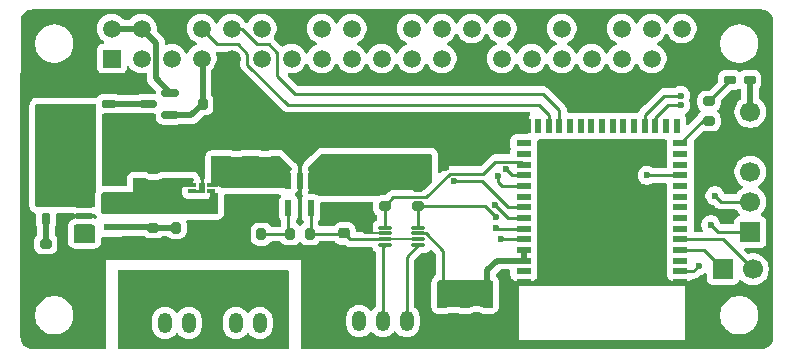
<source format=gbr>
%TF.GenerationSoftware,KiCad,Pcbnew,9.0.1*%
%TF.CreationDate,2025-04-15T21:25:17-04:00*%
%TF.ProjectId,psocpcb,70736f63-7063-4622-9e6b-696361645f70,rev?*%
%TF.SameCoordinates,Original*%
%TF.FileFunction,Copper,L1,Top*%
%TF.FilePolarity,Positive*%
%FSLAX46Y46*%
G04 Gerber Fmt 4.6, Leading zero omitted, Abs format (unit mm)*
G04 Created by KiCad (PCBNEW 9.0.1) date 2025-04-15 21:25:17*
%MOMM*%
%LPD*%
G01*
G04 APERTURE LIST*
G04 Aperture macros list*
%AMRoundRect*
0 Rectangle with rounded corners*
0 $1 Rounding radius*
0 $2 $3 $4 $5 $6 $7 $8 $9 X,Y pos of 4 corners*
0 Add a 4 corners polygon primitive as box body*
4,1,4,$2,$3,$4,$5,$6,$7,$8,$9,$2,$3,0*
0 Add four circle primitives for the rounded corners*
1,1,$1+$1,$2,$3*
1,1,$1+$1,$4,$5*
1,1,$1+$1,$6,$7*
1,1,$1+$1,$8,$9*
0 Add four rect primitives between the rounded corners*
20,1,$1+$1,$2,$3,$4,$5,0*
20,1,$1+$1,$4,$5,$6,$7,0*
20,1,$1+$1,$6,$7,$8,$9,0*
20,1,$1+$1,$8,$9,$2,$3,0*%
G04 Aperture macros list end*
%TA.AperFunction,ComponentPad*%
%ADD10RoundRect,0.250000X-0.350000X-0.625000X0.350000X-0.625000X0.350000X0.625000X-0.350000X0.625000X0*%
%TD*%
%TA.AperFunction,ComponentPad*%
%ADD11O,1.200000X1.750000*%
%TD*%
%TA.AperFunction,SMDPad,CuDef*%
%ADD12RoundRect,0.200000X-0.275000X0.200000X-0.275000X-0.200000X0.275000X-0.200000X0.275000X0.200000X0*%
%TD*%
%TA.AperFunction,SMDPad,CuDef*%
%ADD13RoundRect,0.150000X0.587500X0.150000X-0.587500X0.150000X-0.587500X-0.150000X0.587500X-0.150000X0*%
%TD*%
%TA.AperFunction,SMDPad,CuDef*%
%ADD14RoundRect,0.225000X-0.225000X-0.250000X0.225000X-0.250000X0.225000X0.250000X-0.225000X0.250000X0*%
%TD*%
%TA.AperFunction,SMDPad,CuDef*%
%ADD15RoundRect,0.225000X0.250000X-0.225000X0.250000X0.225000X-0.250000X0.225000X-0.250000X-0.225000X0*%
%TD*%
%TA.AperFunction,SMDPad,CuDef*%
%ADD16RoundRect,0.200000X0.200000X0.275000X-0.200000X0.275000X-0.200000X-0.275000X0.200000X-0.275000X0*%
%TD*%
%TA.AperFunction,ComponentPad*%
%ADD17R,1.700000X1.700000*%
%TD*%
%TA.AperFunction,ComponentPad*%
%ADD18C,1.700000*%
%TD*%
%TA.AperFunction,SMDPad,CuDef*%
%ADD19RoundRect,0.225000X-0.250000X0.225000X-0.250000X-0.225000X0.250000X-0.225000X0.250000X0.225000X0*%
%TD*%
%TA.AperFunction,SMDPad,CuDef*%
%ADD20RoundRect,0.033750X-0.321250X-0.101250X0.321250X-0.101250X0.321250X0.101250X-0.321250X0.101250X0*%
%TD*%
%TA.AperFunction,SMDPad,CuDef*%
%ADD21R,0.500000X0.860000*%
%TD*%
%TA.AperFunction,SMDPad,CuDef*%
%ADD22RoundRect,0.044250X-0.250750X0.640750X-0.250750X-0.640750X0.250750X-0.640750X0.250750X0.640750X0*%
%TD*%
%TA.AperFunction,SMDPad,CuDef*%
%ADD23RoundRect,0.086250X-0.383750X-0.258750X0.383750X-0.258750X0.383750X0.258750X-0.383750X0.258750X0*%
%TD*%
%TA.AperFunction,SMDPad,CuDef*%
%ADD24RoundRect,0.044250X-0.640750X-0.250750X0.640750X-0.250750X0.640750X0.250750X-0.640750X0.250750X0*%
%TD*%
%TA.AperFunction,SMDPad,CuDef*%
%ADD25RoundRect,0.200000X0.275000X-0.200000X0.275000X0.200000X-0.275000X0.200000X-0.275000X-0.200000X0*%
%TD*%
%TA.AperFunction,SMDPad,CuDef*%
%ADD26R,1.270000X0.610000*%
%TD*%
%TA.AperFunction,SMDPad,CuDef*%
%ADD27R,0.610000X1.270000*%
%TD*%
%TA.AperFunction,ComponentPad*%
%ADD28R,1.508000X1.508000*%
%TD*%
%TA.AperFunction,ComponentPad*%
%ADD29C,1.508000*%
%TD*%
%TA.AperFunction,SMDPad,CuDef*%
%ADD30RoundRect,0.033750X-0.526250X-0.101250X0.526250X-0.101250X0.526250X0.101250X-0.526250X0.101250X0*%
%TD*%
%TA.AperFunction,SMDPad,CuDef*%
%ADD31RoundRect,0.045750X-0.544250X-0.259250X0.544250X-0.259250X0.544250X0.259250X-0.544250X0.259250X0*%
%TD*%
%TA.AperFunction,SMDPad,CuDef*%
%ADD32RoundRect,0.086250X0.258750X-0.383750X0.258750X0.383750X-0.258750X0.383750X-0.258750X-0.383750X0*%
%TD*%
%TA.AperFunction,SMDPad,CuDef*%
%ADD33RoundRect,0.200000X-0.200000X-0.275000X0.200000X-0.275000X0.200000X0.275000X-0.200000X0.275000X0*%
%TD*%
%TA.AperFunction,ViaPad*%
%ADD34C,0.600000*%
%TD*%
%TA.AperFunction,Conductor*%
%ADD35C,0.254000*%
%TD*%
%TA.AperFunction,Conductor*%
%ADD36C,0.200000*%
%TD*%
%TA.AperFunction,Conductor*%
%ADD37C,0.508000*%
%TD*%
%TA.AperFunction,Conductor*%
%ADD38C,0.500000*%
%TD*%
G04 APERTURE END LIST*
D10*
%TO.P,J5,1,Pin_1*%
%TO.N,GND*%
X99450000Y-73900000D03*
D11*
%TO.P,J5,2,Pin_2*%
%TO.N,/5V*%
X101450000Y-73900000D03*
%TO.P,J5,3,Pin_3*%
%TO.N,/SCL1.8*%
X103450000Y-73900000D03*
%TO.P,J5,4,Pin_4*%
%TO.N,/SDA1.8*%
X105450000Y-73900000D03*
%TD*%
D12*
%TO.P,R12,1*%
%TO.N,Net-(D1-PadC)*%
X131050000Y-55275000D03*
%TO.P,R12,2*%
%TO.N,/LED1*%
X131050000Y-56925000D03*
%TD*%
D13*
%TO.P,Q1,1,G*%
%TO.N,/reset*%
X85437500Y-56450000D03*
%TO.P,Q1,2,S*%
%TO.N,Net-(A1-5V[1])*%
X85437500Y-54550000D03*
%TO.P,Q1,3,D*%
%TO.N,/5V_IN*%
X83562500Y-55500000D03*
%TD*%
D14*
%TO.P,C10,1*%
%TO.N,/5V*%
X78625000Y-58600000D03*
%TO.P,C10,2*%
%TO.N,GND*%
X80175000Y-58600000D03*
%TD*%
D12*
%TO.P,R11,1*%
%TO.N,Net-(D2-PadC)*%
X74900000Y-67350000D03*
%TO.P,R11,2*%
%TO.N,GND*%
X74900000Y-69000000D03*
%TD*%
D15*
%TO.P,C18,1*%
%TO.N,/VTAG*%
X91050000Y-60575000D03*
%TO.P,C18,2*%
%TO.N,GND*%
X91050000Y-59025000D03*
%TD*%
D16*
%TO.P,R16,1*%
%TO.N,Net-(U6-ADJ)*%
X93152500Y-66525000D03*
%TO.P,R16,2*%
%TO.N,GND*%
X91502500Y-66525000D03*
%TD*%
%TO.P,R17,1*%
%TO.N,GND*%
X89825000Y-55500000D03*
%TO.P,R17,2*%
%TO.N,/reset*%
X88175000Y-55500000D03*
%TD*%
D17*
%TO.P,J2,1,Pin_1*%
%TO.N,/usbtx*%
X132225000Y-69500000D03*
D18*
%TO.P,J2,2,Pin_2*%
%TO.N,/usbrx*%
X134765000Y-69500000D03*
%TD*%
D12*
%TO.P,R13,1*%
%TO.N,/VOUT*%
X84000000Y-64325000D03*
%TO.P,R13,2*%
%TO.N,Net-(U2-ADJ)*%
X84000000Y-65975000D03*
%TD*%
D15*
%TO.P,C9,1*%
%TO.N,/5V*%
X75250000Y-56125000D03*
%TO.P,C9,2*%
%TO.N,GND*%
X75250000Y-54575000D03*
%TD*%
D16*
%TO.P,R15,1*%
%TO.N,/1.8V*%
X97250000Y-66500000D03*
%TO.P,R15,2*%
%TO.N,Net-(U6-ADJ)*%
X95600000Y-66500000D03*
%TD*%
D19*
%TO.P,C19,1*%
%TO.N,/1.8V*%
X100177500Y-66475000D03*
%TO.P,C19,2*%
%TO.N,GND*%
X100177500Y-68025000D03*
%TD*%
D20*
%TO.P,U4,1,IN*%
%TO.N,/VOUT*%
X87305000Y-62400000D03*
%TO.P,U4,2,GND*%
%TO.N,GND*%
X87305000Y-62900000D03*
%TO.P,U4,3,EN*%
%TO.N,/VOUT*%
X88895000Y-62900000D03*
%TO.P,U4,4,OUT*%
%TO.N,/VTAG*%
X88895000Y-62400000D03*
D21*
%TO.P,U4,5,GND*%
%TO.N,GND*%
X88100000Y-62650000D03*
%TD*%
D15*
%TO.P,C12,1*%
%TO.N,/VOUT*%
X84000000Y-62525000D03*
%TO.P,C12,2*%
%TO.N,GND*%
X84000000Y-60975000D03*
%TD*%
D22*
%TO.P,U6,1,IN*%
%TO.N,/VTAG*%
X97347500Y-62000000D03*
%TO.P,U6,2,GND*%
%TO.N,GND*%
X96397500Y-62000000D03*
%TO.P,U6,3,EN*%
%TO.N,/VTAG*%
X95447500Y-62000000D03*
%TO.P,U6,4,ADJ*%
%TO.N,Net-(U6-ADJ)*%
X95447500Y-64350000D03*
%TO.P,U6,5,OUT*%
%TO.N,/1.8V*%
X97347500Y-64350000D03*
%TD*%
D23*
%TO.P,D1,A*%
%TO.N,/VTAG*%
X134495000Y-53500000D03*
%TO.P,D1,C*%
%TO.N,Net-(D1-PadC)*%
X132805000Y-53500000D03*
%TD*%
D17*
%TO.P,J1,1,Pin_1*%
%TO.N,/SWDIO*%
X134550000Y-66340000D03*
D18*
%TO.P,J1,2,Pin_2*%
%TO.N,/SWDCLK*%
X134550000Y-63800000D03*
%TO.P,J1,3,Pin_3*%
%TO.N,/XRES*%
X134550000Y-61260000D03*
%TO.P,J1,4,Pin_4*%
%TO.N,GND*%
X134550000Y-58720000D03*
%TO.P,J1,5,Pin_5*%
%TO.N,/VTAG*%
X134550000Y-56180000D03*
%TD*%
D24*
%TO.P,U2,1,IN*%
%TO.N,/5V*%
X78172906Y-64050000D03*
%TO.P,U2,2,GND*%
%TO.N,GND*%
X78172906Y-65000000D03*
%TO.P,U2,3,EN*%
%TO.N,/5V*%
X78172906Y-65950000D03*
%TO.P,U2,4,ADJ*%
%TO.N,Net-(U2-ADJ)*%
X80522906Y-65950000D03*
%TO.P,U2,5,OUT*%
%TO.N,/VOUT*%
X80522906Y-64050000D03*
%TD*%
D25*
%TO.P,R2,1*%
%TO.N,/SDA*%
X106450000Y-64150000D03*
%TO.P,R2,2*%
%TO.N,/VTAG*%
X106450000Y-62500000D03*
%TD*%
D26*
%TO.P,U7,1,GND*%
%TO.N,GND*%
X115380000Y-70570000D03*
%TO.P,U7,2,P0.5*%
%TO.N,unconnected-(U7-P0.5-Pad2)*%
X115380000Y-69670000D03*
%TO.P,U7,3,VBACKUP*%
%TO.N,/VTAG*%
X115380000Y-68770000D03*
%TO.P,U7,4,VDD*%
X115380000Y-67870000D03*
%TO.P,U7,5,P0.0*%
%TO.N,Net-(U7-P0.0)*%
X115380000Y-66960000D03*
%TO.P,U7,6,P0.1*%
%TO.N,Net-(U7-P0.1)*%
X115380000Y-66060000D03*
%TO.P,U7,7,P10.3*%
%TO.N,/ADC0*%
X115380000Y-65160000D03*
%TO.P,U7,8,P10.4*%
%TO.N,/ADC1*%
X115380000Y-64260000D03*
%TO.P,U7,9,P9.3*%
%TO.N,unconnected-(U7-P9.3-Pad9)*%
X115380000Y-63360000D03*
%TO.P,U7,10,P10.6*%
%TO.N,/ADC3*%
X115380000Y-62460000D03*
%TO.P,U7,11,P10.5*%
%TO.N,/ADC2*%
X115380000Y-61550000D03*
%TO.P,U7,12,P10.1*%
%TO.N,/SCL*%
X115380000Y-60650000D03*
%TO.P,U7,13,P10.0*%
%TO.N,unconnected-(U7-P10.0-Pad13)*%
X115380000Y-59750000D03*
%TO.P,U7,14,P9.4*%
%TO.N,unconnected-(U7-P9.4-Pad14)*%
X115380000Y-58850000D03*
D27*
%TO.P,U7,15,GND*%
%TO.N,GND*%
X115690000Y-57380000D03*
%TO.P,U7,16,VREF*%
%TO.N,unconnected-(U7-VREF-Pad16)*%
X116590000Y-57380000D03*
%TO.P,U7,17,P9.0*%
%TO.N,/MCURX*%
X117490000Y-57380000D03*
%TO.P,U7,18,P9.1*%
%TO.N,/MCUTX*%
X118390000Y-57380000D03*
%TO.P,U7,19,P9.5*%
%TO.N,unconnected-(U7-P9.5-Pad19)*%
X119290000Y-57380000D03*
%TO.P,U7,20,P9.6*%
%TO.N,unconnected-(U7-P9.6-Pad20)*%
X120200000Y-57380000D03*
%TO.P,U7,21,P9.2*%
%TO.N,unconnected-(U7-P9.2-Pad21)*%
X121100000Y-57380000D03*
%TO.P,U7,22,P7.2*%
%TO.N,unconnected-(U7-P7.2-Pad22)*%
X122000000Y-57380000D03*
%TO.P,U7,23,P7.1*%
%TO.N,unconnected-(U7-P7.1-Pad23)*%
X122900000Y-57380000D03*
%TO.P,U7,24,P6.4*%
%TO.N,unconnected-(U7-P6.4-Pad24)*%
X123800000Y-57380000D03*
%TO.P,U7,25,P5.4*%
%TO.N,unconnected-(U7-P5.4-Pad25)*%
X124700000Y-57380000D03*
%TO.P,U7,26,P6.7*%
%TO.N,/SWDCLK*%
X125610000Y-57380000D03*
%TO.P,U7,27,P6.6*%
%TO.N,/SWDIO*%
X126510000Y-57380000D03*
%TO.P,U7,28,P6.2*%
%TO.N,unconnected-(U7-P6.2-Pad28)*%
X127410000Y-57380000D03*
%TO.P,U7,29,P6.5*%
%TO.N,unconnected-(U7-P6.5-Pad29)*%
X128310000Y-57380000D03*
D26*
%TO.P,U7,30,P6.3*%
%TO.N,/LED1*%
X128620000Y-58850000D03*
%TO.P,U7,31,P7.7*%
%TO.N,unconnected-(U7-P7.7-Pad31)*%
X128620000Y-59750000D03*
%TO.P,U7,32,P5.6*%
%TO.N,unconnected-(U7-P5.6-Pad32)*%
X128620000Y-60650000D03*
%TO.P,U7,33,P10.2*%
%TO.N,/SDA*%
X128620000Y-61550000D03*
%TO.P,U7,34,P12.6*%
%TO.N,unconnected-(U7-P12.6-Pad34)*%
X128620000Y-62460000D03*
%TO.P,U7,35,P12.7*%
%TO.N,unconnected-(U7-P12.7-Pad35)*%
X128620000Y-63360000D03*
%TO.P,U7,36,P5.5*%
%TO.N,unconnected-(U7-P5.5-Pad36)*%
X128620000Y-64260000D03*
%TO.P,U7,37,P5.3*%
%TO.N,unconnected-(U7-P5.3-Pad37)*%
X128620000Y-65160000D03*
%TO.P,U7,38,P5.2*%
%TO.N,unconnected-(U7-P5.2-Pad38)*%
X128620000Y-66060000D03*
%TO.P,U7,39,P5.0*%
%TO.N,/usbrx*%
X128620000Y-66960000D03*
%TO.P,U7,40,P5.1*%
%TO.N,/usbtx*%
X128620000Y-67870000D03*
%TO.P,U7,41,P0.4*%
%TO.N,unconnected-(U7-P0.4-Pad41)*%
X128620000Y-68770000D03*
%TO.P,U7,42,XRES*%
%TO.N,/XRES*%
X128620000Y-69670000D03*
%TO.P,U7,43,GND*%
%TO.N,GND*%
X128620000Y-70570000D03*
%TD*%
D19*
%TO.P,C4,1*%
%TO.N,/VTAG*%
X109450000Y-72075000D03*
%TO.P,C4,2*%
%TO.N,GND*%
X109450000Y-73625000D03*
%TD*%
D28*
%TO.P,A1,1,3V3[1]*%
%TO.N,unconnected-(A1-3V3[1]-Pad1)*%
X80485000Y-51670000D03*
D29*
%TO.P,A1,2,5V[1]*%
%TO.N,Net-(A1-5V[1])*%
X80485000Y-49130000D03*
%TO.P,A1,3,GPIO2/SDA*%
%TO.N,unconnected-(A1-GPIO2{slash}SDA-Pad3)*%
X83025000Y-51670000D03*
%TO.P,A1,4,5V[2]*%
%TO.N,Net-(A1-5V[1])*%
X83025000Y-49130000D03*
%TO.P,A1,5,GPIO3/SCL*%
%TO.N,unconnected-(A1-GPIO3{slash}SCL-Pad5)*%
X85565000Y-51670000D03*
%TO.P,A1,6,GND[8]*%
%TO.N,GND*%
X85565000Y-49130000D03*
%TO.P,A1,7,GPIO4/GPCKL0*%
%TO.N,/reset*%
X88105000Y-51670000D03*
%TO.P,A1,8,TXD0/GPIO14*%
%TO.N,/MCURX*%
X88105000Y-49130000D03*
%TO.P,A1,9,GND[1]*%
%TO.N,GND*%
X90645000Y-51670000D03*
%TO.P,A1,10,RXD0/GPIO15*%
%TO.N,/MCUTX*%
X90645000Y-49130000D03*
%TO.P,A1,11,GPIO17/GEN0*%
%TO.N,unconnected-(A1-GPIO17{slash}GEN0-Pad11)*%
X93185000Y-51670000D03*
%TO.P,A1,12,GPIO18*%
%TO.N,unconnected-(A1-GPIO18-Pad12)*%
X93185000Y-49130000D03*
%TO.P,A1,13,GPIO27/GEN2*%
%TO.N,unconnected-(A1-GPIO27{slash}GEN2-Pad13)*%
X95725000Y-51670000D03*
%TO.P,A1,14,GND[4]*%
%TO.N,GND*%
X95725000Y-49130000D03*
%TO.P,A1,15,GPIO22/GEN3*%
%TO.N,unconnected-(A1-GPIO22{slash}GEN3-Pad15)*%
X98265000Y-51670000D03*
%TO.P,A1,16,GEN4/GPIO23*%
%TO.N,unconnected-(A1-GEN4{slash}GPIO23-Pad16)*%
X98265000Y-49130000D03*
%TO.P,A1,17,3V3[2]*%
%TO.N,unconnected-(A1-3V3[2]-Pad17)*%
X100805000Y-51670000D03*
%TO.P,A1,18,GEN5/GPIO24*%
%TO.N,unconnected-(A1-GEN5{slash}GPIO24-Pad18)*%
X100805000Y-49130000D03*
%TO.P,A1,19,GPIO10/MOSI*%
%TO.N,unconnected-(A1-GPIO10{slash}MOSI-Pad19)*%
X103345000Y-51670000D03*
%TO.P,A1,20,GND[5]*%
%TO.N,GND*%
X103345000Y-49130000D03*
%TO.P,A1,21,GPIO9/MISO*%
%TO.N,unconnected-(A1-GPIO9{slash}MISO-Pad21)*%
X105885000Y-51670000D03*
%TO.P,A1,22,GEN/6GPIO25*%
%TO.N,unconnected-(A1-GEN{slash}6GPIO25-Pad22)*%
X105885000Y-49130000D03*
%TO.P,A1,23,GPIO11/SCLK*%
%TO.N,unconnected-(A1-GPIO11{slash}SCLK-Pad23)*%
X108425000Y-51670000D03*
%TO.P,A1,24,~{CE0}/GPIO8*%
%TO.N,unconnected-(A1-~{CE0}{slash}GPIO8-Pad24)*%
X108425000Y-49130000D03*
%TO.P,A1,25,GND[2]*%
%TO.N,GND*%
X110965000Y-51670000D03*
%TO.P,A1,26,~{CE1}/~{GPIO7}*%
%TO.N,unconnected-(A1-~{CE1}{slash}~{GPIO7}-Pad26)*%
X110965000Y-49130000D03*
%TO.P,A1,27,ID_SD*%
%TO.N,unconnected-(A1-ID_SD-Pad27)*%
X113505000Y-51670000D03*
%TO.P,A1,28,ID_SC*%
%TO.N,unconnected-(A1-ID_SC-Pad28)*%
X113505000Y-49130000D03*
%TO.P,A1,29,GPIO5*%
%TO.N,unconnected-(A1-GPIO5-Pad29)*%
X116045000Y-51670000D03*
%TO.P,A1,30,GND[6]*%
%TO.N,GND*%
X116045000Y-49130000D03*
%TO.P,A1,31,GPIO6*%
%TO.N,unconnected-(A1-GPIO6-Pad31)*%
X118585000Y-51670000D03*
%TO.P,A1,32,GPIO12*%
%TO.N,unconnected-(A1-GPIO12-Pad32)*%
X118585000Y-49130000D03*
%TO.P,A1,33,GPIO13*%
%TO.N,unconnected-(A1-GPIO13-Pad33)*%
X121125000Y-51670000D03*
%TO.P,A1,34,GND[7]*%
%TO.N,GND*%
X121125000Y-49130000D03*
%TO.P,A1,35,GPIO19*%
%TO.N,unconnected-(A1-GPIO19-Pad35)*%
X123665000Y-51670000D03*
%TO.P,A1,36,GPIO16*%
%TO.N,unconnected-(A1-GPIO16-Pad36)*%
X123665000Y-49130000D03*
%TO.P,A1,37,GPIO26*%
%TO.N,unconnected-(A1-GPIO26-Pad37)*%
X126205000Y-51670000D03*
%TO.P,A1,38,GPIO20*%
%TO.N,unconnected-(A1-GPIO20-Pad38)*%
X126205000Y-49130000D03*
%TO.P,A1,39,GND[3]*%
%TO.N,GND*%
X128745000Y-51670000D03*
%TO.P,A1,40,GPIO21*%
%TO.N,unconnected-(A1-GPIO21-Pad40)*%
X128745000Y-49130000D03*
%TD*%
D30*
%TO.P,U5,1,B2*%
%TO.N,/SCL*%
X103637500Y-65975000D03*
%TO.P,U5,2,GND*%
%TO.N,GND*%
X103637500Y-66475000D03*
%TO.P,U5,3,VCCA*%
%TO.N,/1.8V*%
X103637500Y-66975000D03*
%TO.P,U5,4,A2*%
%TO.N,/SCL1.8*%
X103637500Y-67475000D03*
%TO.P,U5,5,A1*%
%TO.N,/SDA1.8*%
X106447500Y-67475000D03*
%TO.P,U5,6,OE*%
%TO.N,/1.8V*%
X106447500Y-66975000D03*
%TO.P,U5,7,VCCB*%
%TO.N,/VTAG*%
X106447500Y-66475000D03*
%TO.P,U5,8,B1*%
%TO.N,/SDA*%
X106447500Y-65975000D03*
%TD*%
D15*
%TO.P,C17,1*%
%TO.N,/VTAG*%
X93450000Y-60575000D03*
%TO.P,C17,2*%
%TO.N,GND*%
X93450000Y-59025000D03*
%TD*%
D31*
%TO.P,U3,1,GND*%
%TO.N,GND*%
X78225000Y-54585000D03*
%TO.P,U3,2,OUT*%
%TO.N,/5V*%
X78225000Y-56415000D03*
%TO.P,U3,3,IN*%
%TO.N,/5V_IN*%
X80275000Y-55500000D03*
%TD*%
D14*
%TO.P,C11,1*%
%TO.N,/5V*%
X78625000Y-60800000D03*
%TO.P,C11,2*%
%TO.N,GND*%
X80175000Y-60800000D03*
%TD*%
%TO.P,C5,1*%
%TO.N,/VTAG*%
X107025000Y-60700000D03*
%TO.P,C5,2*%
%TO.N,GND*%
X108575000Y-60700000D03*
%TD*%
D10*
%TO.P,J7,1,Pin_1*%
%TO.N,GNDA*%
X83000000Y-74050000D03*
D11*
%TO.P,J7,2,Pin_2*%
%TO.N,/ADC2_raw*%
X85000000Y-74050000D03*
%TO.P,J7,3,Pin_3*%
%TO.N,/ADC3_raw*%
X87000000Y-74050000D03*
%TO.P,J7,4,Pin_4*%
%TO.N,GNDA*%
X89000000Y-74050000D03*
%TO.P,J7,5,Pin_5*%
%TO.N,/ADC1_raw*%
X91000000Y-74050000D03*
%TO.P,J7,6,Pin_6*%
%TO.N,/ADC0_raw*%
X93000000Y-74050000D03*
%TD*%
D19*
%TO.P,C3,1*%
%TO.N,/VTAG*%
X111350000Y-72050000D03*
%TO.P,C3,2*%
%TO.N,GND*%
X111350000Y-73600000D03*
%TD*%
D25*
%TO.P,R1,1*%
%TO.N,/SCL*%
X103600000Y-64150000D03*
%TO.P,R1,2*%
%TO.N,/VTAG*%
X103600000Y-62500000D03*
%TD*%
D32*
%TO.P,D2,A*%
%TO.N,/5V*%
X74900000Y-63550000D03*
%TO.P,D2,C*%
%TO.N,Net-(D2-PadC)*%
X74900000Y-65240000D03*
%TD*%
D33*
%TO.P,R14,1*%
%TO.N,Net-(U2-ADJ)*%
X85925000Y-65975000D03*
%TO.P,R14,2*%
%TO.N,GND*%
X87575000Y-65975000D03*
%TD*%
D34*
%TO.N,GND*%
X75250000Y-53100000D03*
X99275000Y-64975000D03*
X112175000Y-57525000D03*
X109325000Y-57375000D03*
X111800000Y-60075000D03*
X78250000Y-53050000D03*
X113875000Y-71900000D03*
X130000000Y-71350000D03*
X117325000Y-70125000D03*
X109675000Y-60350000D03*
X76250000Y-69025000D03*
X101350000Y-65000000D03*
X126800000Y-70200000D03*
X76225000Y-66225000D03*
%TO.N,/SDA*%
X125800000Y-61550000D03*
X113000000Y-65075000D03*
%TO.N,/ADC0*%
X112950000Y-64075000D03*
%TO.N,/ADC1*%
X109450000Y-62025000D03*
%TO.N,/ADC2*%
X113850000Y-61025000D03*
%TO.N,/ADC3*%
X113200000Y-61650000D03*
%TO.N,/SWDCLK*%
X131550000Y-63275000D03*
X128675000Y-54800000D03*
%TO.N,/SWDIO*%
X128675000Y-55625000D03*
X131200000Y-65725000D03*
%TO.N,/5V*%
X78625000Y-59725000D03*
X78575000Y-57450000D03*
X74475000Y-58450000D03*
X76500000Y-59825000D03*
X77750000Y-66850000D03*
X76500000Y-56800000D03*
X78600000Y-62100000D03*
X74525000Y-61375000D03*
X76500000Y-62750000D03*
%TO.N,GNDA*%
X89325000Y-70200000D03*
X81875000Y-71925000D03*
X85500000Y-70150000D03*
X89325000Y-72150000D03*
X93450000Y-70150000D03*
%TO.N,/VTAG*%
X91025000Y-61950000D03*
X108550000Y-70975000D03*
X101525000Y-61025000D03*
X98800000Y-61025000D03*
X112275000Y-70975000D03*
X93450000Y-61975000D03*
X104000000Y-61025000D03*
X110425000Y-70975000D03*
%TO.N,Net-(U7-P0.1)*%
X112975000Y-66050000D03*
%TO.N,Net-(U7-P0.0)*%
X113425000Y-66975000D03*
%TO.N,/XRES*%
X130200000Y-69200000D03*
%TD*%
D35*
%TO.N,GND*%
X87305000Y-62900000D02*
X87850000Y-62900000D01*
D36*
X103637500Y-66475000D02*
X101950000Y-66475000D01*
D35*
X88100000Y-62650000D02*
X88100000Y-61350000D01*
D36*
X101350000Y-65875000D02*
X101350000Y-65000000D01*
X101950000Y-66475000D02*
X101350000Y-65875000D01*
D35*
X87850000Y-62900000D02*
X88100000Y-62650000D01*
%TO.N,/SDA*%
X125800000Y-61550000D02*
X128620000Y-61550000D01*
X106450000Y-64150000D02*
X112075000Y-64150000D01*
X106450000Y-64150000D02*
X106450000Y-65972500D01*
X106450000Y-65972500D02*
X106447500Y-65975000D01*
X112200000Y-64275000D02*
X113000000Y-65075000D01*
X112075000Y-64150000D02*
X112200000Y-64275000D01*
%TO.N,/SCL*%
X115127000Y-60397000D02*
X112953000Y-60397000D01*
X112953000Y-60397000D02*
X111953000Y-61397000D01*
X104328000Y-63422000D02*
X103600000Y-64150000D01*
X107116294Y-63422000D02*
X104328000Y-63422000D01*
X103600000Y-64150000D02*
X103600000Y-65937500D01*
X115380000Y-60650000D02*
X115127000Y-60397000D01*
X103600000Y-65937500D02*
X103637500Y-65975000D01*
X111953000Y-61397000D02*
X109141294Y-61397000D01*
X109141294Y-61397000D02*
X107116294Y-63422000D01*
%TO.N,/ADC0*%
X114035000Y-65160000D02*
X115380000Y-65160000D01*
X112950000Y-64075000D02*
X114035000Y-65160000D01*
%TO.N,/ADC1*%
X111825000Y-62025000D02*
X114060000Y-64260000D01*
X109450000Y-62025000D02*
X111825000Y-62025000D01*
X114060000Y-64260000D02*
X115380000Y-64260000D01*
%TO.N,/ADC2*%
X114375000Y-61550000D02*
X115380000Y-61550000D01*
X113850000Y-61025000D02*
X114375000Y-61550000D01*
%TO.N,/ADC3*%
X113200000Y-61650000D02*
X113200000Y-62125000D01*
X113200000Y-62125000D02*
X113535000Y-62460000D01*
X113535000Y-62460000D02*
X115380000Y-62460000D01*
%TO.N,/SWDCLK*%
X125610000Y-57380000D02*
X125610000Y-56465000D01*
X125610000Y-56465000D02*
X127275000Y-54800000D01*
X131550000Y-63275000D02*
X132075000Y-63800000D01*
X127275000Y-54800000D02*
X128675000Y-54800000D01*
X132075000Y-63800000D02*
X134550000Y-63800000D01*
%TO.N,/LED1*%
X131050000Y-56925000D02*
X130545000Y-56925000D01*
X130545000Y-56925000D02*
X128620000Y-58850000D01*
%TO.N,/SWDIO*%
X127569000Y-55625000D02*
X128675000Y-55625000D01*
X126510000Y-56684000D02*
X127569000Y-55625000D01*
X131200000Y-65725000D02*
X131815000Y-66340000D01*
X126510000Y-57380000D02*
X126510000Y-56684000D01*
X131815000Y-66340000D02*
X134550000Y-66340000D01*
%TO.N,/usbtx*%
X128620000Y-67870000D02*
X130595000Y-67870000D01*
X130595000Y-67870000D02*
X132225000Y-69500000D01*
%TO.N,/usbrx*%
X128620000Y-66960000D02*
X132225000Y-66960000D01*
X132225000Y-66960000D02*
X134765000Y-69500000D01*
D37*
%TO.N,/reset*%
X87225000Y-56450000D02*
X88175000Y-55500000D01*
X88175000Y-55500000D02*
X88175000Y-51740000D01*
X88175000Y-51740000D02*
X88105000Y-51670000D01*
X85437500Y-56450000D02*
X87225000Y-56450000D01*
%TO.N,Net-(A1-5V[1])*%
X84234000Y-50339000D02*
X84234000Y-53346500D01*
X83025000Y-49130000D02*
X84234000Y-50339000D01*
X84234000Y-53346500D02*
X85437500Y-54550000D01*
X80485000Y-49130000D02*
X83025000Y-49130000D01*
D35*
%TO.N,/MCUTX*%
X94516000Y-53116000D02*
X96025000Y-54625000D01*
X96025000Y-54625000D02*
X116975000Y-54625000D01*
X116975000Y-54625000D02*
X118390000Y-56040000D01*
X92806215Y-50461000D02*
X93807785Y-50461000D01*
X91475215Y-49130000D02*
X92806215Y-50461000D01*
X90645000Y-49130000D02*
X91475215Y-49130000D01*
X94516000Y-51169215D02*
X94516000Y-53116000D01*
X118390000Y-56040000D02*
X118390000Y-57380000D01*
X93807785Y-50461000D02*
X94516000Y-51169215D01*
%TO.N,/MCURX*%
X88105000Y-49130000D02*
X89436000Y-50461000D01*
X89436000Y-50461000D02*
X91145785Y-50461000D01*
X116635000Y-55575000D02*
X117490000Y-56430000D01*
X117490000Y-56430000D02*
X117490000Y-57380000D01*
X91976000Y-51291215D02*
X91976000Y-52170785D01*
X91976000Y-52170785D02*
X95380215Y-55575000D01*
X91145785Y-50461000D02*
X91976000Y-51291215D01*
X95380215Y-55575000D02*
X116635000Y-55575000D01*
D37*
%TO.N,/VTAG*%
X113105000Y-68770000D02*
X112275000Y-69600000D01*
X134495000Y-53500000D02*
X134495000Y-56125000D01*
D35*
X108550000Y-70975000D02*
X108550000Y-67937474D01*
D37*
X112275000Y-69600000D02*
X112275000Y-70975000D01*
X115380000Y-68770000D02*
X113105000Y-68770000D01*
D35*
X107087526Y-66475000D02*
X106447500Y-66475000D01*
D37*
X115380000Y-67870000D02*
X115380000Y-68770000D01*
D35*
X89300000Y-62400000D02*
X90100000Y-61600000D01*
D37*
X134495000Y-56125000D02*
X134550000Y-56180000D01*
D35*
X88895000Y-62400000D02*
X89300000Y-62400000D01*
X108550000Y-67937474D02*
X107087526Y-66475000D01*
%TO.N,/VOUT*%
X87305000Y-62400000D02*
X86400000Y-62400000D01*
X88895000Y-62900000D02*
X88895000Y-63595000D01*
D36*
%TO.N,/1.8V*%
X103637500Y-66975000D02*
X106447500Y-66975000D01*
D35*
X100152500Y-66500000D02*
X100177500Y-66475000D01*
X100677500Y-66975000D02*
X103637500Y-66975000D01*
X97250000Y-66500000D02*
X100152500Y-66500000D01*
X97347500Y-66402500D02*
X97250000Y-66500000D01*
X100177500Y-66475000D02*
X100677500Y-66975000D01*
X97347500Y-64350000D02*
X97347500Y-66402500D01*
%TO.N,/SDA1.8*%
X105450000Y-68472500D02*
X105450000Y-73900000D01*
X106447500Y-67475000D02*
X105450000Y-68472500D01*
%TO.N,/SCL1.8*%
X103450000Y-67662500D02*
X103450000Y-73900000D01*
X103637500Y-67475000D02*
X103450000Y-67662500D01*
D37*
%TO.N,/5V_IN*%
X83562500Y-55500000D02*
X80275000Y-55500000D01*
%TO.N,Net-(U2-ADJ)*%
X83975000Y-65950000D02*
X84000000Y-65975000D01*
X84000000Y-65975000D02*
X85925000Y-65975000D01*
X80522906Y-65950000D02*
X83975000Y-65950000D01*
D35*
%TO.N,Net-(U6-ADJ)*%
X95575000Y-66525000D02*
X95600000Y-66500000D01*
X93152500Y-66525000D02*
X95575000Y-66525000D01*
X95447500Y-64350000D02*
X95447500Y-66347500D01*
X95447500Y-66347500D02*
X95600000Y-66500000D01*
%TO.N,Net-(U7-P0.1)*%
X112985000Y-66060000D02*
X112975000Y-66050000D01*
X115380000Y-66060000D02*
X112985000Y-66060000D01*
%TO.N,Net-(U7-P0.0)*%
X113440000Y-66960000D02*
X115380000Y-66960000D01*
X113425000Y-66975000D02*
X113440000Y-66960000D01*
%TO.N,Net-(D1-PadC)*%
X132805000Y-53520000D02*
X131050000Y-55275000D01*
X132805000Y-53500000D02*
X132805000Y-53520000D01*
D38*
%TO.N,Net-(D2-PadC)*%
X74900000Y-65240000D02*
X74900000Y-67350000D01*
D35*
%TO.N,/XRES*%
X128620000Y-69670000D02*
X129730000Y-69670000D01*
X129730000Y-69670000D02*
X130200000Y-69200000D01*
%TD*%
%TA.AperFunction,Conductor*%
%TO.N,/VOUT*%
G36*
X83290702Y-61769349D02*
G01*
X83290809Y-61769177D01*
X83291437Y-61769564D01*
X83291847Y-61769685D01*
X83293206Y-61770655D01*
X83441294Y-61861998D01*
X83441297Y-61861999D01*
X83441303Y-61862003D01*
X83602292Y-61915349D01*
X83701655Y-61925500D01*
X84298344Y-61925499D01*
X84298352Y-61925498D01*
X84298355Y-61925498D01*
X84352760Y-61919940D01*
X84397708Y-61915349D01*
X84558697Y-61862003D01*
X84622759Y-61822489D01*
X84709191Y-61769177D01*
X84710750Y-61771705D01*
X84763061Y-61750595D01*
X84775192Y-61750000D01*
X87328914Y-61750000D01*
X87395953Y-61769685D01*
X87441708Y-61822489D01*
X87451652Y-61891647D01*
X87428181Y-61948310D01*
X87406206Y-61977664D01*
X87406202Y-61977671D01*
X87355908Y-62112516D01*
X87351475Y-62153756D01*
X87324737Y-62218307D01*
X87267345Y-62258155D01*
X87228186Y-62264500D01*
X86941922Y-62264500D01*
X86877532Y-62272232D01*
X86856067Y-62274810D01*
X86719450Y-62328685D01*
X86719444Y-62328688D01*
X86602426Y-62417426D01*
X86513688Y-62534444D01*
X86513685Y-62534450D01*
X86459810Y-62671067D01*
X86459810Y-62671069D01*
X86449500Y-62756922D01*
X86449500Y-63043078D01*
X86455993Y-63097145D01*
X86459810Y-63128932D01*
X86513685Y-63265549D01*
X86513688Y-63265555D01*
X86549646Y-63312972D01*
X86602426Y-63382574D01*
X86719447Y-63471313D01*
X86856069Y-63525190D01*
X86941922Y-63535500D01*
X87616677Y-63535500D01*
X87660010Y-63543318D01*
X87742517Y-63574091D01*
X87802127Y-63580500D01*
X88397872Y-63580499D01*
X88457483Y-63574091D01*
X88592331Y-63523796D01*
X88707546Y-63437546D01*
X88793796Y-63322331D01*
X88844091Y-63187483D01*
X88848525Y-63146244D01*
X88875263Y-63081693D01*
X88932655Y-63041845D01*
X88971814Y-63035500D01*
X89258079Y-63035500D01*
X89317326Y-63028385D01*
X89329854Y-63027521D01*
X89331008Y-63027500D01*
X89361803Y-63027500D01*
X89364905Y-63026882D01*
X89373743Y-63026722D01*
X89402836Y-63034692D01*
X89432482Y-63040312D01*
X89436195Y-63043831D01*
X89441130Y-63045183D01*
X89461296Y-63067618D01*
X89483197Y-63088372D01*
X89484587Y-63093528D01*
X89487838Y-63097145D01*
X89491287Y-63118381D01*
X89500000Y-63150701D01*
X89500000Y-64676000D01*
X89480315Y-64743039D01*
X89427511Y-64788794D01*
X89376000Y-64800000D01*
X82300000Y-64800000D01*
X79724000Y-64800000D01*
X79656961Y-64780315D01*
X79611206Y-64727511D01*
X79600000Y-64676000D01*
X79600000Y-63124000D01*
X79619685Y-63056961D01*
X79672489Y-63011206D01*
X79724000Y-63000000D01*
X82250000Y-63000000D01*
X82250000Y-61874000D01*
X82269685Y-61806961D01*
X82322489Y-61761206D01*
X82374000Y-61750000D01*
X83224808Y-61750000D01*
X83290702Y-61769349D01*
G37*
%TD.AperFunction*%
%TD*%
%TA.AperFunction,Conductor*%
%TO.N,/VTAG*%
G36*
X90484278Y-59910243D02*
G01*
X90484448Y-59909731D01*
X90489459Y-59911391D01*
X90490476Y-59911617D01*
X90491299Y-59912000D01*
X90491303Y-59912003D01*
X90652292Y-59965349D01*
X90751655Y-59975500D01*
X91348344Y-59975499D01*
X91348352Y-59975498D01*
X91348355Y-59975498D01*
X91402760Y-59969940D01*
X91447708Y-59965349D01*
X91608697Y-59912003D01*
X91608703Y-59911998D01*
X91609524Y-59911617D01*
X91610540Y-59911391D01*
X91615552Y-59909731D01*
X91615721Y-59910243D01*
X91661927Y-59900000D01*
X92838073Y-59900000D01*
X92884278Y-59910243D01*
X92884448Y-59909731D01*
X92889459Y-59911391D01*
X92890476Y-59911617D01*
X92891299Y-59912000D01*
X92891303Y-59912003D01*
X93052292Y-59965349D01*
X93151655Y-59975500D01*
X93748344Y-59975499D01*
X93748352Y-59975498D01*
X93748355Y-59975498D01*
X93802760Y-59969940D01*
X93847708Y-59965349D01*
X94008697Y-59912003D01*
X94008703Y-59911998D01*
X94009524Y-59911617D01*
X94010540Y-59911391D01*
X94015552Y-59909731D01*
X94015721Y-59910243D01*
X94061927Y-59900000D01*
X94601766Y-59900000D01*
X94668805Y-59919685D01*
X94685556Y-59932593D01*
X95249997Y-60449997D01*
X95700340Y-60859400D01*
X95736704Y-60919061D01*
X95735040Y-60988911D01*
X95715733Y-61026078D01*
X95667448Y-61089750D01*
X95612511Y-61229061D01*
X95606732Y-61277191D01*
X95602000Y-61316597D01*
X95602000Y-61316602D01*
X95602000Y-61316603D01*
X95602001Y-62526000D01*
X95582316Y-62593039D01*
X95529513Y-62638794D01*
X95478001Y-62650000D01*
X89816275Y-62650000D01*
X89749236Y-62630315D01*
X89703481Y-62577511D01*
X89700927Y-62571506D01*
X89686313Y-62534447D01*
X89679907Y-62526000D01*
X89667174Y-62509208D01*
X89597574Y-62417426D01*
X89527972Y-62364646D01*
X89480555Y-62328688D01*
X89480549Y-62328685D01*
X89343932Y-62274810D01*
X89331666Y-62273337D01*
X89258078Y-62264500D01*
X89024000Y-62264500D01*
X88956961Y-62244815D01*
X88911206Y-62192011D01*
X88900000Y-62140500D01*
X88900000Y-60024000D01*
X88919685Y-59956961D01*
X88972489Y-59911206D01*
X89024000Y-59900000D01*
X90438073Y-59900000D01*
X90484278Y-59910243D01*
G37*
%TD.AperFunction*%
%TD*%
%TA.AperFunction,Conductor*%
%TO.N,/VTAG*%
G36*
X107540539Y-59744685D02*
G01*
X107586294Y-59797489D01*
X107597500Y-59849000D01*
X107597500Y-62002013D01*
X107577815Y-62069052D01*
X107561181Y-62089694D01*
X106892694Y-62758181D01*
X106831371Y-62791666D01*
X106805013Y-62794500D01*
X104266194Y-62794500D01*
X104144970Y-62818613D01*
X104144960Y-62818616D01*
X104030773Y-62865913D01*
X104030760Y-62865920D01*
X103927991Y-62934589D01*
X103927987Y-62934592D01*
X103649400Y-63213181D01*
X103588077Y-63246666D01*
X103561719Y-63249500D01*
X103268384Y-63249500D01*
X103238135Y-63252248D01*
X103197800Y-63255914D01*
X103074098Y-63294460D01*
X103036690Y-63300073D01*
X98599868Y-63281502D01*
X97973454Y-63278879D01*
X97906497Y-63258914D01*
X97899047Y-63253683D01*
X97867748Y-63229948D01*
X97867749Y-63229948D01*
X97728438Y-63175011D01*
X97683505Y-63169615D01*
X97640903Y-63164500D01*
X97640897Y-63164500D01*
X97224067Y-63164500D01*
X97215364Y-63161944D01*
X97206387Y-63163233D01*
X97182365Y-63152255D01*
X97157028Y-63144815D01*
X97151089Y-63137961D01*
X97142839Y-63134191D01*
X97128565Y-63111967D01*
X97111273Y-63092011D01*
X97108983Y-63081478D01*
X97105081Y-63075403D01*
X97100067Y-63040470D01*
X97100082Y-62988133D01*
X97119784Y-62921105D01*
X97125285Y-62913237D01*
X97127552Y-62910248D01*
X97182488Y-62770940D01*
X97193000Y-62683403D01*
X97192999Y-61316598D01*
X97182488Y-61229060D01*
X97127552Y-61089752D01*
X97127551Y-61089751D01*
X97127551Y-61089750D01*
X97125846Y-61087502D01*
X97124925Y-61085080D01*
X97123396Y-61082360D01*
X97123804Y-61082130D01*
X97117840Y-61066438D01*
X97105663Y-61047478D01*
X97102648Y-61026467D01*
X97101023Y-61022191D01*
X97100650Y-61012541D01*
X97100682Y-60901298D01*
X97120386Y-60834265D01*
X97136946Y-60813708D01*
X97698999Y-60251001D01*
X97701009Y-60249036D01*
X98214063Y-59759303D01*
X98276147Y-59727254D01*
X98299681Y-59725000D01*
X107473500Y-59725000D01*
X107540539Y-59744685D01*
G37*
%TD.AperFunction*%
%TD*%
%TA.AperFunction,Conductor*%
%TO.N,/5V*%
G36*
X74749519Y-55481293D02*
G01*
X74852292Y-55515349D01*
X74951655Y-55525500D01*
X75548344Y-55525499D01*
X75548352Y-55525498D01*
X75548355Y-55525498D01*
X75602760Y-55519940D01*
X75647708Y-55515349D01*
X75750480Y-55481293D01*
X75789484Y-55475000D01*
X79042500Y-55475000D01*
X79109539Y-55494685D01*
X79155294Y-55547489D01*
X79166500Y-55599000D01*
X79166500Y-62817851D01*
X79155294Y-62869363D01*
X79134664Y-62914534D01*
X79114976Y-62981582D01*
X79094500Y-63124001D01*
X79094500Y-64093849D01*
X79074815Y-64160888D01*
X79022011Y-64206643D01*
X78952853Y-64216587D01*
X78946499Y-64215330D01*
X78909333Y-64210867D01*
X78856309Y-64204500D01*
X78856302Y-64204500D01*
X77489509Y-64204500D01*
X77401966Y-64215012D01*
X77401962Y-64215013D01*
X77335167Y-64241354D01*
X77289677Y-64250000D01*
X74149000Y-64250000D01*
X74081961Y-64230315D01*
X74036206Y-64177511D01*
X74025000Y-64126000D01*
X74025000Y-55599000D01*
X74044685Y-55531961D01*
X74097489Y-55486206D01*
X74149000Y-55475000D01*
X74710516Y-55475000D01*
X74749519Y-55481293D01*
G37*
%TD.AperFunction*%
%TD*%
%TA.AperFunction,Conductor*%
%TO.N,GNDA*%
G36*
X95443039Y-69569685D02*
G01*
X95488794Y-69622489D01*
X95500000Y-69674000D01*
X95500000Y-76121997D01*
X95480315Y-76189036D01*
X95427511Y-76234791D01*
X95376020Y-76245997D01*
X81124020Y-76248304D01*
X81056977Y-76228630D01*
X81011214Y-76175834D01*
X81000000Y-76124304D01*
X81000000Y-73688389D01*
X83899500Y-73688389D01*
X83899500Y-74411611D01*
X83926598Y-74582701D01*
X83980127Y-74747445D01*
X84058768Y-74901788D01*
X84160586Y-75041928D01*
X84283072Y-75164414D01*
X84423212Y-75266232D01*
X84577555Y-75344873D01*
X84742299Y-75398402D01*
X84913389Y-75425500D01*
X84913390Y-75425500D01*
X85086610Y-75425500D01*
X85086611Y-75425500D01*
X85257701Y-75398402D01*
X85422445Y-75344873D01*
X85576788Y-75266232D01*
X85716928Y-75164414D01*
X85839414Y-75041928D01*
X85899682Y-74958975D01*
X85955012Y-74916311D01*
X86024626Y-74910332D01*
X86086421Y-74942938D01*
X86100315Y-74958973D01*
X86160586Y-75041928D01*
X86283072Y-75164414D01*
X86423212Y-75266232D01*
X86577555Y-75344873D01*
X86742299Y-75398402D01*
X86913389Y-75425500D01*
X86913390Y-75425500D01*
X87086610Y-75425500D01*
X87086611Y-75425500D01*
X87257701Y-75398402D01*
X87422445Y-75344873D01*
X87576788Y-75266232D01*
X87716928Y-75164414D01*
X87839414Y-75041928D01*
X87941232Y-74901788D01*
X88019873Y-74747445D01*
X88073402Y-74582701D01*
X88100500Y-74411611D01*
X88100500Y-73688389D01*
X89899500Y-73688389D01*
X89899500Y-74411611D01*
X89926598Y-74582701D01*
X89980127Y-74747445D01*
X90058768Y-74901788D01*
X90160586Y-75041928D01*
X90283072Y-75164414D01*
X90423212Y-75266232D01*
X90577555Y-75344873D01*
X90742299Y-75398402D01*
X90913389Y-75425500D01*
X90913390Y-75425500D01*
X91086610Y-75425500D01*
X91086611Y-75425500D01*
X91257701Y-75398402D01*
X91422445Y-75344873D01*
X91576788Y-75266232D01*
X91716928Y-75164414D01*
X91839414Y-75041928D01*
X91899682Y-74958975D01*
X91955012Y-74916311D01*
X92024626Y-74910332D01*
X92086421Y-74942938D01*
X92100315Y-74958973D01*
X92160586Y-75041928D01*
X92283072Y-75164414D01*
X92423212Y-75266232D01*
X92577555Y-75344873D01*
X92742299Y-75398402D01*
X92913389Y-75425500D01*
X92913390Y-75425500D01*
X93086610Y-75425500D01*
X93086611Y-75425500D01*
X93257701Y-75398402D01*
X93422445Y-75344873D01*
X93576788Y-75266232D01*
X93716928Y-75164414D01*
X93839414Y-75041928D01*
X93941232Y-74901788D01*
X94019873Y-74747445D01*
X94073402Y-74582701D01*
X94100500Y-74411611D01*
X94100500Y-73688389D01*
X94073402Y-73517299D01*
X94019873Y-73352555D01*
X93941232Y-73198212D01*
X93839414Y-73058072D01*
X93716928Y-72935586D01*
X93576788Y-72833768D01*
X93422445Y-72755127D01*
X93257701Y-72701598D01*
X93257699Y-72701597D01*
X93257698Y-72701597D01*
X93126271Y-72680781D01*
X93086611Y-72674500D01*
X92913389Y-72674500D01*
X92873728Y-72680781D01*
X92742302Y-72701597D01*
X92577552Y-72755128D01*
X92423211Y-72833768D01*
X92343256Y-72891859D01*
X92283072Y-72935586D01*
X92283070Y-72935588D01*
X92283069Y-72935588D01*
X92160588Y-73058069D01*
X92160581Y-73058078D01*
X92100317Y-73141023D01*
X92044987Y-73183689D01*
X91975374Y-73189667D01*
X91913579Y-73157061D01*
X91899683Y-73141023D01*
X91839418Y-73058078D01*
X91839414Y-73058072D01*
X91716928Y-72935586D01*
X91576788Y-72833768D01*
X91422445Y-72755127D01*
X91257701Y-72701598D01*
X91257699Y-72701597D01*
X91257698Y-72701597D01*
X91126271Y-72680781D01*
X91086611Y-72674500D01*
X90913389Y-72674500D01*
X90873728Y-72680781D01*
X90742302Y-72701597D01*
X90577552Y-72755128D01*
X90423211Y-72833768D01*
X90343256Y-72891859D01*
X90283072Y-72935586D01*
X90283070Y-72935588D01*
X90283069Y-72935588D01*
X90160588Y-73058069D01*
X90160588Y-73058070D01*
X90160586Y-73058072D01*
X90160582Y-73058078D01*
X90058768Y-73198211D01*
X89980128Y-73352552D01*
X89926597Y-73517302D01*
X89899500Y-73688389D01*
X88100500Y-73688389D01*
X88073402Y-73517299D01*
X88019873Y-73352555D01*
X87941232Y-73198212D01*
X87839414Y-73058072D01*
X87716928Y-72935586D01*
X87576788Y-72833768D01*
X87422445Y-72755127D01*
X87257701Y-72701598D01*
X87257699Y-72701597D01*
X87257698Y-72701597D01*
X87126271Y-72680781D01*
X87086611Y-72674500D01*
X86913389Y-72674500D01*
X86873728Y-72680781D01*
X86742302Y-72701597D01*
X86577552Y-72755128D01*
X86423211Y-72833768D01*
X86343256Y-72891859D01*
X86283072Y-72935586D01*
X86283070Y-72935588D01*
X86283069Y-72935588D01*
X86160588Y-73058069D01*
X86160581Y-73058078D01*
X86100317Y-73141023D01*
X86044987Y-73183689D01*
X85975374Y-73189667D01*
X85913579Y-73157061D01*
X85899683Y-73141023D01*
X85839418Y-73058078D01*
X85839414Y-73058072D01*
X85716928Y-72935586D01*
X85576788Y-72833768D01*
X85422445Y-72755127D01*
X85257701Y-72701598D01*
X85257699Y-72701597D01*
X85257698Y-72701597D01*
X85126271Y-72680781D01*
X85086611Y-72674500D01*
X84913389Y-72674500D01*
X84873728Y-72680781D01*
X84742302Y-72701597D01*
X84577552Y-72755128D01*
X84423211Y-72833768D01*
X84343256Y-72891859D01*
X84283072Y-72935586D01*
X84283070Y-72935588D01*
X84283069Y-72935588D01*
X84160588Y-73058069D01*
X84160588Y-73058070D01*
X84160586Y-73058072D01*
X84160582Y-73058078D01*
X84058768Y-73198211D01*
X83980128Y-73352552D01*
X83926597Y-73517302D01*
X83899500Y-73688389D01*
X81000000Y-73688389D01*
X81000000Y-69674000D01*
X81019685Y-69606961D01*
X81072489Y-69561206D01*
X81124000Y-69550000D01*
X95376000Y-69550000D01*
X95443039Y-69569685D01*
G37*
%TD.AperFunction*%
%TD*%
%TA.AperFunction,Conductor*%
%TO.N,GND*%
G36*
X98597751Y-63786998D02*
G01*
X98597752Y-63786998D01*
X102501021Y-63803335D01*
X102567975Y-63823300D01*
X102613509Y-63876295D01*
X102624500Y-63927334D01*
X102624500Y-64406613D01*
X102630913Y-64477192D01*
X102630913Y-64477194D01*
X102630914Y-64477196D01*
X102681522Y-64639606D01*
X102766595Y-64780334D01*
X102769530Y-64785188D01*
X102889811Y-64905469D01*
X102889813Y-64905470D01*
X102889815Y-64905472D01*
X102912650Y-64919276D01*
X102919914Y-64927208D01*
X102929703Y-64931679D01*
X102943100Y-64952525D01*
X102959837Y-64970801D01*
X102962656Y-64982956D01*
X102967477Y-64990457D01*
X102972500Y-65025392D01*
X102972500Y-65269781D01*
X102952815Y-65336820D01*
X102900011Y-65382575D01*
X102893990Y-65385135D01*
X102846950Y-65403685D01*
X102846944Y-65403688D01*
X102729926Y-65492426D01*
X102641188Y-65609444D01*
X102641185Y-65609450D01*
X102587310Y-65746067D01*
X102585716Y-65759343D01*
X102577000Y-65831922D01*
X102577000Y-65831928D01*
X102577000Y-66118079D01*
X102587884Y-66208716D01*
X102576333Y-66277624D01*
X102529361Y-66329348D01*
X102464769Y-66347500D01*
X101276999Y-66347500D01*
X101209960Y-66327815D01*
X101164205Y-66275011D01*
X101152999Y-66223500D01*
X101152999Y-66201662D01*
X101152998Y-66201644D01*
X101142849Y-66102292D01*
X101142848Y-66102289D01*
X101105249Y-65988823D01*
X101089503Y-65941303D01*
X101089499Y-65941297D01*
X101089498Y-65941294D01*
X101000470Y-65796959D01*
X101000467Y-65796955D01*
X100880544Y-65677032D01*
X100880540Y-65677029D01*
X100736205Y-65588001D01*
X100736199Y-65587998D01*
X100736197Y-65587997D01*
X100712148Y-65580028D01*
X100575209Y-65534651D01*
X100475846Y-65524500D01*
X99879162Y-65524500D01*
X99879144Y-65524501D01*
X99779792Y-65534650D01*
X99779789Y-65534651D01*
X99618805Y-65587996D01*
X99618794Y-65588001D01*
X99474459Y-65677029D01*
X99474455Y-65677032D01*
X99354531Y-65796956D01*
X99344267Y-65813598D01*
X99292319Y-65860322D01*
X99238729Y-65872500D01*
X98125393Y-65872500D01*
X98117174Y-65870086D01*
X98108707Y-65871372D01*
X98084154Y-65860390D01*
X98058354Y-65852815D01*
X98051081Y-65845598D01*
X98044926Y-65842846D01*
X98026800Y-65821507D01*
X98021606Y-65816354D01*
X98020403Y-65814515D01*
X98005472Y-65789815D01*
X98001958Y-65786301D01*
X97995213Y-65775984D01*
X97986580Y-65747413D01*
X97975540Y-65719685D01*
X97975052Y-65709262D01*
X97975004Y-65709101D01*
X97975039Y-65708976D01*
X97975000Y-65708130D01*
X97975000Y-65437181D01*
X97994685Y-65370142D01*
X98000197Y-65362255D01*
X98019485Y-65336820D01*
X98077552Y-65260248D01*
X98132488Y-65120940D01*
X98143000Y-65033403D01*
X98142999Y-63909612D01*
X98162684Y-63842574D01*
X98215487Y-63796819D01*
X98267515Y-63785614D01*
X98597751Y-63786998D01*
G37*
%TD.AperFunction*%
%TA.AperFunction,Conductor*%
G36*
X90901543Y-51108185D02*
G01*
X90922185Y-51124819D01*
X91312181Y-51514815D01*
X91345666Y-51576138D01*
X91348500Y-51602496D01*
X91348500Y-52232592D01*
X91372612Y-52353813D01*
X91372613Y-52353817D01*
X91372614Y-52353820D01*
X91395318Y-52408630D01*
X91419917Y-52468018D01*
X91449715Y-52512614D01*
X91453354Y-52518060D01*
X91453355Y-52518062D01*
X91488585Y-52570788D01*
X91488591Y-52570796D01*
X94892804Y-55975008D01*
X94948268Y-56030472D01*
X94980209Y-56062413D01*
X94980211Y-56062414D01*
X95082976Y-56131079D01*
X95082982Y-56131083D01*
X95116430Y-56144937D01*
X95197180Y-56178386D01*
X95288695Y-56196589D01*
X95318407Y-56202499D01*
X95318411Y-56202500D01*
X95318412Y-56202500D01*
X115818189Y-56202500D01*
X115885228Y-56222185D01*
X115930983Y-56274989D01*
X115940927Y-56344147D01*
X115917455Y-56400809D01*
X115877952Y-56453579D01*
X115841204Y-56502668D01*
X115841202Y-56502671D01*
X115790908Y-56637517D01*
X115787590Y-56668384D01*
X115784501Y-56697123D01*
X115784500Y-56697135D01*
X115784500Y-57920500D01*
X115764815Y-57987539D01*
X115712011Y-58033294D01*
X115660500Y-58044500D01*
X114697129Y-58044500D01*
X114697123Y-58044501D01*
X114637516Y-58050908D01*
X114502671Y-58101202D01*
X114502664Y-58101206D01*
X114387455Y-58187452D01*
X114387452Y-58187455D01*
X114301206Y-58302664D01*
X114301202Y-58302671D01*
X114250910Y-58437513D01*
X114250909Y-58437517D01*
X114244500Y-58497127D01*
X114244500Y-58497134D01*
X114244500Y-58497135D01*
X114244500Y-59202870D01*
X114244501Y-59202874D01*
X114250909Y-59262484D01*
X114252692Y-59270028D01*
X114249749Y-59270723D01*
X114253719Y-59326381D01*
X114252667Y-59329961D01*
X114252693Y-59329968D01*
X114250908Y-59337520D01*
X114244875Y-59393641D01*
X114244500Y-59397127D01*
X114244500Y-59574930D01*
X114244501Y-59645500D01*
X114224817Y-59712539D01*
X114172013Y-59758294D01*
X114120501Y-59769500D01*
X112891192Y-59769500D01*
X112769973Y-59793611D01*
X112769973Y-59793612D01*
X112769970Y-59793613D01*
X112769966Y-59793614D01*
X112703070Y-59821323D01*
X112703068Y-59821323D01*
X112655768Y-59840916D01*
X112655764Y-59840918D01*
X112583004Y-59889535D01*
X112583004Y-59889536D01*
X112552989Y-59909590D01*
X112552988Y-59909591D01*
X111729400Y-60733181D01*
X111668077Y-60766666D01*
X111641719Y-60769500D01*
X109079488Y-60769500D01*
X108958264Y-60793613D01*
X108958254Y-60793616D01*
X108844067Y-60840913D01*
X108844055Y-60840920D01*
X108753914Y-60901150D01*
X108753915Y-60901151D01*
X108741281Y-60909592D01*
X108741279Y-60909594D01*
X108314681Y-61336193D01*
X108253358Y-61369678D01*
X108183666Y-61364694D01*
X108127733Y-61322822D01*
X108103316Y-61257358D01*
X108103000Y-61248512D01*
X108103000Y-59849010D01*
X108103000Y-59849000D01*
X108091447Y-59741544D01*
X108080241Y-59690033D01*
X108080137Y-59689722D01*
X108046116Y-59587502D01*
X108046113Y-59587496D01*
X107986304Y-59494433D01*
X107968325Y-59466457D01*
X107968320Y-59466451D01*
X107922576Y-59413659D01*
X107922572Y-59413656D01*
X107922570Y-59413653D01*
X107813836Y-59319433D01*
X107813833Y-59319431D01*
X107813831Y-59319430D01*
X107682965Y-59259664D01*
X107682960Y-59259662D01*
X107682959Y-59259662D01*
X107615920Y-59239977D01*
X107615922Y-59239977D01*
X107615917Y-59239976D01*
X107553075Y-59230941D01*
X107473500Y-59219500D01*
X98299681Y-59219500D01*
X98269846Y-59220925D01*
X98251479Y-59221803D01*
X98227978Y-59224054D01*
X98227945Y-59224058D01*
X98203328Y-59227607D01*
X98180212Y-59230941D01*
X98044271Y-59278073D01*
X98044267Y-59278074D01*
X98044262Y-59278077D01*
X97982862Y-59309772D01*
X97982263Y-59310076D01*
X97982187Y-59310122D01*
X97982183Y-59310124D01*
X97982179Y-59310126D01*
X97982177Y-59310128D01*
X97865034Y-59393641D01*
X97865021Y-59393652D01*
X97351970Y-59883382D01*
X97347606Y-59887597D01*
X97345693Y-59889468D01*
X97341300Y-59893814D01*
X96779302Y-60456466D01*
X96779301Y-60456467D01*
X96743279Y-60496601D01*
X96726734Y-60517139D01*
X96726725Y-60517150D01*
X96695214Y-60560843D01*
X96695211Y-60560847D01*
X96679003Y-60596311D01*
X96635404Y-60691707D01*
X96635402Y-60691710D01*
X96635400Y-60691717D01*
X96616323Y-60756615D01*
X96615832Y-60758181D01*
X96615699Y-60758741D01*
X96595181Y-60901157D01*
X96595150Y-61012409D01*
X96595526Y-61032031D01*
X96595900Y-61041725D01*
X96596553Y-61052946D01*
X96597043Y-61061364D01*
X96598214Y-61066594D01*
X96601105Y-61090335D01*
X96598879Y-61103746D01*
X96593369Y-61150808D01*
X96562512Y-61229058D01*
X96560295Y-61247518D01*
X96552000Y-61316597D01*
X96552000Y-61316602D01*
X96552000Y-61316603D01*
X96552000Y-62683396D01*
X96552001Y-62683402D01*
X96562512Y-62770940D01*
X96571896Y-62794737D01*
X96596833Y-62857975D01*
X96604211Y-62921142D01*
X96594582Y-62987986D01*
X96594581Y-62987993D01*
X96594566Y-63040324D01*
X96594566Y-63040331D01*
X96599694Y-63112281D01*
X96599695Y-63112297D01*
X96604708Y-63147217D01*
X96620020Y-63217695D01*
X96629740Y-63238993D01*
X96634587Y-63251320D01*
X96652306Y-63304566D01*
X96654797Y-63374391D01*
X96633456Y-63418642D01*
X96617448Y-63439752D01*
X96562511Y-63579061D01*
X96556732Y-63627191D01*
X96552000Y-63666597D01*
X96552000Y-63666602D01*
X96552000Y-63666603D01*
X96552000Y-65033396D01*
X96562511Y-65120938D01*
X96617448Y-65260249D01*
X96694803Y-65362255D01*
X96702803Y-65383302D01*
X96714977Y-65402246D01*
X96718003Y-65423294D01*
X96719627Y-65427566D01*
X96720000Y-65437181D01*
X96720000Y-65536005D01*
X96700315Y-65603044D01*
X96660151Y-65642121D01*
X96614814Y-65669528D01*
X96614810Y-65669531D01*
X96512681Y-65771661D01*
X96451358Y-65805146D01*
X96381666Y-65800162D01*
X96337319Y-65771661D01*
X96235189Y-65669531D01*
X96235185Y-65669528D01*
X96134849Y-65608872D01*
X96127583Y-65600938D01*
X96117797Y-65596469D01*
X96104398Y-65575619D01*
X96087662Y-65557344D01*
X96084843Y-65545191D01*
X96080023Y-65537691D01*
X96075000Y-65502756D01*
X96075000Y-65437181D01*
X96094685Y-65370142D01*
X96100197Y-65362255D01*
X96119485Y-65336820D01*
X96177552Y-65260248D01*
X96232488Y-65120940D01*
X96243000Y-65033403D01*
X96242999Y-63666598D01*
X96232488Y-63579060D01*
X96177552Y-63439752D01*
X96087068Y-63320432D01*
X96087066Y-63320431D01*
X96087066Y-63320430D01*
X96035841Y-63281585D01*
X96025579Y-63273803D01*
X95984057Y-63217612D01*
X95979505Y-63147891D01*
X96013370Y-63086776D01*
X96025580Y-63076196D01*
X96087068Y-63029568D01*
X96177552Y-62910248D01*
X96232488Y-62770940D01*
X96243000Y-62683403D01*
X96242999Y-61316598D01*
X96232488Y-61229060D01*
X96223782Y-61206985D01*
X96216854Y-61140933D01*
X96240397Y-61000950D01*
X96242061Y-60931100D01*
X96242061Y-60931099D01*
X96231280Y-60840917D01*
X96224983Y-60788238D01*
X96201407Y-60733181D01*
X96168345Y-60655971D01*
X96131981Y-60596310D01*
X96131974Y-60596301D01*
X96040379Y-60485363D01*
X96040376Y-60485360D01*
X95591066Y-60076896D01*
X95590687Y-60076550D01*
X95516388Y-60008443D01*
X95027135Y-59559961D01*
X95027122Y-59559950D01*
X94994122Y-59532197D01*
X94994104Y-59532183D01*
X94977353Y-59519275D01*
X94977344Y-59519269D01*
X94977338Y-59519264D01*
X94942109Y-59494437D01*
X94942100Y-59494432D01*
X94811228Y-59434663D01*
X94802707Y-59432161D01*
X94766268Y-59421461D01*
X94744183Y-59414976D01*
X94687622Y-59406844D01*
X94601766Y-59394500D01*
X94061927Y-59394500D01*
X94043693Y-59396496D01*
X93952518Y-59406481D01*
X93950878Y-59406844D01*
X93950879Y-59406845D01*
X93900779Y-59417951D01*
X93899763Y-59418177D01*
X93899524Y-59418230D01*
X93899522Y-59418229D01*
X93899522Y-59418230D01*
X93888772Y-59420613D01*
X93885260Y-59420375D01*
X93881988Y-59421460D01*
X93881984Y-59421461D01*
X93867142Y-59426378D01*
X93867143Y-59426378D01*
X93860853Y-59428463D01*
X93860852Y-59428462D01*
X93860822Y-59428473D01*
X93802976Y-59447632D01*
X93802868Y-59447677D01*
X93791675Y-59451386D01*
X93754496Y-59463705D01*
X93715495Y-59469999D01*
X93184504Y-59469999D01*
X93145501Y-59463705D01*
X93097184Y-59447694D01*
X93097169Y-59447684D01*
X93041320Y-59429183D01*
X93041307Y-59429179D01*
X93032930Y-59426403D01*
X93030853Y-59424965D01*
X93030175Y-59424815D01*
X93020361Y-59422108D01*
X93011229Y-59420614D01*
X93000187Y-59418166D01*
X93000127Y-59418152D01*
X92979233Y-59413509D01*
X92975643Y-59412655D01*
X92973842Y-59412198D01*
X92973839Y-59412197D01*
X92972025Y-59411737D01*
X92967769Y-59410961D01*
X92949286Y-59406854D01*
X92949032Y-59406825D01*
X92947478Y-59406480D01*
X92850053Y-59395811D01*
X92838073Y-59394500D01*
X91661927Y-59394500D01*
X91643693Y-59396496D01*
X91552518Y-59406481D01*
X91550878Y-59406844D01*
X91550879Y-59406845D01*
X91500779Y-59417951D01*
X91499763Y-59418177D01*
X91499524Y-59418230D01*
X91499522Y-59418229D01*
X91499522Y-59418230D01*
X91488772Y-59420613D01*
X91485260Y-59420375D01*
X91481988Y-59421460D01*
X91481984Y-59421461D01*
X91467142Y-59426378D01*
X91467143Y-59426378D01*
X91460853Y-59428463D01*
X91460852Y-59428462D01*
X91460822Y-59428473D01*
X91402976Y-59447632D01*
X91402868Y-59447677D01*
X91391675Y-59451386D01*
X91354496Y-59463705D01*
X91315495Y-59469999D01*
X90784504Y-59469999D01*
X90745501Y-59463705D01*
X90697184Y-59447694D01*
X90697169Y-59447684D01*
X90641320Y-59429183D01*
X90641307Y-59429179D01*
X90632930Y-59426403D01*
X90630853Y-59424965D01*
X90630175Y-59424815D01*
X90620361Y-59422108D01*
X90611229Y-59420614D01*
X90600187Y-59418166D01*
X90600127Y-59418152D01*
X90579233Y-59413509D01*
X90575643Y-59412655D01*
X90573842Y-59412198D01*
X90573839Y-59412197D01*
X90572025Y-59411737D01*
X90567769Y-59410961D01*
X90549286Y-59406854D01*
X90549032Y-59406825D01*
X90547478Y-59406480D01*
X90450053Y-59395811D01*
X90438073Y-59394500D01*
X89024000Y-59394500D01*
X89023991Y-59394500D01*
X89023990Y-59394501D01*
X88916549Y-59406052D01*
X88916537Y-59406054D01*
X88865027Y-59417260D01*
X88762502Y-59451383D01*
X88762496Y-59451386D01*
X88641462Y-59529171D01*
X88641451Y-59529179D01*
X88588659Y-59574923D01*
X88494433Y-59683664D01*
X88494430Y-59683668D01*
X88434664Y-59814534D01*
X88414976Y-59881582D01*
X88394500Y-60024001D01*
X88394500Y-61710752D01*
X88374815Y-61777791D01*
X88343332Y-61811109D01*
X88330611Y-61820340D01*
X88309447Y-61828687D01*
X88192426Y-61917426D01*
X88187029Y-61924542D01*
X88172832Y-61934846D01*
X88148766Y-61943418D01*
X88126352Y-61955656D01*
X88116408Y-61954944D01*
X88107013Y-61958291D01*
X88082136Y-61952491D01*
X88056661Y-61950669D01*
X88046612Y-61944210D01*
X88038968Y-61942429D01*
X88030886Y-61934104D01*
X88012323Y-61922174D01*
X88007580Y-61917431D01*
X88007574Y-61917427D01*
X88007574Y-61917426D01*
X88000960Y-61912411D01*
X87959439Y-61856222D01*
X87952201Y-61822441D01*
X87952006Y-61819715D01*
X87952006Y-61819703D01*
X87942062Y-61750545D01*
X87901527Y-61612496D01*
X87823739Y-61491457D01*
X87806150Y-61471158D01*
X87777990Y-61438659D01*
X87777986Y-61438656D01*
X87777984Y-61438653D01*
X87669250Y-61344433D01*
X87669247Y-61344431D01*
X87669245Y-61344430D01*
X87538379Y-61284664D01*
X87538374Y-61284662D01*
X87538373Y-61284662D01*
X87479106Y-61267259D01*
X87471331Y-61264976D01*
X87409261Y-61256052D01*
X87328914Y-61244500D01*
X84775192Y-61244500D01*
X84772533Y-61244565D01*
X84750419Y-61245106D01*
X84738298Y-61245701D01*
X84713621Y-61247518D01*
X84713608Y-61247521D01*
X84573896Y-61281824D01*
X84573891Y-61281825D01*
X84573890Y-61281826D01*
X84566377Y-61284858D01*
X84496208Y-61313174D01*
X84495407Y-61314150D01*
X84486536Y-61319654D01*
X84480947Y-61322803D01*
X84443816Y-61338937D01*
X84353865Y-61394418D01*
X84351724Y-61395625D01*
X84349502Y-61396139D01*
X84329854Y-61405302D01*
X84304501Y-61413704D01*
X84265494Y-61419999D01*
X83734504Y-61419999D01*
X83695501Y-61413705D01*
X83670148Y-61405304D01*
X83644056Y-61393138D01*
X83600347Y-61366177D01*
X83600339Y-61366172D01*
X83568173Y-61346326D01*
X83568169Y-61346322D01*
X83566124Y-61344997D01*
X83563555Y-61343480D01*
X83557752Y-61339904D01*
X83557709Y-61339877D01*
X83535206Y-61325997D01*
X83534203Y-61325944D01*
X83517850Y-61318817D01*
X83494025Y-61306323D01*
X83494024Y-61306322D01*
X83494023Y-61306322D01*
X83486904Y-61304344D01*
X83476318Y-61300885D01*
X83439950Y-61287159D01*
X83434930Y-61284858D01*
X83434520Y-61284737D01*
X83434421Y-61285072D01*
X83433055Y-61284556D01*
X83433123Y-61284327D01*
X83430075Y-61283432D01*
X83429993Y-61283401D01*
X83385995Y-61270416D01*
X83385335Y-61270294D01*
X83372874Y-61266635D01*
X83371001Y-61265987D01*
X83367226Y-61264976D01*
X83296016Y-61254738D01*
X83224808Y-61244500D01*
X82374000Y-61244500D01*
X82373991Y-61244500D01*
X82373990Y-61244501D01*
X82266549Y-61256052D01*
X82266537Y-61256054D01*
X82215027Y-61267260D01*
X82112502Y-61301383D01*
X82112496Y-61301386D01*
X81991462Y-61379171D01*
X81991451Y-61379179D01*
X81938659Y-61424923D01*
X81844433Y-61533664D01*
X81844430Y-61533668D01*
X81784664Y-61664534D01*
X81764976Y-61731582D01*
X81744500Y-61874001D01*
X81744500Y-62370500D01*
X81724815Y-62437539D01*
X81672011Y-62483294D01*
X81620500Y-62494500D01*
X79796000Y-62494500D01*
X79728961Y-62474815D01*
X79683206Y-62422011D01*
X79672000Y-62370500D01*
X79672000Y-56429499D01*
X79691685Y-56362460D01*
X79744489Y-56316705D01*
X79795995Y-56305499D01*
X80862016Y-56305499D01*
X80949799Y-56294958D01*
X81021289Y-56266766D01*
X81030469Y-56263146D01*
X81075959Y-56254500D01*
X82706441Y-56254500D01*
X82741036Y-56259424D01*
X82872426Y-56297597D01*
X82872429Y-56297597D01*
X82872431Y-56297598D01*
X82909306Y-56300500D01*
X84075500Y-56300500D01*
X84142539Y-56320185D01*
X84188294Y-56372989D01*
X84199500Y-56424500D01*
X84199500Y-56665701D01*
X84202401Y-56702567D01*
X84202402Y-56702573D01*
X84248254Y-56860393D01*
X84248255Y-56860396D01*
X84331917Y-57001862D01*
X84331923Y-57001870D01*
X84448129Y-57118076D01*
X84448133Y-57118079D01*
X84448135Y-57118081D01*
X84589602Y-57201744D01*
X84618377Y-57210104D01*
X84747426Y-57247597D01*
X84747429Y-57247597D01*
X84747431Y-57247598D01*
X84784306Y-57250500D01*
X84784314Y-57250500D01*
X86090686Y-57250500D01*
X86090694Y-57250500D01*
X86127569Y-57247598D01*
X86127571Y-57247597D01*
X86127573Y-57247597D01*
X86258964Y-57209424D01*
X86293559Y-57204500D01*
X87144554Y-57204500D01*
X87144574Y-57204501D01*
X87150688Y-57204501D01*
X87299314Y-57204501D01*
X87343386Y-57195733D01*
X87420894Y-57180315D01*
X87445080Y-57175505D01*
X87525845Y-57142051D01*
X87582389Y-57118630D01*
X87705966Y-57036059D01*
X88230205Y-56511818D01*
X88291528Y-56478334D01*
X88317886Y-56475500D01*
X88431613Y-56475500D01*
X88431616Y-56475500D01*
X88502196Y-56469086D01*
X88664606Y-56418478D01*
X88810185Y-56330472D01*
X88930472Y-56210185D01*
X89018478Y-56064606D01*
X89069086Y-55902196D01*
X89075500Y-55831616D01*
X89075500Y-55168384D01*
X89069086Y-55097804D01*
X89018478Y-54935394D01*
X88947383Y-54817789D01*
X88929500Y-54753639D01*
X88929500Y-52670993D01*
X88949185Y-52603954D01*
X88965819Y-52583312D01*
X88978343Y-52570788D01*
X89061879Y-52487252D01*
X89061881Y-52487248D01*
X89061884Y-52487246D01*
X89158822Y-52353820D01*
X89177944Y-52327501D01*
X89267591Y-52151561D01*
X89328610Y-51963763D01*
X89337694Y-51906410D01*
X89359500Y-51768736D01*
X89359500Y-51571263D01*
X89328610Y-51376236D01*
X89287859Y-51250818D01*
X89285864Y-51180977D01*
X89321944Y-51121144D01*
X89384645Y-51090316D01*
X89405790Y-51088500D01*
X90834504Y-51088500D01*
X90901543Y-51108185D01*
G37*
%TD.AperFunction*%
%TA.AperFunction,Conductor*%
G36*
X135505387Y-47500971D02*
G01*
X135661021Y-47514587D01*
X135682297Y-47518338D01*
X135827951Y-47557366D01*
X135848261Y-47564759D01*
X135984915Y-47628482D01*
X136003633Y-47639289D01*
X136127154Y-47725779D01*
X136143712Y-47739673D01*
X136250326Y-47846287D01*
X136264220Y-47862845D01*
X136350710Y-47986366D01*
X136361517Y-48005084D01*
X136425240Y-48141738D01*
X136432633Y-48162049D01*
X136471659Y-48307696D01*
X136475412Y-48328982D01*
X136479482Y-48375500D01*
X136487968Y-48472495D01*
X136489028Y-48484604D01*
X136489500Y-48495412D01*
X136489500Y-48563459D01*
X136489555Y-48564300D01*
X136509494Y-75244546D01*
X136509022Y-75255446D01*
X136495412Y-75411016D01*
X136491659Y-75432303D01*
X136452633Y-75577950D01*
X136445240Y-75598261D01*
X136381517Y-75734915D01*
X136370710Y-75753633D01*
X136284220Y-75877154D01*
X136270326Y-75893712D01*
X136163712Y-76000326D01*
X136147154Y-76014220D01*
X136023633Y-76100710D01*
X136004915Y-76111517D01*
X135868261Y-76175240D01*
X135847950Y-76182633D01*
X135702303Y-76221659D01*
X135681016Y-76225412D01*
X135525387Y-76239028D01*
X135514600Y-76239500D01*
X135454108Y-76239500D01*
X135454070Y-76239509D01*
X135446247Y-76239511D01*
X96624020Y-76245794D01*
X96556977Y-76226120D01*
X96511214Y-76173324D01*
X96500000Y-76121794D01*
X96500000Y-75500000D01*
X115000000Y-75500000D01*
X129000000Y-75500000D01*
X129000000Y-73272070D01*
X131989500Y-73272070D01*
X131989500Y-73527929D01*
X132029526Y-73780640D01*
X132108588Y-74023972D01*
X132108589Y-74023975D01*
X132224750Y-74251950D01*
X132375132Y-74458935D01*
X132375136Y-74458940D01*
X132556059Y-74639863D01*
X132556064Y-74639867D01*
X132721871Y-74760332D01*
X132763053Y-74790252D01*
X132912080Y-74866185D01*
X132991024Y-74906410D01*
X132991027Y-74906411D01*
X133112693Y-74945942D01*
X133234361Y-74985474D01*
X133487070Y-75025500D01*
X133487071Y-75025500D01*
X133742929Y-75025500D01*
X133742930Y-75025500D01*
X133995639Y-74985474D01*
X134238975Y-74906410D01*
X134466947Y-74790252D01*
X134673942Y-74639862D01*
X134854862Y-74458942D01*
X135005252Y-74251947D01*
X135121410Y-74023975D01*
X135200474Y-73780639D01*
X135240500Y-73527930D01*
X135240500Y-73272070D01*
X135200474Y-73019361D01*
X135132440Y-72809972D01*
X135121411Y-72776027D01*
X135121410Y-72776024D01*
X135081185Y-72697080D01*
X135005252Y-72548053D01*
X134986038Y-72521607D01*
X134854867Y-72341064D01*
X134854863Y-72341059D01*
X134673940Y-72160136D01*
X134673935Y-72160132D01*
X134466950Y-72009750D01*
X134466949Y-72009749D01*
X134466947Y-72009748D01*
X134393910Y-71972533D01*
X134238975Y-71893589D01*
X134238972Y-71893588D01*
X133995640Y-71814526D01*
X133869284Y-71794513D01*
X133742930Y-71774500D01*
X133487070Y-71774500D01*
X133402833Y-71787842D01*
X133234359Y-71814526D01*
X132991027Y-71893588D01*
X132991024Y-71893589D01*
X132763049Y-72009750D01*
X132556064Y-72160132D01*
X132556059Y-72160136D01*
X132375136Y-72341059D01*
X132375132Y-72341064D01*
X132224750Y-72548049D01*
X132108589Y-72776024D01*
X132108588Y-72776027D01*
X132029526Y-73019359D01*
X131989500Y-73272070D01*
X129000000Y-73272070D01*
X129000000Y-70900000D01*
X115000000Y-70900000D01*
X115000000Y-75500000D01*
X96500000Y-75500000D01*
X96500000Y-68725000D01*
X80000000Y-68725000D01*
X80000000Y-76124506D01*
X79980315Y-76191545D01*
X79927511Y-76237300D01*
X79876020Y-76248506D01*
X73745425Y-76249499D01*
X73734597Y-76249027D01*
X73578982Y-76235412D01*
X73557696Y-76231659D01*
X73412049Y-76192633D01*
X73391738Y-76185240D01*
X73255084Y-76121517D01*
X73236366Y-76110710D01*
X73112845Y-76024220D01*
X73096287Y-76010326D01*
X72989673Y-75903712D01*
X72975779Y-75887154D01*
X72889289Y-75763633D01*
X72878482Y-75744915D01*
X72814759Y-75608261D01*
X72807366Y-75587950D01*
X72783800Y-75500000D01*
X72768338Y-75442297D01*
X72764587Y-75421017D01*
X72761039Y-75380464D01*
X72750972Y-75265397D01*
X72750501Y-75254577D01*
X72751242Y-73272070D01*
X73989500Y-73272070D01*
X73989500Y-73527929D01*
X74029526Y-73780640D01*
X74108588Y-74023972D01*
X74108589Y-74023975D01*
X74224750Y-74251950D01*
X74375132Y-74458935D01*
X74375136Y-74458940D01*
X74556059Y-74639863D01*
X74556064Y-74639867D01*
X74721871Y-74760332D01*
X74763053Y-74790252D01*
X74912080Y-74866185D01*
X74991024Y-74906410D01*
X74991027Y-74906411D01*
X75112693Y-74945942D01*
X75234361Y-74985474D01*
X75487070Y-75025500D01*
X75487071Y-75025500D01*
X75742929Y-75025500D01*
X75742930Y-75025500D01*
X75995639Y-74985474D01*
X76238975Y-74906410D01*
X76466947Y-74790252D01*
X76673942Y-74639862D01*
X76854862Y-74458942D01*
X77005252Y-74251947D01*
X77121410Y-74023975D01*
X77200474Y-73780639D01*
X77240500Y-73527930D01*
X77240500Y-73272070D01*
X77200474Y-73019361D01*
X77132440Y-72809972D01*
X77121411Y-72776027D01*
X77121410Y-72776024D01*
X77081185Y-72697080D01*
X77005252Y-72548053D01*
X76986038Y-72521607D01*
X76854867Y-72341064D01*
X76854863Y-72341059D01*
X76673940Y-72160136D01*
X76673935Y-72160132D01*
X76466950Y-72009750D01*
X76466949Y-72009749D01*
X76466947Y-72009748D01*
X76393910Y-71972533D01*
X76238975Y-71893589D01*
X76238972Y-71893588D01*
X75995640Y-71814526D01*
X75869284Y-71794513D01*
X75742930Y-71774500D01*
X75487070Y-71774500D01*
X75402833Y-71787842D01*
X75234359Y-71814526D01*
X74991027Y-71893588D01*
X74991024Y-71893589D01*
X74763049Y-72009750D01*
X74556064Y-72160132D01*
X74556059Y-72160136D01*
X74375136Y-72341059D01*
X74375132Y-72341064D01*
X74224750Y-72548049D01*
X74108589Y-72776024D01*
X74108588Y-72776027D01*
X74029526Y-73019359D01*
X73989500Y-73272070D01*
X72751242Y-73272070D01*
X72757847Y-55599000D01*
X73519500Y-55599000D01*
X73519500Y-64126000D01*
X73519501Y-64126009D01*
X73531052Y-64233450D01*
X73531054Y-64233462D01*
X73542260Y-64284972D01*
X73576383Y-64387497D01*
X73576386Y-64387503D01*
X73654171Y-64508537D01*
X73654179Y-64508548D01*
X73699923Y-64561340D01*
X73699926Y-64561343D01*
X73699930Y-64561347D01*
X73808664Y-64655567D01*
X73808667Y-64655568D01*
X73808668Y-64655569D01*
X73861695Y-64679786D01*
X73939541Y-64715338D01*
X73965436Y-64722941D01*
X74024213Y-64760715D01*
X74053238Y-64824271D01*
X74054500Y-64841918D01*
X74054500Y-65662213D01*
X74060674Y-65709101D01*
X74069152Y-65773500D01*
X74069603Y-65776920D01*
X74069604Y-65776925D01*
X74128724Y-65919655D01*
X74132789Y-65926696D01*
X74129680Y-65928490D01*
X74149042Y-65978170D01*
X74149500Y-65988823D01*
X74149500Y-66583480D01*
X74129815Y-66650519D01*
X74113181Y-66671161D01*
X74069531Y-66714810D01*
X74069530Y-66714811D01*
X73981522Y-66860393D01*
X73930913Y-67022807D01*
X73928093Y-67053842D01*
X73924500Y-67093384D01*
X73924500Y-67606616D01*
X73925515Y-67617787D01*
X73930913Y-67677192D01*
X73930913Y-67677194D01*
X73930914Y-67677196D01*
X73981522Y-67839606D01*
X74052836Y-67957574D01*
X74069530Y-67985188D01*
X74189811Y-68105469D01*
X74189813Y-68105470D01*
X74189815Y-68105472D01*
X74335394Y-68193478D01*
X74497804Y-68244086D01*
X74568384Y-68250500D01*
X74568387Y-68250500D01*
X75231613Y-68250500D01*
X75231616Y-68250500D01*
X75302196Y-68244086D01*
X75464606Y-68193478D01*
X75610185Y-68105472D01*
X75730472Y-67985185D01*
X75818478Y-67839606D01*
X75869086Y-67677196D01*
X75875500Y-67606616D01*
X75875500Y-67093384D01*
X75869086Y-67022804D01*
X75818478Y-66860394D01*
X75730472Y-66714815D01*
X75730470Y-66714813D01*
X75730469Y-66714811D01*
X75686819Y-66671161D01*
X75653334Y-66609838D01*
X75650500Y-66583480D01*
X75650500Y-65988823D01*
X75668520Y-65927452D01*
X75667211Y-65926696D01*
X75671270Y-65919663D01*
X75671275Y-65919657D01*
X75730397Y-65776922D01*
X75745500Y-65662206D01*
X75745500Y-64879500D01*
X75765185Y-64812461D01*
X75817989Y-64766706D01*
X75869500Y-64755500D01*
X77188582Y-64755500D01*
X77255621Y-64775185D01*
X77262284Y-64779842D01*
X77262656Y-64780051D01*
X77262657Y-64780051D01*
X77262658Y-64780052D01*
X77401966Y-64834988D01*
X77489503Y-64845500D01*
X78856308Y-64845499D01*
X78943846Y-64834988D01*
X78975348Y-64822564D01*
X79044934Y-64816284D01*
X79106870Y-64848621D01*
X79130063Y-64879220D01*
X79135119Y-64888629D01*
X79151387Y-64937504D01*
X79212439Y-65032503D01*
X79214732Y-65036768D01*
X79220972Y-65066403D01*
X79229506Y-65095467D01*
X79228099Y-65100256D01*
X79229128Y-65105139D01*
X79218355Y-65133442D01*
X79209822Y-65162507D01*
X79206049Y-65165775D01*
X79204275Y-65170439D01*
X79179908Y-65188427D01*
X79157018Y-65208262D01*
X79152078Y-65208972D01*
X79148064Y-65211936D01*
X79117838Y-65213895D01*
X79087860Y-65218206D01*
X79080686Y-65216303D01*
X79078341Y-65216456D01*
X79075667Y-65214972D01*
X79060017Y-65210823D01*
X78958594Y-65170828D01*
X78943846Y-65165012D01*
X78856309Y-65154500D01*
X78856302Y-65154500D01*
X77489509Y-65154500D01*
X77401967Y-65165011D01*
X77262656Y-65219948D01*
X77143330Y-65310437D01*
X77143149Y-65310619D01*
X77142464Y-65311094D01*
X77136581Y-65315556D01*
X77136394Y-65315309D01*
X77119206Y-65327246D01*
X77119956Y-65328412D01*
X77112496Y-65333205D01*
X77112496Y-65333206D01*
X77105972Y-65337399D01*
X76991462Y-65410990D01*
X76991451Y-65410998D01*
X76938659Y-65456742D01*
X76844433Y-65565483D01*
X76844430Y-65565487D01*
X76784664Y-65696353D01*
X76764976Y-65763401D01*
X76760152Y-65796955D01*
X76744500Y-65905819D01*
X76744500Y-67126000D01*
X76744501Y-67126009D01*
X76756052Y-67233450D01*
X76756054Y-67233462D01*
X76767260Y-67284972D01*
X76801383Y-67387497D01*
X76801386Y-67387503D01*
X76879171Y-67508537D01*
X76879179Y-67508548D01*
X76924923Y-67561340D01*
X76924926Y-67561343D01*
X76924930Y-67561347D01*
X77033664Y-67655567D01*
X77033667Y-67655568D01*
X77033668Y-67655569D01*
X77164308Y-67715232D01*
X77164541Y-67715338D01*
X77231580Y-67735023D01*
X77231584Y-67735024D01*
X77374000Y-67755500D01*
X77374003Y-67755500D01*
X78975990Y-67755500D01*
X78976000Y-67755500D01*
X79083456Y-67743947D01*
X79134967Y-67732741D01*
X79181819Y-67717147D01*
X79237497Y-67698616D01*
X79237501Y-67698613D01*
X79237504Y-67698613D01*
X79358543Y-67620825D01*
X79411347Y-67575070D01*
X79505567Y-67466336D01*
X79565338Y-67335459D01*
X79585023Y-67268420D01*
X79585024Y-67268416D01*
X79605500Y-67126000D01*
X79605500Y-66857181D01*
X79625185Y-66790142D01*
X79677989Y-66744387D01*
X79744284Y-66734065D01*
X79751963Y-66734987D01*
X79751966Y-66734988D01*
X79839503Y-66745500D01*
X81206308Y-66745499D01*
X81293846Y-66734988D01*
X81335592Y-66718525D01*
X81349234Y-66713146D01*
X81394724Y-66704500D01*
X83213874Y-66704500D01*
X83280913Y-66724185D01*
X83289445Y-66730247D01*
X83289811Y-66730468D01*
X83289815Y-66730472D01*
X83435394Y-66818478D01*
X83597804Y-66869086D01*
X83668384Y-66875500D01*
X83668387Y-66875500D01*
X84331613Y-66875500D01*
X84331616Y-66875500D01*
X84402196Y-66869086D01*
X84564606Y-66818478D01*
X84682211Y-66747382D01*
X84746360Y-66729500D01*
X85162481Y-66729500D01*
X85229520Y-66749185D01*
X85250163Y-66765820D01*
X85289811Y-66805468D01*
X85289811Y-66805469D01*
X85289813Y-66805470D01*
X85289815Y-66805472D01*
X85435394Y-66893478D01*
X85597804Y-66944086D01*
X85668384Y-66950500D01*
X85668387Y-66950500D01*
X86181613Y-66950500D01*
X86181616Y-66950500D01*
X86252196Y-66944086D01*
X86414606Y-66893478D01*
X86560185Y-66805472D01*
X86680472Y-66685185D01*
X86768478Y-66539606D01*
X86819086Y-66377196D01*
X86825500Y-66306616D01*
X86825500Y-65643384D01*
X86819086Y-65572804D01*
X86785925Y-65466387D01*
X86784776Y-65396529D01*
X86821577Y-65337137D01*
X86884646Y-65307069D01*
X86904312Y-65305500D01*
X89375990Y-65305500D01*
X89376000Y-65305500D01*
X89483456Y-65293947D01*
X89534967Y-65282741D01*
X89573905Y-65269781D01*
X89637497Y-65248616D01*
X89637501Y-65248613D01*
X89637504Y-65248613D01*
X89758543Y-65170825D01*
X89811347Y-65125070D01*
X89905567Y-65016336D01*
X89965338Y-64885459D01*
X89985023Y-64818420D01*
X89985024Y-64818416D01*
X90005500Y-64676000D01*
X90005500Y-63279500D01*
X90025185Y-63212461D01*
X90077989Y-63166706D01*
X90129500Y-63155500D01*
X94683350Y-63155500D01*
X94750389Y-63175185D01*
X94796144Y-63227989D01*
X94806088Y-63297147D01*
X94782153Y-63354426D01*
X94717448Y-63439750D01*
X94662511Y-63579061D01*
X94656732Y-63627191D01*
X94652000Y-63666597D01*
X94652000Y-63666602D01*
X94652000Y-63666603D01*
X94652000Y-65033396D01*
X94662511Y-65120938D01*
X94717448Y-65260249D01*
X94794803Y-65362255D01*
X94819627Y-65427566D01*
X94820000Y-65437181D01*
X94820000Y-65773500D01*
X94800315Y-65840539D01*
X94747511Y-65886294D01*
X94696000Y-65897500D01*
X94027893Y-65897500D01*
X93960854Y-65877815D01*
X93921777Y-65837651D01*
X93912017Y-65821507D01*
X93907972Y-65814815D01*
X93907971Y-65814814D01*
X93907968Y-65814810D01*
X93787688Y-65694530D01*
X93757335Y-65676181D01*
X93642106Y-65606522D01*
X93479696Y-65555914D01*
X93479694Y-65555913D01*
X93479692Y-65555913D01*
X93430278Y-65551423D01*
X93409116Y-65549500D01*
X92895884Y-65549500D01*
X92876645Y-65551248D01*
X92825307Y-65555913D01*
X92662893Y-65606522D01*
X92517311Y-65694530D01*
X92397030Y-65814811D01*
X92309022Y-65960393D01*
X92258413Y-66122807D01*
X92253282Y-66179275D01*
X92252000Y-66193384D01*
X92252000Y-66856616D01*
X92253133Y-66869086D01*
X92258413Y-66927192D01*
X92258413Y-66927194D01*
X92258414Y-66927196D01*
X92309022Y-67089606D01*
X92395986Y-67233462D01*
X92397030Y-67235188D01*
X92517311Y-67355469D01*
X92517313Y-67355470D01*
X92517315Y-67355472D01*
X92662894Y-67443478D01*
X92825304Y-67494086D01*
X92895884Y-67500500D01*
X92895887Y-67500500D01*
X93409113Y-67500500D01*
X93409116Y-67500500D01*
X93479696Y-67494086D01*
X93642106Y-67443478D01*
X93787685Y-67355472D01*
X93907972Y-67235185D01*
X93921777Y-67212349D01*
X93973305Y-67165162D01*
X94027893Y-67152500D01*
X94739720Y-67152500D01*
X94806759Y-67172185D01*
X94838820Y-67205135D01*
X94839906Y-67204285D01*
X94844531Y-67210189D01*
X94964811Y-67330469D01*
X94964813Y-67330470D01*
X94964815Y-67330472D01*
X95110394Y-67418478D01*
X95272804Y-67469086D01*
X95343384Y-67475500D01*
X95343387Y-67475500D01*
X95856613Y-67475500D01*
X95856616Y-67475500D01*
X95927196Y-67469086D01*
X96089606Y-67418478D01*
X96235185Y-67330472D01*
X96280690Y-67284967D01*
X96337319Y-67228339D01*
X96398642Y-67194854D01*
X96468334Y-67199838D01*
X96512681Y-67228339D01*
X96614811Y-67330469D01*
X96614813Y-67330470D01*
X96614815Y-67330472D01*
X96760394Y-67418478D01*
X96922804Y-67469086D01*
X96993384Y-67475500D01*
X96993387Y-67475500D01*
X97506613Y-67475500D01*
X97506616Y-67475500D01*
X97577196Y-67469086D01*
X97739606Y-67418478D01*
X97885185Y-67330472D01*
X98005472Y-67210185D01*
X98019277Y-67187349D01*
X98070805Y-67140162D01*
X98125393Y-67127500D01*
X99277625Y-67127500D01*
X99344664Y-67147185D01*
X99365306Y-67163818D01*
X99474456Y-67272968D01*
X99474458Y-67272969D01*
X99474459Y-67272970D01*
X99618794Y-67361998D01*
X99618797Y-67361999D01*
X99618803Y-67362003D01*
X99779792Y-67415349D01*
X99879155Y-67425500D01*
X100189217Y-67425499D01*
X100254366Y-67443993D01*
X100266674Y-67451593D01*
X100277492Y-67462411D01*
X100380267Y-67531083D01*
X100417036Y-67546313D01*
X100494466Y-67578386D01*
X100615692Y-67602499D01*
X100615696Y-67602500D01*
X100615697Y-67602500D01*
X100739303Y-67602500D01*
X102465129Y-67602500D01*
X102532168Y-67622185D01*
X102577923Y-67674989D01*
X102583977Y-67696568D01*
X102585360Y-67696219D01*
X102587309Y-67703930D01*
X102641185Y-67840549D01*
X102641188Y-67840555D01*
X102729922Y-67957570D01*
X102729923Y-67957571D01*
X102729926Y-67957574D01*
X102773425Y-67990560D01*
X102814948Y-68046750D01*
X102822500Y-68089363D01*
X102822500Y-72657431D01*
X102802815Y-72724470D01*
X102771387Y-72757748D01*
X102733072Y-72785585D01*
X102610588Y-72908069D01*
X102610581Y-72908078D01*
X102550317Y-72991023D01*
X102494987Y-73033689D01*
X102425374Y-73039667D01*
X102363579Y-73007061D01*
X102349683Y-72991023D01*
X102289418Y-72908078D01*
X102289414Y-72908072D01*
X102166928Y-72785586D01*
X102026788Y-72683768D01*
X101872445Y-72605127D01*
X101707701Y-72551598D01*
X101707699Y-72551597D01*
X101707698Y-72551597D01*
X101576271Y-72530781D01*
X101536611Y-72524500D01*
X101363389Y-72524500D01*
X101323728Y-72530781D01*
X101192302Y-72551597D01*
X101027552Y-72605128D01*
X100873211Y-72683768D01*
X100793256Y-72741859D01*
X100733072Y-72785586D01*
X100733070Y-72785588D01*
X100733069Y-72785588D01*
X100610588Y-72908069D01*
X100610588Y-72908070D01*
X100610586Y-72908072D01*
X100607367Y-72912503D01*
X100508768Y-73048211D01*
X100430128Y-73202552D01*
X100430127Y-73202554D01*
X100430127Y-73202555D01*
X100427655Y-73210164D01*
X100376597Y-73367302D01*
X100351157Y-73527929D01*
X100349500Y-73538389D01*
X100349500Y-74261611D01*
X100376598Y-74432701D01*
X100430127Y-74597445D01*
X100508768Y-74751788D01*
X100610586Y-74891928D01*
X100733072Y-75014414D01*
X100873212Y-75116232D01*
X101027555Y-75194873D01*
X101192299Y-75248402D01*
X101363389Y-75275500D01*
X101363390Y-75275500D01*
X101536610Y-75275500D01*
X101536611Y-75275500D01*
X101707701Y-75248402D01*
X101872445Y-75194873D01*
X102026788Y-75116232D01*
X102166928Y-75014414D01*
X102289414Y-74891928D01*
X102349682Y-74808975D01*
X102405012Y-74766311D01*
X102474626Y-74760332D01*
X102536421Y-74792938D01*
X102550315Y-74808973D01*
X102610586Y-74891928D01*
X102733072Y-75014414D01*
X102873212Y-75116232D01*
X103027555Y-75194873D01*
X103192299Y-75248402D01*
X103363389Y-75275500D01*
X103363390Y-75275500D01*
X103536610Y-75275500D01*
X103536611Y-75275500D01*
X103707701Y-75248402D01*
X103872445Y-75194873D01*
X104026788Y-75116232D01*
X104166928Y-75014414D01*
X104289414Y-74891928D01*
X104349682Y-74808975D01*
X104405012Y-74766311D01*
X104474626Y-74760332D01*
X104536421Y-74792938D01*
X104550315Y-74808973D01*
X104610586Y-74891928D01*
X104733072Y-75014414D01*
X104873212Y-75116232D01*
X105027555Y-75194873D01*
X105192299Y-75248402D01*
X105363389Y-75275500D01*
X105363390Y-75275500D01*
X105536610Y-75275500D01*
X105536611Y-75275500D01*
X105707701Y-75248402D01*
X105872445Y-75194873D01*
X106026788Y-75116232D01*
X106166928Y-75014414D01*
X106289414Y-74891928D01*
X106391232Y-74751788D01*
X106469873Y-74597445D01*
X106523402Y-74432701D01*
X106550500Y-74261611D01*
X106550500Y-73538389D01*
X106523402Y-73367299D01*
X106469873Y-73202555D01*
X106391232Y-73048212D01*
X106289414Y-72908072D01*
X106166928Y-72785586D01*
X106153771Y-72776027D01*
X106128613Y-72757748D01*
X106085948Y-72702417D01*
X106077500Y-72657431D01*
X106077500Y-68783781D01*
X106097185Y-68716742D01*
X106113819Y-68696100D01*
X106663100Y-68146819D01*
X106724423Y-68113334D01*
X106750781Y-68110500D01*
X107015572Y-68110500D01*
X107015578Y-68110500D01*
X107101431Y-68100190D01*
X107238053Y-68046313D01*
X107355074Y-67957574D01*
X107410437Y-67884565D01*
X107466625Y-67843045D01*
X107536346Y-67838492D01*
X107596919Y-67871812D01*
X107886181Y-68161074D01*
X107919666Y-68222397D01*
X107922500Y-68248755D01*
X107922500Y-69927249D01*
X107902815Y-69994288D01*
X107865540Y-70031564D01*
X107791462Y-70079171D01*
X107791451Y-70079179D01*
X107738659Y-70124923D01*
X107644433Y-70233664D01*
X107644430Y-70233668D01*
X107584664Y-70364534D01*
X107564976Y-70431582D01*
X107559949Y-70466549D01*
X107544500Y-70574000D01*
X107544500Y-72651000D01*
X107544501Y-72651009D01*
X107556052Y-72758450D01*
X107556054Y-72758462D01*
X107567260Y-72809972D01*
X107601383Y-72912497D01*
X107601386Y-72912503D01*
X107679171Y-73033537D01*
X107679179Y-73033548D01*
X107724923Y-73086340D01*
X107724926Y-73086343D01*
X107724930Y-73086347D01*
X107833664Y-73180567D01*
X107833667Y-73180568D01*
X107833668Y-73180569D01*
X107927925Y-73223616D01*
X107964541Y-73240338D01*
X108031580Y-73260023D01*
X108031584Y-73260024D01*
X108174000Y-73280500D01*
X108174003Y-73280500D01*
X108796141Y-73280500D01*
X108796146Y-73280500D01*
X108934070Y-73261320D01*
X108988642Y-73245842D01*
X108999157Y-73242861D01*
X108999158Y-73242860D01*
X108999167Y-73242858D01*
X109068093Y-73212527D01*
X109079028Y-73208321D01*
X109145502Y-73186294D01*
X109184505Y-73180000D01*
X109715492Y-73180000D01*
X109754495Y-73186294D01*
X109790454Y-73198209D01*
X109820964Y-73208319D01*
X109831880Y-73212518D01*
X109900833Y-73242858D01*
X109965930Y-73261320D01*
X110103854Y-73280500D01*
X110103859Y-73280500D01*
X110655610Y-73280500D01*
X110655615Y-73280500D01*
X110793539Y-73261320D01*
X110858636Y-73242858D01*
X110986094Y-73186774D01*
X110994055Y-73181863D01*
X111020148Y-73169695D01*
X111038690Y-73163551D01*
X111045505Y-73161293D01*
X111084505Y-73155000D01*
X111615495Y-73155000D01*
X111654490Y-73161291D01*
X111679857Y-73169697D01*
X111705944Y-73181862D01*
X111713912Y-73186777D01*
X111713916Y-73186778D01*
X111713918Y-73186780D01*
X111762867Y-73208318D01*
X111841364Y-73242858D01*
X111906461Y-73261320D01*
X112044385Y-73280500D01*
X112044390Y-73280500D01*
X112625990Y-73280500D01*
X112626000Y-73280500D01*
X112733456Y-73268947D01*
X112784967Y-73257741D01*
X112829695Y-73242854D01*
X112887497Y-73223616D01*
X112887501Y-73223613D01*
X112887504Y-73223613D01*
X113008543Y-73145825D01*
X113061347Y-73100070D01*
X113155567Y-72991336D01*
X113215338Y-72860459D01*
X113235023Y-72793420D01*
X113235024Y-72793416D01*
X113255500Y-72651000D01*
X113255500Y-70574000D01*
X113243947Y-70466544D01*
X113232741Y-70415033D01*
X113221010Y-70379786D01*
X113198616Y-70312502D01*
X113198613Y-70312496D01*
X113173477Y-70273384D01*
X113120825Y-70191457D01*
X113075070Y-70138653D01*
X113075066Y-70138649D01*
X113075063Y-70138646D01*
X113072287Y-70136240D01*
X113053707Y-70107323D01*
X113034523Y-70077471D01*
X113034521Y-70077462D01*
X113034519Y-70077458D01*
X113029500Y-70042536D01*
X113029500Y-69963886D01*
X113049185Y-69896847D01*
X113065819Y-69876205D01*
X113381205Y-69560819D01*
X113442528Y-69527334D01*
X113468886Y-69524500D01*
X114120500Y-69524500D01*
X114187539Y-69544185D01*
X114233294Y-69596989D01*
X114244500Y-69648500D01*
X114244500Y-70022869D01*
X114244501Y-70022876D01*
X114250908Y-70082483D01*
X114301202Y-70217328D01*
X114301206Y-70217335D01*
X114387452Y-70332544D01*
X114387455Y-70332547D01*
X114502664Y-70418793D01*
X114502671Y-70418797D01*
X114637517Y-70469091D01*
X114637516Y-70469091D01*
X114644444Y-70469835D01*
X114697127Y-70475500D01*
X116062872Y-70475499D01*
X116122483Y-70469091D01*
X116257331Y-70418796D01*
X116372546Y-70332546D01*
X116458796Y-70217331D01*
X116509091Y-70082483D01*
X116515500Y-70022873D01*
X116515499Y-69317128D01*
X116509091Y-69257517D01*
X116509090Y-69257515D01*
X116509090Y-69257512D01*
X116507308Y-69249969D01*
X116510260Y-69249271D01*
X116506269Y-69193674D01*
X116507334Y-69190044D01*
X116507306Y-69190038D01*
X116509089Y-69182488D01*
X116509088Y-69182488D01*
X116509091Y-69182483D01*
X116515500Y-69122873D01*
X116515499Y-68417128D01*
X116509091Y-68357517D01*
X116509090Y-68357515D01*
X116509090Y-68357512D01*
X116507308Y-68349969D01*
X116510260Y-68349271D01*
X116506269Y-68293674D01*
X116507334Y-68290044D01*
X116507306Y-68290038D01*
X116509089Y-68282488D01*
X116509088Y-68282488D01*
X116509091Y-68282483D01*
X116515500Y-68222873D01*
X116515499Y-67517128D01*
X116509091Y-67457517D01*
X116509090Y-67457515D01*
X116509090Y-67457512D01*
X116507308Y-67449969D01*
X116508773Y-67449622D01*
X116504409Y-67388651D01*
X116508819Y-67373633D01*
X116509089Y-67372488D01*
X116509088Y-67372488D01*
X116509091Y-67372483D01*
X116515500Y-67312873D01*
X116515499Y-66607128D01*
X116509091Y-66547517D01*
X116509090Y-66547515D01*
X116509090Y-66547512D01*
X116507308Y-66539969D01*
X116510260Y-66539271D01*
X116506269Y-66483674D01*
X116507334Y-66480044D01*
X116507306Y-66480038D01*
X116509089Y-66472488D01*
X116509088Y-66472488D01*
X116509091Y-66472483D01*
X116515500Y-66412873D01*
X116515499Y-65707128D01*
X116509091Y-65647517D01*
X116509090Y-65647515D01*
X116509090Y-65647512D01*
X116507308Y-65639969D01*
X116510260Y-65639271D01*
X116506269Y-65583674D01*
X116507334Y-65580044D01*
X116507306Y-65580038D01*
X116509089Y-65572488D01*
X116509088Y-65572488D01*
X116509091Y-65572483D01*
X116515500Y-65512873D01*
X116515499Y-64807128D01*
X116509091Y-64747517D01*
X116509090Y-64747515D01*
X116509090Y-64747512D01*
X116507308Y-64739969D01*
X116510260Y-64739271D01*
X116506269Y-64683674D01*
X116507334Y-64680044D01*
X116507306Y-64680038D01*
X116509089Y-64672488D01*
X116509088Y-64672488D01*
X116509091Y-64672483D01*
X116515500Y-64612873D01*
X116515499Y-63907128D01*
X116509091Y-63847517D01*
X116509090Y-63847515D01*
X116509090Y-63847512D01*
X116507308Y-63839969D01*
X116510260Y-63839271D01*
X116506269Y-63783674D01*
X116507334Y-63780044D01*
X116507306Y-63780038D01*
X116509089Y-63772488D01*
X116509088Y-63772488D01*
X116509091Y-63772483D01*
X116515500Y-63712873D01*
X116515499Y-63007128D01*
X116509091Y-62947517D01*
X116509090Y-62947515D01*
X116509090Y-62947512D01*
X116507308Y-62939969D01*
X116510260Y-62939271D01*
X116506269Y-62883674D01*
X116507334Y-62880044D01*
X116507306Y-62880038D01*
X116509089Y-62872488D01*
X116509088Y-62872488D01*
X116509091Y-62872483D01*
X116515500Y-62812873D01*
X116515499Y-62107128D01*
X116509091Y-62047517D01*
X116509090Y-62047515D01*
X116509090Y-62047512D01*
X116507308Y-62039969D01*
X116508773Y-62039622D01*
X116504409Y-61978651D01*
X116508819Y-61963633D01*
X116509089Y-61962488D01*
X116509088Y-61962488D01*
X116509091Y-61962483D01*
X116515500Y-61902873D01*
X116515499Y-61197128D01*
X116509091Y-61137517D01*
X116509090Y-61137515D01*
X116509090Y-61137512D01*
X116507308Y-61129969D01*
X116510260Y-61129271D01*
X116506269Y-61073674D01*
X116507334Y-61070044D01*
X116507306Y-61070038D01*
X116509089Y-61062488D01*
X116509088Y-61062488D01*
X116509091Y-61062483D01*
X116515500Y-61002873D01*
X116515499Y-60297128D01*
X116509091Y-60237517D01*
X116509090Y-60237515D01*
X116509090Y-60237512D01*
X116507308Y-60229969D01*
X116510260Y-60229271D01*
X116506269Y-60173674D01*
X116507334Y-60170044D01*
X116507306Y-60170038D01*
X116509089Y-60162488D01*
X116509088Y-60162488D01*
X116509091Y-60162483D01*
X116515500Y-60102873D01*
X116515499Y-59397128D01*
X116509091Y-59337517D01*
X116509090Y-59337515D01*
X116509090Y-59337512D01*
X116507308Y-59329969D01*
X116510260Y-59329271D01*
X116506269Y-59273674D01*
X116507334Y-59270044D01*
X116507306Y-59270038D01*
X116509089Y-59262488D01*
X116509088Y-59262488D01*
X116509091Y-59262483D01*
X116515500Y-59202873D01*
X116515499Y-58639498D01*
X116535183Y-58572460D01*
X116587987Y-58526705D01*
X116639499Y-58515499D01*
X116942871Y-58515499D01*
X116942872Y-58515499D01*
X117002483Y-58509091D01*
X117002485Y-58509090D01*
X117002487Y-58509090D01*
X117010031Y-58507308D01*
X117010729Y-58510264D01*
X117066298Y-58506263D01*
X117069954Y-58507336D01*
X117069962Y-58507306D01*
X117077511Y-58509089D01*
X117077517Y-58509091D01*
X117137127Y-58515500D01*
X117842872Y-58515499D01*
X117902483Y-58509091D01*
X117902485Y-58509090D01*
X117902487Y-58509090D01*
X117910031Y-58507308D01*
X117910729Y-58510264D01*
X117966298Y-58506263D01*
X117969954Y-58507336D01*
X117969962Y-58507306D01*
X117977511Y-58509089D01*
X117977517Y-58509091D01*
X118037127Y-58515500D01*
X118742872Y-58515499D01*
X118802483Y-58509091D01*
X118802485Y-58509090D01*
X118802487Y-58509090D01*
X118810031Y-58507308D01*
X118810729Y-58510264D01*
X118866298Y-58506263D01*
X118869954Y-58507336D01*
X118869962Y-58507306D01*
X118877511Y-58509089D01*
X118877517Y-58509091D01*
X118937127Y-58515500D01*
X119642872Y-58515499D01*
X119702483Y-58509091D01*
X119702485Y-58509090D01*
X119702487Y-58509090D01*
X119710031Y-58507308D01*
X119710377Y-58508775D01*
X119771342Y-58504408D01*
X119786378Y-58508822D01*
X119787511Y-58509089D01*
X119787517Y-58509091D01*
X119847127Y-58515500D01*
X120552872Y-58515499D01*
X120612483Y-58509091D01*
X120612485Y-58509090D01*
X120612487Y-58509090D01*
X120620031Y-58507308D01*
X120620729Y-58510264D01*
X120676298Y-58506263D01*
X120679954Y-58507336D01*
X120679962Y-58507306D01*
X120687511Y-58509089D01*
X120687517Y-58509091D01*
X120747127Y-58515500D01*
X121452872Y-58515499D01*
X121512483Y-58509091D01*
X121512485Y-58509090D01*
X121512487Y-58509090D01*
X121520031Y-58507308D01*
X121520729Y-58510264D01*
X121576298Y-58506263D01*
X121579954Y-58507336D01*
X121579962Y-58507306D01*
X121587511Y-58509089D01*
X121587517Y-58509091D01*
X121647127Y-58515500D01*
X122352872Y-58515499D01*
X122412483Y-58509091D01*
X122412485Y-58509090D01*
X122412487Y-58509090D01*
X122420031Y-58507308D01*
X122420729Y-58510264D01*
X122476298Y-58506263D01*
X122479954Y-58507336D01*
X122479962Y-58507306D01*
X122487511Y-58509089D01*
X122487517Y-58509091D01*
X122547127Y-58515500D01*
X123252872Y-58515499D01*
X123312483Y-58509091D01*
X123312485Y-58509090D01*
X123312487Y-58509090D01*
X123320031Y-58507308D01*
X123320729Y-58510264D01*
X123376298Y-58506263D01*
X123379954Y-58507336D01*
X123379962Y-58507306D01*
X123387511Y-58509089D01*
X123387517Y-58509091D01*
X123447127Y-58515500D01*
X124152872Y-58515499D01*
X124212483Y-58509091D01*
X124212485Y-58509090D01*
X124212487Y-58509090D01*
X124220031Y-58507308D01*
X124220729Y-58510264D01*
X124276298Y-58506263D01*
X124279954Y-58507336D01*
X124279962Y-58507306D01*
X124287511Y-58509089D01*
X124287517Y-58509091D01*
X124347127Y-58515500D01*
X125052872Y-58515499D01*
X125112483Y-58509091D01*
X125112485Y-58509090D01*
X125112487Y-58509090D01*
X125120031Y-58507308D01*
X125120377Y-58508775D01*
X125181342Y-58504408D01*
X125196378Y-58508822D01*
X125197511Y-58509089D01*
X125197517Y-58509091D01*
X125257127Y-58515500D01*
X125962872Y-58515499D01*
X126022483Y-58509091D01*
X126022485Y-58509090D01*
X126022487Y-58509090D01*
X126030031Y-58507308D01*
X126030729Y-58510264D01*
X126086298Y-58506263D01*
X126089954Y-58507336D01*
X126089962Y-58507306D01*
X126097511Y-58509089D01*
X126097517Y-58509091D01*
X126157127Y-58515500D01*
X126862872Y-58515499D01*
X126922483Y-58509091D01*
X126922485Y-58509090D01*
X126922487Y-58509090D01*
X126930031Y-58507308D01*
X126930729Y-58510264D01*
X126986298Y-58506263D01*
X126989954Y-58507336D01*
X126989962Y-58507306D01*
X126997511Y-58509089D01*
X126997517Y-58509091D01*
X127057127Y-58515500D01*
X127360500Y-58515499D01*
X127427539Y-58535183D01*
X127473294Y-58587987D01*
X127484500Y-58639499D01*
X127484500Y-59202870D01*
X127484501Y-59202874D01*
X127490909Y-59262484D01*
X127492692Y-59270028D01*
X127489749Y-59270723D01*
X127493719Y-59326381D01*
X127492667Y-59329961D01*
X127492693Y-59329968D01*
X127490908Y-59337520D01*
X127484875Y-59393641D01*
X127484501Y-59397123D01*
X127484500Y-59397136D01*
X127484500Y-60102870D01*
X127484501Y-60102874D01*
X127490909Y-60162484D01*
X127492692Y-60170028D01*
X127489749Y-60170723D01*
X127493719Y-60226381D01*
X127492667Y-60229961D01*
X127492693Y-60229968D01*
X127490908Y-60237520D01*
X127484501Y-60297117D01*
X127484500Y-60297127D01*
X127484500Y-60596311D01*
X127484501Y-60798500D01*
X127464817Y-60865539D01*
X127412013Y-60911294D01*
X127360501Y-60922500D01*
X126339357Y-60922500D01*
X126272318Y-60902815D01*
X126270466Y-60901602D01*
X126179185Y-60840609D01*
X126179172Y-60840602D01*
X126033501Y-60780264D01*
X126033489Y-60780261D01*
X125878845Y-60749500D01*
X125878842Y-60749500D01*
X125721158Y-60749500D01*
X125721155Y-60749500D01*
X125566510Y-60780261D01*
X125566498Y-60780264D01*
X125420827Y-60840602D01*
X125420814Y-60840609D01*
X125289711Y-60928210D01*
X125289707Y-60928213D01*
X125178213Y-61039707D01*
X125178210Y-61039711D01*
X125090609Y-61170814D01*
X125090602Y-61170827D01*
X125030264Y-61316498D01*
X125030261Y-61316510D01*
X124999500Y-61471153D01*
X124999500Y-61628846D01*
X125030261Y-61783489D01*
X125030264Y-61783501D01*
X125090602Y-61929172D01*
X125090609Y-61929185D01*
X125178210Y-62060288D01*
X125178213Y-62060292D01*
X125289707Y-62171786D01*
X125289711Y-62171789D01*
X125420814Y-62259390D01*
X125420827Y-62259397D01*
X125566498Y-62319735D01*
X125566503Y-62319737D01*
X125721153Y-62350499D01*
X125721156Y-62350500D01*
X125721158Y-62350500D01*
X125878844Y-62350500D01*
X125878845Y-62350499D01*
X126033497Y-62319737D01*
X126179179Y-62259394D01*
X126270466Y-62198398D01*
X126337143Y-62177520D01*
X126339357Y-62177500D01*
X127360500Y-62177500D01*
X127427539Y-62197185D01*
X127473294Y-62249989D01*
X127484500Y-62301500D01*
X127484500Y-62812870D01*
X127484501Y-62812874D01*
X127490909Y-62872484D01*
X127492692Y-62880028D01*
X127489749Y-62880723D01*
X127493719Y-62936381D01*
X127492667Y-62939961D01*
X127492693Y-62939968D01*
X127490908Y-62947520D01*
X127486557Y-62987993D01*
X127484501Y-63007123D01*
X127484500Y-63007136D01*
X127484500Y-63712870D01*
X127484501Y-63712874D01*
X127490909Y-63772484D01*
X127492692Y-63780028D01*
X127489749Y-63780723D01*
X127493719Y-63836381D01*
X127492667Y-63839961D01*
X127492693Y-63839968D01*
X127490908Y-63847520D01*
X127485612Y-63896786D01*
X127484501Y-63907123D01*
X127484500Y-63907136D01*
X127484500Y-64612870D01*
X127484501Y-64612874D01*
X127490909Y-64672484D01*
X127492692Y-64680028D01*
X127489749Y-64680723D01*
X127493719Y-64736381D01*
X127492667Y-64739961D01*
X127492693Y-64739968D01*
X127490908Y-64747520D01*
X127485984Y-64793325D01*
X127484501Y-64807123D01*
X127484500Y-64807136D01*
X127484500Y-65512870D01*
X127484501Y-65512874D01*
X127490909Y-65572484D01*
X127492692Y-65580028D01*
X127489749Y-65580723D01*
X127493719Y-65636381D01*
X127492667Y-65639961D01*
X127492693Y-65639968D01*
X127490908Y-65647520D01*
X127485553Y-65697332D01*
X127484501Y-65707123D01*
X127484500Y-65707136D01*
X127484500Y-66412870D01*
X127484501Y-66412874D01*
X127490909Y-66472484D01*
X127492692Y-66480028D01*
X127489749Y-66480723D01*
X127493719Y-66536381D01*
X127492667Y-66539961D01*
X127492693Y-66539968D01*
X127490908Y-66547520D01*
X127489535Y-66560292D01*
X127484501Y-66607123D01*
X127484500Y-66607136D01*
X127484500Y-67312870D01*
X127484501Y-67312876D01*
X127490908Y-67372479D01*
X127492692Y-67380026D01*
X127491229Y-67380371D01*
X127495585Y-67441371D01*
X127491173Y-67456396D01*
X127490908Y-67457517D01*
X127485423Y-67508543D01*
X127484501Y-67517123D01*
X127484500Y-67517136D01*
X127484500Y-68222870D01*
X127484501Y-68222874D01*
X127490909Y-68282484D01*
X127492692Y-68290028D01*
X127489749Y-68290723D01*
X127493719Y-68346381D01*
X127492667Y-68349961D01*
X127492693Y-68349968D01*
X127490908Y-68357520D01*
X127485191Y-68410697D01*
X127484501Y-68417123D01*
X127484500Y-68417136D01*
X127484500Y-69122870D01*
X127484501Y-69122874D01*
X127490909Y-69182484D01*
X127492692Y-69190028D01*
X127489749Y-69190723D01*
X127493719Y-69246381D01*
X127492667Y-69249961D01*
X127492693Y-69249968D01*
X127490908Y-69257520D01*
X127487260Y-69291457D01*
X127484501Y-69317123D01*
X127484500Y-69317136D01*
X127484500Y-70022870D01*
X127484501Y-70022876D01*
X127490908Y-70082483D01*
X127541202Y-70217328D01*
X127541206Y-70217335D01*
X127627452Y-70332544D01*
X127627455Y-70332547D01*
X127742664Y-70418793D01*
X127742671Y-70418797D01*
X127877517Y-70469091D01*
X127877516Y-70469091D01*
X127884444Y-70469835D01*
X127937127Y-70475500D01*
X129302872Y-70475499D01*
X129362483Y-70469091D01*
X129497331Y-70418796D01*
X129612546Y-70332546D01*
X129612546Y-70332545D01*
X129619646Y-70327231D01*
X129620717Y-70328662D01*
X129672597Y-70300334D01*
X129698955Y-70297500D01*
X129791804Y-70297500D01*
X129791805Y-70297499D01*
X129913035Y-70273386D01*
X129993784Y-70239937D01*
X130027233Y-70226083D01*
X130130008Y-70157411D01*
X130162496Y-70124923D01*
X130217412Y-70070008D01*
X130262325Y-70025093D01*
X130323647Y-69991606D01*
X130325665Y-69991185D01*
X130433497Y-69969737D01*
X130557834Y-69918235D01*
X130579172Y-69909397D01*
X130579172Y-69909396D01*
X130579179Y-69909394D01*
X130681610Y-69840951D01*
X130748286Y-69820074D01*
X130815666Y-69838558D01*
X130862357Y-69890537D01*
X130874500Y-69944054D01*
X130874500Y-70397870D01*
X130874501Y-70397876D01*
X130880908Y-70457483D01*
X130931202Y-70592328D01*
X130931206Y-70592335D01*
X131017452Y-70707544D01*
X131017455Y-70707547D01*
X131132664Y-70793793D01*
X131132671Y-70793797D01*
X131267517Y-70844091D01*
X131267516Y-70844091D01*
X131274444Y-70844835D01*
X131327127Y-70850500D01*
X133122872Y-70850499D01*
X133182483Y-70844091D01*
X133317331Y-70793796D01*
X133432546Y-70707546D01*
X133518796Y-70592331D01*
X133567810Y-70460916D01*
X133609681Y-70404984D01*
X133675145Y-70380566D01*
X133743418Y-70395417D01*
X133771673Y-70416569D01*
X133885213Y-70530109D01*
X134057179Y-70655048D01*
X134057181Y-70655049D01*
X134057184Y-70655051D01*
X134246588Y-70751557D01*
X134448757Y-70817246D01*
X134658713Y-70850500D01*
X134658714Y-70850500D01*
X134871286Y-70850500D01*
X134871287Y-70850500D01*
X135081243Y-70817246D01*
X135283412Y-70751557D01*
X135472816Y-70655051D01*
X135559138Y-70592335D01*
X135644786Y-70530109D01*
X135644788Y-70530106D01*
X135644792Y-70530104D01*
X135795104Y-70379792D01*
X135795106Y-70379788D01*
X135795109Y-70379786D01*
X135920048Y-70207820D01*
X135920047Y-70207820D01*
X135920051Y-70207816D01*
X136016557Y-70018412D01*
X136082246Y-69816243D01*
X136115500Y-69606287D01*
X136115500Y-69393713D01*
X136082246Y-69183757D01*
X136016557Y-68981588D01*
X135920051Y-68792184D01*
X135920049Y-68792181D01*
X135920048Y-68792179D01*
X135795109Y-68620213D01*
X135644786Y-68469890D01*
X135472818Y-68344950D01*
X135283414Y-68248444D01*
X135283413Y-68248443D01*
X135283412Y-68248443D01*
X135081243Y-68182754D01*
X135081241Y-68182753D01*
X135081240Y-68182753D01*
X134917863Y-68156877D01*
X134871287Y-68149500D01*
X134658713Y-68149500D01*
X134630006Y-68154046D01*
X134448757Y-68182753D01*
X134435294Y-68187128D01*
X134365452Y-68189122D01*
X134309297Y-68156877D01*
X134054600Y-67902180D01*
X134021115Y-67840857D01*
X134026099Y-67771165D01*
X134067971Y-67715232D01*
X134133435Y-67690815D01*
X134142281Y-67690499D01*
X135447871Y-67690499D01*
X135447872Y-67690499D01*
X135507483Y-67684091D01*
X135642331Y-67633796D01*
X135757546Y-67547546D01*
X135843796Y-67432331D01*
X135894091Y-67297483D01*
X135900500Y-67237873D01*
X135900499Y-65442128D01*
X135894758Y-65388719D01*
X135894091Y-65382516D01*
X135843797Y-65247671D01*
X135843793Y-65247664D01*
X135757547Y-65132455D01*
X135757544Y-65132452D01*
X135642335Y-65046206D01*
X135642328Y-65046202D01*
X135510917Y-64997189D01*
X135454983Y-64955318D01*
X135430566Y-64889853D01*
X135445418Y-64821580D01*
X135466563Y-64793332D01*
X135580104Y-64679792D01*
X135582861Y-64675998D01*
X135705048Y-64507820D01*
X135705047Y-64507820D01*
X135705051Y-64507816D01*
X135801557Y-64318412D01*
X135867246Y-64116243D01*
X135900500Y-63906287D01*
X135900500Y-63693713D01*
X135867246Y-63483757D01*
X135801557Y-63281588D01*
X135705051Y-63092184D01*
X135705049Y-63092181D01*
X135705048Y-63092179D01*
X135580109Y-62920213D01*
X135429786Y-62769890D01*
X135257820Y-62644951D01*
X135254960Y-62643494D01*
X135249054Y-62640485D01*
X135198259Y-62592512D01*
X135181463Y-62524692D01*
X135203999Y-62458556D01*
X135249054Y-62419515D01*
X135257816Y-62415051D01*
X135319136Y-62370500D01*
X135429786Y-62290109D01*
X135429788Y-62290106D01*
X135429792Y-62290104D01*
X135580104Y-62139792D01*
X135580106Y-62139788D01*
X135580109Y-62139786D01*
X135705048Y-61967820D01*
X135705047Y-61967820D01*
X135705051Y-61967816D01*
X135801557Y-61778412D01*
X135867246Y-61576243D01*
X135900500Y-61366287D01*
X135900500Y-61153713D01*
X135867246Y-60943757D01*
X135801557Y-60741588D01*
X135705051Y-60552184D01*
X135705049Y-60552181D01*
X135705048Y-60552179D01*
X135580109Y-60380213D01*
X135429786Y-60229890D01*
X135257820Y-60104951D01*
X135068414Y-60008444D01*
X135068413Y-60008443D01*
X135068412Y-60008443D01*
X134866243Y-59942754D01*
X134866241Y-59942753D01*
X134866240Y-59942753D01*
X134704957Y-59917208D01*
X134656287Y-59909500D01*
X134443713Y-59909500D01*
X134395042Y-59917208D01*
X134233760Y-59942753D01*
X134031585Y-60008444D01*
X133842179Y-60104951D01*
X133670213Y-60229890D01*
X133519890Y-60380213D01*
X133394951Y-60552179D01*
X133298444Y-60741585D01*
X133232753Y-60943760D01*
X133208007Y-61100000D01*
X133199500Y-61153713D01*
X133199500Y-61366287D01*
X133204147Y-61395625D01*
X133226010Y-61533668D01*
X133232754Y-61576243D01*
X133298241Y-61777791D01*
X133298444Y-61778414D01*
X133394951Y-61967820D01*
X133519890Y-62139786D01*
X133670213Y-62290109D01*
X133842182Y-62415050D01*
X133850946Y-62419516D01*
X133901742Y-62467491D01*
X133918536Y-62535312D01*
X133895998Y-62601447D01*
X133850946Y-62640484D01*
X133842182Y-62644949D01*
X133670213Y-62769890D01*
X133519890Y-62920213D01*
X133394949Y-63092181D01*
X133388525Y-63104792D01*
X133340552Y-63155589D01*
X133278039Y-63172500D01*
X132447558Y-63172500D01*
X132380519Y-63152815D01*
X132334764Y-63100011D01*
X132325941Y-63072691D01*
X132323238Y-63059108D01*
X132319737Y-63041503D01*
X132290664Y-62971313D01*
X132259397Y-62895827D01*
X132259390Y-62895814D01*
X132171789Y-62764711D01*
X132171786Y-62764707D01*
X132060292Y-62653213D01*
X132060288Y-62653210D01*
X131929185Y-62565609D01*
X131929172Y-62565602D01*
X131783501Y-62505264D01*
X131783489Y-62505261D01*
X131628845Y-62474500D01*
X131628842Y-62474500D01*
X131471158Y-62474500D01*
X131471155Y-62474500D01*
X131316510Y-62505261D01*
X131316498Y-62505264D01*
X131170827Y-62565602D01*
X131170814Y-62565609D01*
X131039711Y-62653210D01*
X131039707Y-62653213D01*
X130928213Y-62764707D01*
X130928210Y-62764711D01*
X130840609Y-62895814D01*
X130840602Y-62895827D01*
X130780264Y-63041498D01*
X130780261Y-63041510D01*
X130749500Y-63196153D01*
X130749500Y-63353846D01*
X130780261Y-63508489D01*
X130780264Y-63508501D01*
X130840602Y-63654172D01*
X130840609Y-63654185D01*
X130928210Y-63785288D01*
X130928213Y-63785292D01*
X131039707Y-63896786D01*
X131039711Y-63896789D01*
X131170814Y-63984390D01*
X131170827Y-63984397D01*
X131238961Y-64012618D01*
X131316503Y-64044737D01*
X131424185Y-64066156D01*
X131440939Y-64074920D01*
X131459418Y-64078940D01*
X131484454Y-64097682D01*
X131486092Y-64098539D01*
X131487672Y-64100091D01*
X131587589Y-64200008D01*
X131672548Y-64284967D01*
X131674993Y-64287412D01*
X131777760Y-64356079D01*
X131777773Y-64356086D01*
X131891960Y-64403383D01*
X131891965Y-64403385D01*
X131891969Y-64403385D01*
X131891970Y-64403386D01*
X132013194Y-64427500D01*
X132013197Y-64427500D01*
X133278039Y-64427500D01*
X133345078Y-64447185D01*
X133388525Y-64495208D01*
X133394949Y-64507818D01*
X133519890Y-64679786D01*
X133633430Y-64793326D01*
X133666915Y-64854649D01*
X133661931Y-64924341D01*
X133620059Y-64980274D01*
X133589083Y-64997189D01*
X133457669Y-65046203D01*
X133457664Y-65046206D01*
X133342455Y-65132452D01*
X133342452Y-65132455D01*
X133256206Y-65247664D01*
X133256202Y-65247671D01*
X133205908Y-65382517D01*
X133200032Y-65437181D01*
X133199501Y-65442123D01*
X133199500Y-65442135D01*
X133199500Y-65588500D01*
X133179815Y-65655539D01*
X133127011Y-65701294D01*
X133075500Y-65712500D01*
X132126281Y-65712500D01*
X132096840Y-65703855D01*
X132066854Y-65697332D01*
X132061838Y-65693577D01*
X132059242Y-65692815D01*
X132038600Y-65676181D01*
X132025091Y-65662672D01*
X131991606Y-65601349D01*
X131991183Y-65599323D01*
X131969737Y-65491503D01*
X131936391Y-65410998D01*
X131909397Y-65345827D01*
X131909390Y-65345814D01*
X131821789Y-65214711D01*
X131821786Y-65214707D01*
X131710292Y-65103213D01*
X131710288Y-65103210D01*
X131579185Y-65015609D01*
X131579172Y-65015602D01*
X131433501Y-64955264D01*
X131433489Y-64955261D01*
X131278845Y-64924500D01*
X131278842Y-64924500D01*
X131121158Y-64924500D01*
X131121155Y-64924500D01*
X130966510Y-64955261D01*
X130966498Y-64955264D01*
X130820827Y-65015602D01*
X130820814Y-65015609D01*
X130689711Y-65103210D01*
X130689707Y-65103213D01*
X130578213Y-65214707D01*
X130578210Y-65214711D01*
X130490609Y-65345814D01*
X130490602Y-65345827D01*
X130430264Y-65491498D01*
X130430261Y-65491510D01*
X130399500Y-65646153D01*
X130399500Y-65803846D01*
X130430261Y-65958489D01*
X130430264Y-65958501D01*
X130490602Y-66104172D01*
X130490609Y-66104185D01*
X130514279Y-66139609D01*
X130535157Y-66206286D01*
X130516673Y-66273667D01*
X130464694Y-66320357D01*
X130411177Y-66332500D01*
X129879500Y-66332500D01*
X129812461Y-66312815D01*
X129766706Y-66260011D01*
X129755500Y-66208500D01*
X129755499Y-65707129D01*
X129755498Y-65707123D01*
X129755498Y-65707117D01*
X129749091Y-65647517D01*
X129749090Y-65647515D01*
X129749090Y-65647512D01*
X129747308Y-65639969D01*
X129750260Y-65639271D01*
X129746269Y-65583674D01*
X129747334Y-65580044D01*
X129747306Y-65580038D01*
X129749089Y-65572488D01*
X129749088Y-65572488D01*
X129749091Y-65572483D01*
X129755500Y-65512873D01*
X129755499Y-64807128D01*
X129749091Y-64747517D01*
X129749090Y-64747515D01*
X129749090Y-64747512D01*
X129747308Y-64739969D01*
X129750260Y-64739271D01*
X129746269Y-64683674D01*
X129747334Y-64680044D01*
X129747306Y-64680038D01*
X129749089Y-64672488D01*
X129749088Y-64672488D01*
X129749091Y-64672483D01*
X129755500Y-64612873D01*
X129755499Y-63907128D01*
X129749091Y-63847517D01*
X129749090Y-63847515D01*
X129749090Y-63847512D01*
X129747308Y-63839969D01*
X129750260Y-63839271D01*
X129746269Y-63783674D01*
X129747334Y-63780044D01*
X129747306Y-63780038D01*
X129749089Y-63772488D01*
X129749088Y-63772488D01*
X129749091Y-63772483D01*
X129755500Y-63712873D01*
X129755499Y-63007128D01*
X129749091Y-62947517D01*
X129749090Y-62947515D01*
X129749090Y-62947512D01*
X129747308Y-62939969D01*
X129750260Y-62939271D01*
X129746269Y-62883674D01*
X129747334Y-62880044D01*
X129747306Y-62880038D01*
X129749089Y-62872488D01*
X129749088Y-62872488D01*
X129749091Y-62872483D01*
X129755500Y-62812873D01*
X129755499Y-62107128D01*
X129749091Y-62047517D01*
X129749090Y-62047515D01*
X129749090Y-62047512D01*
X129747308Y-62039969D01*
X129748773Y-62039622D01*
X129744409Y-61978651D01*
X129748819Y-61963633D01*
X129749089Y-61962488D01*
X129749088Y-61962488D01*
X129749091Y-61962483D01*
X129755500Y-61902873D01*
X129755499Y-61197128D01*
X129749091Y-61137517D01*
X129749090Y-61137515D01*
X129749090Y-61137512D01*
X129747308Y-61129969D01*
X129750260Y-61129271D01*
X129746269Y-61073674D01*
X129747334Y-61070044D01*
X129747306Y-61070038D01*
X129749089Y-61062488D01*
X129749088Y-61062488D01*
X129749091Y-61062483D01*
X129755500Y-61002873D01*
X129755499Y-60297128D01*
X129749091Y-60237517D01*
X129749090Y-60237515D01*
X129749090Y-60237512D01*
X129747308Y-60229969D01*
X129750260Y-60229271D01*
X129746269Y-60173674D01*
X129747334Y-60170044D01*
X129747306Y-60170038D01*
X129749089Y-60162488D01*
X129749088Y-60162488D01*
X129749091Y-60162483D01*
X129755500Y-60102873D01*
X129755499Y-59397128D01*
X129749091Y-59337517D01*
X129749090Y-59337515D01*
X129749090Y-59337512D01*
X129747308Y-59329969D01*
X129750260Y-59329271D01*
X129746269Y-59273674D01*
X129747334Y-59270044D01*
X129747306Y-59270038D01*
X129749089Y-59262488D01*
X129749088Y-59262488D01*
X129749091Y-59262483D01*
X129755500Y-59202873D01*
X129755499Y-58653279D01*
X129775183Y-58586241D01*
X129791813Y-58565604D01*
X130511337Y-57846080D01*
X130572658Y-57812597D01*
X130635907Y-57815378D01*
X130647804Y-57819086D01*
X130718384Y-57825500D01*
X130718387Y-57825500D01*
X131381613Y-57825500D01*
X131381616Y-57825500D01*
X131452196Y-57819086D01*
X131614606Y-57768478D01*
X131760185Y-57680472D01*
X131880472Y-57560185D01*
X131968478Y-57414606D01*
X132019086Y-57252196D01*
X132025500Y-57181616D01*
X132025500Y-56668384D01*
X132019086Y-56597804D01*
X131968478Y-56435394D01*
X131880472Y-56289815D01*
X131880470Y-56289813D01*
X131880469Y-56289811D01*
X131778339Y-56187681D01*
X131744854Y-56126358D01*
X131749838Y-56056666D01*
X131778339Y-56012319D01*
X131880468Y-55910189D01*
X131880469Y-55910188D01*
X131880472Y-55910185D01*
X131968478Y-55764606D01*
X132019086Y-55602196D01*
X132025500Y-55531616D01*
X132025500Y-55238281D01*
X132045185Y-55171242D01*
X132061819Y-55150600D01*
X132830600Y-54381819D01*
X132891923Y-54348334D01*
X132918281Y-54345500D01*
X133227199Y-54345500D01*
X133227206Y-54345500D01*
X133341922Y-54330397D01*
X133484657Y-54271275D01*
X133541014Y-54228030D01*
X133606182Y-54202836D01*
X133674627Y-54216874D01*
X133724617Y-54265687D01*
X133740500Y-54326406D01*
X133740500Y-55035644D01*
X133720815Y-55102683D01*
X133689386Y-55135962D01*
X133670209Y-55149894D01*
X133519890Y-55300213D01*
X133394951Y-55472179D01*
X133298444Y-55661585D01*
X133232753Y-55863760D01*
X133214724Y-55977590D01*
X133199500Y-56073713D01*
X133199500Y-56286287D01*
X133201751Y-56300499D01*
X133229468Y-56475500D01*
X133232754Y-56496243D01*
X133298025Y-56697127D01*
X133298444Y-56698414D01*
X133394951Y-56887820D01*
X133519890Y-57059786D01*
X133670213Y-57210109D01*
X133842179Y-57335048D01*
X133842181Y-57335049D01*
X133842184Y-57335051D01*
X134031588Y-57431557D01*
X134233757Y-57497246D01*
X134443713Y-57530500D01*
X134443714Y-57530500D01*
X134656286Y-57530500D01*
X134656287Y-57530500D01*
X134866243Y-57497246D01*
X135068412Y-57431557D01*
X135257816Y-57335051D01*
X135279789Y-57319086D01*
X135429786Y-57210109D01*
X135429788Y-57210106D01*
X135429792Y-57210104D01*
X135580104Y-57059792D01*
X135580106Y-57059788D01*
X135580109Y-57059786D01*
X135705048Y-56887820D01*
X135705047Y-56887820D01*
X135705051Y-56887816D01*
X135801557Y-56698412D01*
X135867246Y-56496243D01*
X135900500Y-56286287D01*
X135900500Y-56073713D01*
X135867246Y-55863757D01*
X135801557Y-55661588D01*
X135705051Y-55472184D01*
X135705049Y-55472181D01*
X135705048Y-55472179D01*
X135580109Y-55300213D01*
X135429790Y-55149894D01*
X135429785Y-55149890D01*
X135300615Y-55056043D01*
X135257949Y-55000714D01*
X135249500Y-54955725D01*
X135249500Y-54274996D01*
X135269185Y-54207957D01*
X135291838Y-54183333D01*
X135291478Y-54182973D01*
X135297223Y-54177227D01*
X135297225Y-54177225D01*
X135391275Y-54054657D01*
X135450397Y-53911922D01*
X135465500Y-53797206D01*
X135465500Y-53202794D01*
X135450397Y-53088078D01*
X135391275Y-52945343D01*
X135297225Y-52822775D01*
X135174657Y-52728725D01*
X135174656Y-52728724D01*
X135174654Y-52728723D01*
X135031925Y-52669604D01*
X135031923Y-52669603D01*
X135031922Y-52669603D01*
X135006429Y-52666246D01*
X134917213Y-52654500D01*
X134917206Y-52654500D01*
X134072794Y-52654500D01*
X134072786Y-52654500D01*
X133970824Y-52667924D01*
X133958078Y-52669603D01*
X133958077Y-52669603D01*
X133958074Y-52669604D01*
X133815345Y-52728723D01*
X133796816Y-52742941D01*
X133725484Y-52797675D01*
X133660318Y-52822869D01*
X133591873Y-52808831D01*
X133574519Y-52797679D01*
X133484657Y-52728725D01*
X133484656Y-52728724D01*
X133484654Y-52728723D01*
X133341925Y-52669604D01*
X133341923Y-52669603D01*
X133341922Y-52669603D01*
X133316429Y-52666246D01*
X133227213Y-52654500D01*
X133227206Y-52654500D01*
X132382794Y-52654500D01*
X132382786Y-52654500D01*
X132280824Y-52667924D01*
X132268078Y-52669603D01*
X132268077Y-52669603D01*
X132268074Y-52669604D01*
X132125345Y-52728723D01*
X132002775Y-52822775D01*
X131908723Y-52945345D01*
X131849604Y-53088074D01*
X131849603Y-53088079D01*
X131834500Y-53202786D01*
X131834500Y-53551719D01*
X131814815Y-53618758D01*
X131798181Y-53639400D01*
X131099400Y-54338181D01*
X131038077Y-54371666D01*
X131011719Y-54374500D01*
X130718384Y-54374500D01*
X130699145Y-54376248D01*
X130647807Y-54380913D01*
X130485393Y-54431522D01*
X130339811Y-54519530D01*
X130219530Y-54639811D01*
X130131522Y-54785393D01*
X130080913Y-54947807D01*
X130074500Y-55018386D01*
X130074500Y-55531613D01*
X130080913Y-55602192D01*
X130080913Y-55602194D01*
X130080914Y-55602196D01*
X130131522Y-55764606D01*
X130214698Y-55902196D01*
X130219530Y-55910188D01*
X130321661Y-56012319D01*
X130355146Y-56073642D01*
X130350162Y-56143334D01*
X130321661Y-56187681D01*
X130219531Y-56289810D01*
X130219530Y-56289811D01*
X130131520Y-56435396D01*
X130128442Y-56442237D01*
X130126140Y-56441200D01*
X130102819Y-56479760D01*
X129327180Y-57255400D01*
X129265857Y-57288885D01*
X129196166Y-57283901D01*
X129140232Y-57242029D01*
X129115815Y-57176565D01*
X129115499Y-57167719D01*
X129115499Y-56697129D01*
X129115498Y-56697123D01*
X129115497Y-56697116D01*
X129109091Y-56637517D01*
X129058796Y-56502669D01*
X129051687Y-56493173D01*
X129027271Y-56427710D01*
X129042122Y-56359437D01*
X129082062Y-56315762D01*
X129185289Y-56246789D01*
X129296789Y-56135289D01*
X129384394Y-56004179D01*
X129444737Y-55858497D01*
X129475500Y-55703842D01*
X129475500Y-55546158D01*
X129475500Y-55546155D01*
X129475499Y-55546153D01*
X129461246Y-55474500D01*
X129444737Y-55391503D01*
X129390246Y-55259950D01*
X129382778Y-55190483D01*
X129390245Y-55165052D01*
X129444737Y-55033497D01*
X129475500Y-54878842D01*
X129475500Y-54721158D01*
X129475500Y-54721155D01*
X129475499Y-54721153D01*
X129444737Y-54566503D01*
X129444735Y-54566498D01*
X129384397Y-54420827D01*
X129384390Y-54420814D01*
X129296789Y-54289711D01*
X129296786Y-54289707D01*
X129185292Y-54178213D01*
X129185288Y-54178210D01*
X129054185Y-54090609D01*
X129054172Y-54090602D01*
X128908501Y-54030264D01*
X128908489Y-54030261D01*
X128753845Y-53999500D01*
X128753842Y-53999500D01*
X128596158Y-53999500D01*
X128596155Y-53999500D01*
X128441510Y-54030261D01*
X128441498Y-54030264D01*
X128295827Y-54090602D01*
X128295814Y-54090609D01*
X128204534Y-54151602D01*
X128137857Y-54172480D01*
X128135643Y-54172500D01*
X127213192Y-54172500D01*
X127091973Y-54196612D01*
X127091965Y-54196614D01*
X127033881Y-54220673D01*
X127033874Y-54220676D01*
X127026974Y-54223535D01*
X126977767Y-54243917D01*
X126901729Y-54294724D01*
X126897811Y-54297342D01*
X126874989Y-54312590D01*
X126874988Y-54312591D01*
X125621085Y-55566496D01*
X125209992Y-55977589D01*
X125183409Y-56004172D01*
X125122586Y-56064994D01*
X125122585Y-56064996D01*
X125053923Y-56167756D01*
X125053915Y-56167770D01*
X125053839Y-56167956D01*
X125053772Y-56168038D01*
X125051047Y-56173138D01*
X125050079Y-56172620D01*
X125009996Y-56222358D01*
X124943702Y-56244421D01*
X124939279Y-56244500D01*
X124347129Y-56244500D01*
X124347125Y-56244501D01*
X124287515Y-56250909D01*
X124279972Y-56252692D01*
X124279276Y-56249749D01*
X124223619Y-56253719D01*
X124220038Y-56252667D01*
X124220032Y-56252693D01*
X124212479Y-56250908D01*
X124152882Y-56244501D01*
X124152873Y-56244500D01*
X124152863Y-56244500D01*
X123447129Y-56244500D01*
X123447125Y-56244501D01*
X123387515Y-56250909D01*
X123379972Y-56252692D01*
X123379276Y-56249749D01*
X123323619Y-56253719D01*
X123320038Y-56252667D01*
X123320032Y-56252693D01*
X123312479Y-56250908D01*
X123252882Y-56244501D01*
X123252873Y-56244500D01*
X123252863Y-56244500D01*
X122547129Y-56244500D01*
X122547125Y-56244501D01*
X122487515Y-56250909D01*
X122479972Y-56252692D01*
X122479276Y-56249749D01*
X122423619Y-56253719D01*
X122420038Y-56252667D01*
X122420032Y-56252693D01*
X122412479Y-56250908D01*
X122352882Y-56244501D01*
X122352873Y-56244500D01*
X122352863Y-56244500D01*
X121647129Y-56244500D01*
X121647125Y-56244501D01*
X121587515Y-56250909D01*
X121579972Y-56252692D01*
X121579276Y-56249749D01*
X121523619Y-56253719D01*
X121520038Y-56252667D01*
X121520032Y-56252693D01*
X121512479Y-56250908D01*
X121452882Y-56244501D01*
X121452873Y-56244500D01*
X121452863Y-56244500D01*
X120747129Y-56244500D01*
X120747125Y-56244501D01*
X120687515Y-56250909D01*
X120679972Y-56252692D01*
X120679276Y-56249749D01*
X120623619Y-56253719D01*
X120620038Y-56252667D01*
X120620032Y-56252693D01*
X120612479Y-56250908D01*
X120552882Y-56244501D01*
X120552873Y-56244500D01*
X120552863Y-56244500D01*
X119847129Y-56244500D01*
X119847123Y-56244501D01*
X119787520Y-56250908D01*
X119779974Y-56252692D01*
X119779628Y-56251230D01*
X119718622Y-56255584D01*
X119703600Y-56251172D01*
X119702482Y-56250908D01*
X119642883Y-56244501D01*
X119642881Y-56244500D01*
X119642873Y-56244500D01*
X119642865Y-56244500D01*
X119141500Y-56244500D01*
X119074461Y-56224815D01*
X119028706Y-56172011D01*
X119017500Y-56120500D01*
X119017500Y-55978194D01*
X118993386Y-55856970D01*
X118993385Y-55856969D01*
X118993385Y-55856965D01*
X118955129Y-55764606D01*
X118946086Y-55742773D01*
X118946079Y-55742760D01*
X118877412Y-55639993D01*
X118834397Y-55596978D01*
X118790008Y-55552589D01*
X118088279Y-54850860D01*
X117375013Y-54137593D01*
X117375007Y-54137588D01*
X117353749Y-54123384D01*
X117272239Y-54068920D01*
X117272226Y-54068913D01*
X117237807Y-54054657D01*
X117158035Y-54021614D01*
X117158027Y-54021612D01*
X117036807Y-53997500D01*
X117036803Y-53997500D01*
X96336281Y-53997500D01*
X96269242Y-53977815D01*
X96248600Y-53961181D01*
X95403797Y-53116378D01*
X95370312Y-53055055D01*
X95375296Y-52985363D01*
X95417168Y-52929430D01*
X95482632Y-52905013D01*
X95510876Y-52906224D01*
X95626264Y-52924500D01*
X95626269Y-52924500D01*
X95823736Y-52924500D01*
X96018763Y-52893610D01*
X96065205Y-52878520D01*
X96206561Y-52832591D01*
X96382501Y-52742944D01*
X96504235Y-52654500D01*
X96542246Y-52626884D01*
X96542248Y-52626881D01*
X96542252Y-52626879D01*
X96681879Y-52487252D01*
X96681881Y-52487248D01*
X96681884Y-52487246D01*
X96797941Y-52327505D01*
X96797942Y-52327504D01*
X96797944Y-52327501D01*
X96884517Y-52157593D01*
X96932490Y-52106800D01*
X97000311Y-52090005D01*
X97066446Y-52112542D01*
X97105482Y-52157593D01*
X97143695Y-52232588D01*
X97192058Y-52327505D01*
X97308115Y-52487246D01*
X97447753Y-52626884D01*
X97587925Y-52728723D01*
X97607499Y-52742944D01*
X97783439Y-52832591D01*
X97908637Y-52873270D01*
X97971236Y-52893610D01*
X98166264Y-52924500D01*
X98166269Y-52924500D01*
X98363736Y-52924500D01*
X98558763Y-52893610D01*
X98605205Y-52878520D01*
X98746561Y-52832591D01*
X98922501Y-52742944D01*
X99044235Y-52654500D01*
X99082246Y-52626884D01*
X99082248Y-52626881D01*
X99082252Y-52626879D01*
X99221879Y-52487252D01*
X99221881Y-52487248D01*
X99221884Y-52487246D01*
X99337941Y-52327505D01*
X99337942Y-52327504D01*
X99337944Y-52327501D01*
X99424517Y-52157593D01*
X99472490Y-52106800D01*
X99540311Y-52090005D01*
X99606446Y-52112542D01*
X99645482Y-52157593D01*
X99683695Y-52232588D01*
X99732058Y-52327505D01*
X99848115Y-52487246D01*
X99987753Y-52626884D01*
X100127925Y-52728723D01*
X100147499Y-52742944D01*
X100323439Y-52832591D01*
X100448637Y-52873270D01*
X100511236Y-52893610D01*
X100706264Y-52924500D01*
X100706269Y-52924500D01*
X100903736Y-52924500D01*
X101098763Y-52893610D01*
X101145205Y-52878520D01*
X101286561Y-52832591D01*
X101462501Y-52742944D01*
X101584235Y-52654500D01*
X101622246Y-52626884D01*
X101622248Y-52626881D01*
X101622252Y-52626879D01*
X101761879Y-52487252D01*
X101761881Y-52487248D01*
X101761884Y-52487246D01*
X101877941Y-52327505D01*
X101877942Y-52327504D01*
X101877944Y-52327501D01*
X101964517Y-52157593D01*
X102012490Y-52106800D01*
X102080311Y-52090005D01*
X102146446Y-52112542D01*
X102185482Y-52157593D01*
X102223695Y-52232588D01*
X102272058Y-52327505D01*
X102388115Y-52487246D01*
X102527753Y-52626884D01*
X102667925Y-52728723D01*
X102687499Y-52742944D01*
X102863439Y-52832591D01*
X102988637Y-52873270D01*
X103051236Y-52893610D01*
X103246264Y-52924500D01*
X103246269Y-52924500D01*
X103443736Y-52924500D01*
X103638763Y-52893610D01*
X103685205Y-52878520D01*
X103826561Y-52832591D01*
X104002501Y-52742944D01*
X104124235Y-52654500D01*
X104162246Y-52626884D01*
X104162248Y-52626881D01*
X104162252Y-52626879D01*
X104301879Y-52487252D01*
X104301881Y-52487248D01*
X104301884Y-52487246D01*
X104417941Y-52327505D01*
X104417942Y-52327504D01*
X104417944Y-52327501D01*
X104504517Y-52157593D01*
X104552490Y-52106800D01*
X104620311Y-52090005D01*
X104686446Y-52112542D01*
X104725482Y-52157593D01*
X104763695Y-52232588D01*
X104812058Y-52327505D01*
X104928115Y-52487246D01*
X105067753Y-52626884D01*
X105207925Y-52728723D01*
X105227499Y-52742944D01*
X105403439Y-52832591D01*
X105528637Y-52873270D01*
X105591236Y-52893610D01*
X105786264Y-52924500D01*
X105786269Y-52924500D01*
X105983736Y-52924500D01*
X106178763Y-52893610D01*
X106225205Y-52878520D01*
X106366561Y-52832591D01*
X106542501Y-52742944D01*
X106664235Y-52654500D01*
X106702246Y-52626884D01*
X106702248Y-52626881D01*
X106702252Y-52626879D01*
X106841879Y-52487252D01*
X106841881Y-52487248D01*
X106841884Y-52487246D01*
X106957941Y-52327505D01*
X106957942Y-52327504D01*
X106957944Y-52327501D01*
X107044517Y-52157593D01*
X107092490Y-52106800D01*
X107160311Y-52090005D01*
X107226446Y-52112542D01*
X107265482Y-52157593D01*
X107303695Y-52232588D01*
X107352058Y-52327505D01*
X107468115Y-52487246D01*
X107607753Y-52626884D01*
X107747925Y-52728723D01*
X107767499Y-52742944D01*
X107943439Y-52832591D01*
X108068637Y-52873270D01*
X108131236Y-52893610D01*
X108326264Y-52924500D01*
X108326269Y-52924500D01*
X108523736Y-52924500D01*
X108718763Y-52893610D01*
X108765205Y-52878520D01*
X108906561Y-52832591D01*
X109082501Y-52742944D01*
X109204235Y-52654500D01*
X109242246Y-52626884D01*
X109242248Y-52626881D01*
X109242252Y-52626879D01*
X109381879Y-52487252D01*
X109381881Y-52487248D01*
X109381884Y-52487246D01*
X109478822Y-52353820D01*
X109497944Y-52327501D01*
X109587591Y-52151561D01*
X109648610Y-51963763D01*
X109657694Y-51906410D01*
X109679500Y-51768736D01*
X109679500Y-51571263D01*
X109648610Y-51376236D01*
X109600268Y-51227456D01*
X109587591Y-51188439D01*
X109497944Y-51012499D01*
X109453634Y-50951511D01*
X109381884Y-50852753D01*
X109242246Y-50713115D01*
X109082505Y-50597058D01*
X109076119Y-50593804D01*
X108912593Y-50510482D01*
X108861800Y-50462510D01*
X108845005Y-50394689D01*
X108867542Y-50328554D01*
X108912593Y-50289517D01*
X109082501Y-50202944D01*
X109132141Y-50166879D01*
X109242246Y-50086884D01*
X109242248Y-50086881D01*
X109242252Y-50086879D01*
X109381879Y-49947252D01*
X109381881Y-49947248D01*
X109381884Y-49947246D01*
X109497941Y-49787505D01*
X109497942Y-49787504D01*
X109497944Y-49787501D01*
X109584517Y-49617593D01*
X109632490Y-49566800D01*
X109700311Y-49550005D01*
X109766446Y-49572542D01*
X109805482Y-49617593D01*
X109874446Y-49752939D01*
X109892058Y-49787505D01*
X110008115Y-49947246D01*
X110147753Y-50086884D01*
X110291308Y-50191181D01*
X110307499Y-50202944D01*
X110483439Y-50292591D01*
X110594122Y-50328554D01*
X110671236Y-50353610D01*
X110866264Y-50384500D01*
X110866269Y-50384500D01*
X111063736Y-50384500D01*
X111258763Y-50353610D01*
X111290786Y-50343205D01*
X111446561Y-50292591D01*
X111622501Y-50202944D01*
X111712192Y-50137779D01*
X111782246Y-50086884D01*
X111782248Y-50086881D01*
X111782252Y-50086879D01*
X111921879Y-49947252D01*
X111921881Y-49947248D01*
X111921884Y-49947246D01*
X112037941Y-49787505D01*
X112037942Y-49787504D01*
X112037944Y-49787501D01*
X112124517Y-49617593D01*
X112172490Y-49566800D01*
X112240311Y-49550005D01*
X112306446Y-49572542D01*
X112345482Y-49617593D01*
X112414446Y-49752939D01*
X112432058Y-49787505D01*
X112548115Y-49947246D01*
X112687753Y-50086884D01*
X112831308Y-50191181D01*
X112847499Y-50202944D01*
X113017404Y-50289516D01*
X113068199Y-50337490D01*
X113084994Y-50405311D01*
X113062456Y-50471446D01*
X113017404Y-50510483D01*
X113006255Y-50516165D01*
X112847495Y-50597058D01*
X112687753Y-50713115D01*
X112548115Y-50852753D01*
X112432058Y-51012495D01*
X112342408Y-51188441D01*
X112281389Y-51376236D01*
X112250500Y-51571263D01*
X112250500Y-51768736D01*
X112281389Y-51963763D01*
X112301449Y-52025500D01*
X112342409Y-52151561D01*
X112432056Y-52327501D01*
X112432058Y-52327504D01*
X112548115Y-52487246D01*
X112687753Y-52626884D01*
X112827925Y-52728723D01*
X112847499Y-52742944D01*
X113023439Y-52832591D01*
X113148637Y-52873270D01*
X113211236Y-52893610D01*
X113406264Y-52924500D01*
X113406269Y-52924500D01*
X113603736Y-52924500D01*
X113798763Y-52893610D01*
X113845205Y-52878520D01*
X113986561Y-52832591D01*
X114162501Y-52742944D01*
X114284235Y-52654500D01*
X114322246Y-52626884D01*
X114322248Y-52626881D01*
X114322252Y-52626879D01*
X114461879Y-52487252D01*
X114461881Y-52487248D01*
X114461884Y-52487246D01*
X114577941Y-52327505D01*
X114577942Y-52327504D01*
X114577944Y-52327501D01*
X114664517Y-52157593D01*
X114712490Y-52106800D01*
X114780311Y-52090005D01*
X114846446Y-52112542D01*
X114885482Y-52157593D01*
X114923695Y-52232588D01*
X114972058Y-52327505D01*
X115088115Y-52487246D01*
X115227753Y-52626884D01*
X115367925Y-52728723D01*
X115387499Y-52742944D01*
X115563439Y-52832591D01*
X115688637Y-52873270D01*
X115751236Y-52893610D01*
X115946264Y-52924500D01*
X115946269Y-52924500D01*
X116143736Y-52924500D01*
X116338763Y-52893610D01*
X116385205Y-52878520D01*
X116526561Y-52832591D01*
X116702501Y-52742944D01*
X116824235Y-52654500D01*
X116862246Y-52626884D01*
X116862248Y-52626881D01*
X116862252Y-52626879D01*
X117001879Y-52487252D01*
X117001881Y-52487248D01*
X117001884Y-52487246D01*
X117117941Y-52327505D01*
X117117942Y-52327504D01*
X117117944Y-52327501D01*
X117204517Y-52157593D01*
X117252490Y-52106800D01*
X117320311Y-52090005D01*
X117386446Y-52112542D01*
X117425482Y-52157593D01*
X117463695Y-52232588D01*
X117512058Y-52327505D01*
X117628115Y-52487246D01*
X117767753Y-52626884D01*
X117907925Y-52728723D01*
X117927499Y-52742944D01*
X118103439Y-52832591D01*
X118228637Y-52873270D01*
X118291236Y-52893610D01*
X118486264Y-52924500D01*
X118486269Y-52924500D01*
X118683736Y-52924500D01*
X118878763Y-52893610D01*
X118925205Y-52878520D01*
X119066561Y-52832591D01*
X119242501Y-52742944D01*
X119364235Y-52654500D01*
X119402246Y-52626884D01*
X119402248Y-52626881D01*
X119402252Y-52626879D01*
X119541879Y-52487252D01*
X119541881Y-52487248D01*
X119541884Y-52487246D01*
X119657941Y-52327505D01*
X119657942Y-52327504D01*
X119657944Y-52327501D01*
X119744517Y-52157593D01*
X119792490Y-52106800D01*
X119860311Y-52090005D01*
X119926446Y-52112542D01*
X119965482Y-52157593D01*
X120003695Y-52232588D01*
X120052058Y-52327505D01*
X120168115Y-52487246D01*
X120307753Y-52626884D01*
X120447925Y-52728723D01*
X120467499Y-52742944D01*
X120643439Y-52832591D01*
X120768637Y-52873270D01*
X120831236Y-52893610D01*
X121026264Y-52924500D01*
X121026269Y-52924500D01*
X121223736Y-52924500D01*
X121418763Y-52893610D01*
X121465205Y-52878520D01*
X121606561Y-52832591D01*
X121782501Y-52742944D01*
X121904235Y-52654500D01*
X121942246Y-52626884D01*
X121942248Y-52626881D01*
X121942252Y-52626879D01*
X122081879Y-52487252D01*
X122081881Y-52487248D01*
X122081884Y-52487246D01*
X122197941Y-52327505D01*
X122197942Y-52327504D01*
X122197944Y-52327501D01*
X122284517Y-52157593D01*
X122332490Y-52106800D01*
X122400311Y-52090005D01*
X122466446Y-52112542D01*
X122505482Y-52157593D01*
X122543695Y-52232588D01*
X122592058Y-52327505D01*
X122708115Y-52487246D01*
X122847753Y-52626884D01*
X122987925Y-52728723D01*
X123007499Y-52742944D01*
X123183439Y-52832591D01*
X123308637Y-52873270D01*
X123371236Y-52893610D01*
X123566264Y-52924500D01*
X123566269Y-52924500D01*
X123763736Y-52924500D01*
X123958763Y-52893610D01*
X124005205Y-52878520D01*
X124146561Y-52832591D01*
X124322501Y-52742944D01*
X124444235Y-52654500D01*
X124482246Y-52626884D01*
X124482248Y-52626881D01*
X124482252Y-52626879D01*
X124621879Y-52487252D01*
X124621881Y-52487248D01*
X124621884Y-52487246D01*
X124737941Y-52327505D01*
X124737942Y-52327504D01*
X124737944Y-52327501D01*
X124824517Y-52157593D01*
X124872490Y-52106800D01*
X124940311Y-52090005D01*
X125006446Y-52112542D01*
X125045482Y-52157593D01*
X125083695Y-52232588D01*
X125132058Y-52327505D01*
X125248115Y-52487246D01*
X125387753Y-52626884D01*
X125527925Y-52728723D01*
X125547499Y-52742944D01*
X125723439Y-52832591D01*
X125848637Y-52873270D01*
X125911236Y-52893610D01*
X126106264Y-52924500D01*
X126106269Y-52924500D01*
X126303736Y-52924500D01*
X126498763Y-52893610D01*
X126545205Y-52878520D01*
X126686561Y-52832591D01*
X126862501Y-52742944D01*
X126984235Y-52654500D01*
X127022246Y-52626884D01*
X127022248Y-52626881D01*
X127022252Y-52626879D01*
X127161879Y-52487252D01*
X127161881Y-52487248D01*
X127161884Y-52487246D01*
X127258822Y-52353820D01*
X127277944Y-52327501D01*
X127367591Y-52151561D01*
X127428610Y-51963763D01*
X127437694Y-51906410D01*
X127459500Y-51768736D01*
X127459500Y-51571263D01*
X127428610Y-51376236D01*
X127380268Y-51227456D01*
X127367591Y-51188439D01*
X127277944Y-51012499D01*
X127233634Y-50951511D01*
X127161884Y-50852753D01*
X127022246Y-50713115D01*
X126862505Y-50597058D01*
X126856119Y-50593804D01*
X126692593Y-50510482D01*
X126641800Y-50462510D01*
X126625005Y-50394689D01*
X126647542Y-50328554D01*
X126692593Y-50289517D01*
X126862501Y-50202944D01*
X126912141Y-50166879D01*
X127022246Y-50086884D01*
X127022248Y-50086881D01*
X127022252Y-50086879D01*
X127161879Y-49947252D01*
X127161881Y-49947248D01*
X127161884Y-49947246D01*
X127277941Y-49787505D01*
X127277942Y-49787504D01*
X127277944Y-49787501D01*
X127364517Y-49617593D01*
X127412490Y-49566800D01*
X127480311Y-49550005D01*
X127546446Y-49572542D01*
X127585482Y-49617593D01*
X127654446Y-49752939D01*
X127672058Y-49787505D01*
X127788115Y-49947246D01*
X127927753Y-50086884D01*
X128071308Y-50191181D01*
X128087499Y-50202944D01*
X128263439Y-50292591D01*
X128374122Y-50328554D01*
X128451236Y-50353610D01*
X128646264Y-50384500D01*
X128646269Y-50384500D01*
X128843736Y-50384500D01*
X129038763Y-50353610D01*
X129070786Y-50343205D01*
X129226561Y-50292591D01*
X129266835Y-50272070D01*
X131989500Y-50272070D01*
X131989500Y-50527929D01*
X132029526Y-50780640D01*
X132108588Y-51023972D01*
X132108589Y-51023975D01*
X132187533Y-51178910D01*
X132215195Y-51233199D01*
X132224750Y-51251950D01*
X132375132Y-51458935D01*
X132375136Y-51458940D01*
X132556059Y-51639863D01*
X132556064Y-51639867D01*
X132733432Y-51768731D01*
X132763053Y-51790252D01*
X132912080Y-51866185D01*
X132991024Y-51906410D01*
X132991027Y-51906411D01*
X133112693Y-51945942D01*
X133234361Y-51985474D01*
X133487070Y-52025500D01*
X133487071Y-52025500D01*
X133742929Y-52025500D01*
X133742930Y-52025500D01*
X133995639Y-51985474D01*
X134238975Y-51906410D01*
X134466947Y-51790252D01*
X134673942Y-51639862D01*
X134854862Y-51458942D01*
X135005252Y-51251947D01*
X135121410Y-51023975D01*
X135200474Y-50780639D01*
X135240500Y-50527930D01*
X135240500Y-50272070D01*
X135200474Y-50019361D01*
X135151359Y-49868200D01*
X135121411Y-49776027D01*
X135121410Y-49776024D01*
X135037611Y-49611561D01*
X135005252Y-49548053D01*
X134986038Y-49521607D01*
X134854867Y-49341064D01*
X134854863Y-49341059D01*
X134673940Y-49160136D01*
X134673935Y-49160132D01*
X134466950Y-49009750D01*
X134466949Y-49009749D01*
X134466947Y-49009748D01*
X134393910Y-48972533D01*
X134238975Y-48893589D01*
X134238972Y-48893588D01*
X133995640Y-48814526D01*
X133869284Y-48794513D01*
X133742930Y-48774500D01*
X133487070Y-48774500D01*
X133402833Y-48787842D01*
X133234359Y-48814526D01*
X132991027Y-48893588D01*
X132991024Y-48893589D01*
X132763049Y-49009750D01*
X132556064Y-49160132D01*
X132556059Y-49160136D01*
X132375136Y-49341059D01*
X132375132Y-49341064D01*
X132224750Y-49548049D01*
X132108589Y-49776024D01*
X132108588Y-49776027D01*
X132029526Y-50019359D01*
X131989500Y-50272070D01*
X129266835Y-50272070D01*
X129402501Y-50202944D01*
X129562252Y-50086879D01*
X129701879Y-49947252D01*
X129701881Y-49947248D01*
X129701884Y-49947246D01*
X129766699Y-49858034D01*
X129817944Y-49787501D01*
X129907591Y-49611561D01*
X129968610Y-49423763D01*
X129999500Y-49228736D01*
X129999500Y-49031263D01*
X129968610Y-48836236D01*
X129910064Y-48656051D01*
X129907591Y-48648439D01*
X129817944Y-48472499D01*
X129743138Y-48369536D01*
X129701884Y-48312753D01*
X129562246Y-48173115D01*
X129402504Y-48057058D01*
X129402503Y-48057057D01*
X129402501Y-48057056D01*
X129226561Y-47967409D01*
X129226558Y-47967408D01*
X129038763Y-47906389D01*
X128843736Y-47875500D01*
X128843731Y-47875500D01*
X128646269Y-47875500D01*
X128646264Y-47875500D01*
X128451236Y-47906389D01*
X128263441Y-47967408D01*
X128087495Y-48057058D01*
X127927753Y-48173115D01*
X127788115Y-48312753D01*
X127672058Y-48472495D01*
X127672056Y-48472499D01*
X127597065Y-48619677D01*
X127585485Y-48642403D01*
X127537510Y-48693199D01*
X127469689Y-48709994D01*
X127403554Y-48687456D01*
X127364515Y-48642403D01*
X127358115Y-48629842D01*
X127277944Y-48472499D01*
X127203138Y-48369536D01*
X127161884Y-48312753D01*
X127022246Y-48173115D01*
X126862504Y-48057058D01*
X126862503Y-48057057D01*
X126862501Y-48057056D01*
X126686561Y-47967409D01*
X126686558Y-47967408D01*
X126498763Y-47906389D01*
X126303736Y-47875500D01*
X126303731Y-47875500D01*
X126106269Y-47875500D01*
X126106264Y-47875500D01*
X125911236Y-47906389D01*
X125723441Y-47967408D01*
X125547495Y-48057058D01*
X125387753Y-48173115D01*
X125248115Y-48312753D01*
X125132058Y-48472495D01*
X125132056Y-48472499D01*
X125057065Y-48619677D01*
X125045485Y-48642403D01*
X124997510Y-48693199D01*
X124929689Y-48709994D01*
X124863554Y-48687456D01*
X124824515Y-48642403D01*
X124818115Y-48629842D01*
X124737944Y-48472499D01*
X124663138Y-48369536D01*
X124621884Y-48312753D01*
X124482246Y-48173115D01*
X124322504Y-48057058D01*
X124322503Y-48057057D01*
X124322501Y-48057056D01*
X124146561Y-47967409D01*
X124146558Y-47967408D01*
X123958763Y-47906389D01*
X123763736Y-47875500D01*
X123763731Y-47875500D01*
X123566269Y-47875500D01*
X123566264Y-47875500D01*
X123371236Y-47906389D01*
X123183441Y-47967408D01*
X123007495Y-48057058D01*
X122847753Y-48173115D01*
X122708115Y-48312753D01*
X122592058Y-48472495D01*
X122502408Y-48648441D01*
X122441389Y-48836236D01*
X122410500Y-49031263D01*
X122410500Y-49228736D01*
X122441389Y-49423763D01*
X122493298Y-49583521D01*
X122502409Y-49611561D01*
X122586209Y-49776025D01*
X122592058Y-49787504D01*
X122708115Y-49947246D01*
X122847753Y-50086884D01*
X122991308Y-50191181D01*
X123007499Y-50202944D01*
X123177404Y-50289516D01*
X123228199Y-50337490D01*
X123244994Y-50405311D01*
X123222456Y-50471446D01*
X123177404Y-50510483D01*
X123166255Y-50516165D01*
X123007495Y-50597058D01*
X122847753Y-50713115D01*
X122708115Y-50852753D01*
X122592058Y-51012495D01*
X122592056Y-51012499D01*
X122506212Y-51180977D01*
X122505485Y-51182403D01*
X122457510Y-51233199D01*
X122389689Y-51249994D01*
X122323554Y-51227456D01*
X122284515Y-51182403D01*
X122197944Y-51012499D01*
X122153634Y-50951511D01*
X122081884Y-50852753D01*
X121942246Y-50713115D01*
X121782504Y-50597058D01*
X121782503Y-50597057D01*
X121782501Y-50597056D01*
X121606561Y-50507409D01*
X121606558Y-50507408D01*
X121418763Y-50446389D01*
X121223736Y-50415500D01*
X121223731Y-50415500D01*
X121026269Y-50415500D01*
X121026264Y-50415500D01*
X120831236Y-50446389D01*
X120643441Y-50507408D01*
X120467495Y-50597058D01*
X120307753Y-50713115D01*
X120168115Y-50852753D01*
X120052058Y-51012495D01*
X120052056Y-51012499D01*
X119966212Y-51180977D01*
X119965485Y-51182403D01*
X119917510Y-51233199D01*
X119849689Y-51249994D01*
X119783554Y-51227456D01*
X119744515Y-51182403D01*
X119657944Y-51012499D01*
X119613634Y-50951511D01*
X119541884Y-50852753D01*
X119402246Y-50713115D01*
X119242505Y-50597058D01*
X119236119Y-50593804D01*
X119072593Y-50510482D01*
X119021800Y-50462510D01*
X119005005Y-50394689D01*
X119027542Y-50328554D01*
X119072593Y-50289517D01*
X119242501Y-50202944D01*
X119292141Y-50166879D01*
X119402246Y-50086884D01*
X119402248Y-50086881D01*
X119402252Y-50086879D01*
X119541879Y-49947252D01*
X119541881Y-49947248D01*
X119541884Y-49947246D01*
X119606699Y-49858034D01*
X119657944Y-49787501D01*
X119747591Y-49611561D01*
X119808610Y-49423763D01*
X119839500Y-49228736D01*
X119839500Y-49031263D01*
X119808610Y-48836236D01*
X119750064Y-48656051D01*
X119747591Y-48648439D01*
X119657944Y-48472499D01*
X119583138Y-48369536D01*
X119541884Y-48312753D01*
X119402246Y-48173115D01*
X119242504Y-48057058D01*
X119242503Y-48057057D01*
X119242501Y-48057056D01*
X119066561Y-47967409D01*
X119066558Y-47967408D01*
X118878763Y-47906389D01*
X118683736Y-47875500D01*
X118683731Y-47875500D01*
X118486269Y-47875500D01*
X118486264Y-47875500D01*
X118291236Y-47906389D01*
X118103441Y-47967408D01*
X117927495Y-48057058D01*
X117767753Y-48173115D01*
X117628115Y-48312753D01*
X117512058Y-48472495D01*
X117422408Y-48648441D01*
X117361389Y-48836236D01*
X117330500Y-49031263D01*
X117330500Y-49228736D01*
X117361389Y-49423763D01*
X117413298Y-49583521D01*
X117422409Y-49611561D01*
X117506209Y-49776025D01*
X117512058Y-49787504D01*
X117628115Y-49947246D01*
X117767753Y-50086884D01*
X117911308Y-50191181D01*
X117927499Y-50202944D01*
X118097404Y-50289516D01*
X118148199Y-50337490D01*
X118164994Y-50405311D01*
X118142456Y-50471446D01*
X118097404Y-50510483D01*
X118086255Y-50516165D01*
X117927495Y-50597058D01*
X117767753Y-50713115D01*
X117628115Y-50852753D01*
X117512058Y-51012495D01*
X117512056Y-51012499D01*
X117426212Y-51180977D01*
X117425485Y-51182403D01*
X117377510Y-51233199D01*
X117309689Y-51249994D01*
X117243554Y-51227456D01*
X117204515Y-51182403D01*
X117117944Y-51012499D01*
X117073634Y-50951511D01*
X117001884Y-50852753D01*
X116862246Y-50713115D01*
X116702504Y-50597058D01*
X116702503Y-50597057D01*
X116702501Y-50597056D01*
X116526561Y-50507409D01*
X116526558Y-50507408D01*
X116338763Y-50446389D01*
X116143736Y-50415500D01*
X116143731Y-50415500D01*
X115946269Y-50415500D01*
X115946264Y-50415500D01*
X115751236Y-50446389D01*
X115563441Y-50507408D01*
X115387495Y-50597058D01*
X115227753Y-50713115D01*
X115088115Y-50852753D01*
X114972058Y-51012495D01*
X114972056Y-51012499D01*
X114886212Y-51180977D01*
X114885485Y-51182403D01*
X114837510Y-51233199D01*
X114769689Y-51249994D01*
X114703554Y-51227456D01*
X114664515Y-51182403D01*
X114577944Y-51012499D01*
X114533634Y-50951511D01*
X114461884Y-50852753D01*
X114322246Y-50713115D01*
X114162505Y-50597058D01*
X114156119Y-50593804D01*
X113992593Y-50510482D01*
X113941800Y-50462510D01*
X113925005Y-50394689D01*
X113947542Y-50328554D01*
X113992593Y-50289517D01*
X114162501Y-50202944D01*
X114212141Y-50166879D01*
X114322246Y-50086884D01*
X114322248Y-50086881D01*
X114322252Y-50086879D01*
X114461879Y-49947252D01*
X114461881Y-49947248D01*
X114461884Y-49947246D01*
X114526699Y-49858034D01*
X114577944Y-49787501D01*
X114667591Y-49611561D01*
X114728610Y-49423763D01*
X114759500Y-49228736D01*
X114759500Y-49031263D01*
X114728610Y-48836236D01*
X114670064Y-48656051D01*
X114667591Y-48648439D01*
X114577944Y-48472499D01*
X114503138Y-48369536D01*
X114461884Y-48312753D01*
X114322246Y-48173115D01*
X114162504Y-48057058D01*
X114162503Y-48057057D01*
X114162501Y-48057056D01*
X113986561Y-47967409D01*
X113986558Y-47967408D01*
X113798763Y-47906389D01*
X113603736Y-47875500D01*
X113603731Y-47875500D01*
X113406269Y-47875500D01*
X113406264Y-47875500D01*
X113211236Y-47906389D01*
X113023441Y-47967408D01*
X112847495Y-48057058D01*
X112687753Y-48173115D01*
X112548115Y-48312753D01*
X112432058Y-48472495D01*
X112432056Y-48472499D01*
X112357065Y-48619677D01*
X112345485Y-48642403D01*
X112297510Y-48693199D01*
X112229689Y-48709994D01*
X112163554Y-48687456D01*
X112124515Y-48642403D01*
X112118115Y-48629842D01*
X112037944Y-48472499D01*
X111963138Y-48369536D01*
X111921884Y-48312753D01*
X111782246Y-48173115D01*
X111622504Y-48057058D01*
X111622503Y-48057057D01*
X111622501Y-48057056D01*
X111446561Y-47967409D01*
X111446558Y-47967408D01*
X111258763Y-47906389D01*
X111063736Y-47875500D01*
X111063731Y-47875500D01*
X110866269Y-47875500D01*
X110866264Y-47875500D01*
X110671236Y-47906389D01*
X110483441Y-47967408D01*
X110307495Y-48057058D01*
X110147753Y-48173115D01*
X110008115Y-48312753D01*
X109892058Y-48472495D01*
X109892056Y-48472499D01*
X109817065Y-48619677D01*
X109805485Y-48642403D01*
X109757510Y-48693199D01*
X109689689Y-48709994D01*
X109623554Y-48687456D01*
X109584515Y-48642403D01*
X109578115Y-48629842D01*
X109497944Y-48472499D01*
X109423138Y-48369536D01*
X109381884Y-48312753D01*
X109242246Y-48173115D01*
X109082504Y-48057058D01*
X109082503Y-48057057D01*
X109082501Y-48057056D01*
X108906561Y-47967409D01*
X108906558Y-47967408D01*
X108718763Y-47906389D01*
X108523736Y-47875500D01*
X108523731Y-47875500D01*
X108326269Y-47875500D01*
X108326264Y-47875500D01*
X108131236Y-47906389D01*
X107943441Y-47967408D01*
X107767495Y-48057058D01*
X107607753Y-48173115D01*
X107468115Y-48312753D01*
X107352058Y-48472495D01*
X107352056Y-48472499D01*
X107277065Y-48619677D01*
X107265485Y-48642403D01*
X107217510Y-48693199D01*
X107149689Y-48709994D01*
X107083554Y-48687456D01*
X107044515Y-48642403D01*
X107038115Y-48629842D01*
X106957944Y-48472499D01*
X106883138Y-48369536D01*
X106841884Y-48312753D01*
X106702246Y-48173115D01*
X106542504Y-48057058D01*
X106542503Y-48057057D01*
X106542501Y-48057056D01*
X106366561Y-47967409D01*
X106366558Y-47967408D01*
X106178763Y-47906389D01*
X105983736Y-47875500D01*
X105983731Y-47875500D01*
X105786269Y-47875500D01*
X105786264Y-47875500D01*
X105591236Y-47906389D01*
X105403441Y-47967408D01*
X105227495Y-48057058D01*
X105067753Y-48173115D01*
X104928115Y-48312753D01*
X104812058Y-48472495D01*
X104722408Y-48648441D01*
X104661389Y-48836236D01*
X104630500Y-49031263D01*
X104630500Y-49228736D01*
X104661389Y-49423763D01*
X104713298Y-49583521D01*
X104722409Y-49611561D01*
X104806209Y-49776025D01*
X104812058Y-49787504D01*
X104928115Y-49947246D01*
X105067753Y-50086884D01*
X105211308Y-50191181D01*
X105227499Y-50202944D01*
X105397404Y-50289516D01*
X105448199Y-50337490D01*
X105464994Y-50405311D01*
X105442456Y-50471446D01*
X105397404Y-50510483D01*
X105386255Y-50516165D01*
X105227495Y-50597058D01*
X105067753Y-50713115D01*
X104928115Y-50852753D01*
X104812058Y-51012495D01*
X104812056Y-51012499D01*
X104726212Y-51180977D01*
X104725485Y-51182403D01*
X104677510Y-51233199D01*
X104609689Y-51249994D01*
X104543554Y-51227456D01*
X104504515Y-51182403D01*
X104417944Y-51012499D01*
X104373634Y-50951511D01*
X104301884Y-50852753D01*
X104162246Y-50713115D01*
X104002504Y-50597058D01*
X104002503Y-50597057D01*
X104002501Y-50597056D01*
X103826561Y-50507409D01*
X103826558Y-50507408D01*
X103638763Y-50446389D01*
X103443736Y-50415500D01*
X103443731Y-50415500D01*
X103246269Y-50415500D01*
X103246264Y-50415500D01*
X103051236Y-50446389D01*
X102863441Y-50507408D01*
X102687495Y-50597058D01*
X102527753Y-50713115D01*
X102388115Y-50852753D01*
X102272058Y-51012495D01*
X102272056Y-51012499D01*
X102186212Y-51180977D01*
X102185485Y-51182403D01*
X102137510Y-51233199D01*
X102069689Y-51249994D01*
X102003554Y-51227456D01*
X101964515Y-51182403D01*
X101877944Y-51012499D01*
X101833634Y-50951511D01*
X101761884Y-50852753D01*
X101622246Y-50713115D01*
X101462505Y-50597058D01*
X101456119Y-50593804D01*
X101292593Y-50510482D01*
X101241800Y-50462510D01*
X101225005Y-50394689D01*
X101247542Y-50328554D01*
X101292593Y-50289517D01*
X101462501Y-50202944D01*
X101512141Y-50166879D01*
X101622246Y-50086884D01*
X101622248Y-50086881D01*
X101622252Y-50086879D01*
X101761879Y-49947252D01*
X101761881Y-49947248D01*
X101761884Y-49947246D01*
X101826699Y-49858034D01*
X101877944Y-49787501D01*
X101967591Y-49611561D01*
X102028610Y-49423763D01*
X102059500Y-49228736D01*
X102059500Y-49031263D01*
X102028610Y-48836236D01*
X101970064Y-48656051D01*
X101967591Y-48648439D01*
X101877944Y-48472499D01*
X101803138Y-48369536D01*
X101761884Y-48312753D01*
X101622246Y-48173115D01*
X101462504Y-48057058D01*
X101462503Y-48057057D01*
X101462501Y-48057056D01*
X101286561Y-47967409D01*
X101286558Y-47967408D01*
X101098763Y-47906389D01*
X100903736Y-47875500D01*
X100903731Y-47875500D01*
X100706269Y-47875500D01*
X100706264Y-47875500D01*
X100511236Y-47906389D01*
X100323441Y-47967408D01*
X100147495Y-48057058D01*
X99987753Y-48173115D01*
X99848115Y-48312753D01*
X99732058Y-48472495D01*
X99732056Y-48472499D01*
X99657065Y-48619677D01*
X99645485Y-48642403D01*
X99597510Y-48693199D01*
X99529689Y-48709994D01*
X99463554Y-48687456D01*
X99424515Y-48642403D01*
X99418115Y-48629842D01*
X99337944Y-48472499D01*
X99263138Y-48369536D01*
X99221884Y-48312753D01*
X99082246Y-48173115D01*
X98922504Y-48057058D01*
X98922503Y-48057057D01*
X98922501Y-48057056D01*
X98746561Y-47967409D01*
X98746558Y-47967408D01*
X98558763Y-47906389D01*
X98363736Y-47875500D01*
X98363731Y-47875500D01*
X98166269Y-47875500D01*
X98166264Y-47875500D01*
X97971236Y-47906389D01*
X97783441Y-47967408D01*
X97607495Y-48057058D01*
X97447753Y-48173115D01*
X97308115Y-48312753D01*
X97192058Y-48472495D01*
X97102408Y-48648441D01*
X97041389Y-48836236D01*
X97010500Y-49031263D01*
X97010500Y-49228736D01*
X97041389Y-49423763D01*
X97093298Y-49583521D01*
X97102409Y-49611561D01*
X97186209Y-49776025D01*
X97192058Y-49787504D01*
X97308115Y-49947246D01*
X97447753Y-50086884D01*
X97591308Y-50191181D01*
X97607499Y-50202944D01*
X97777404Y-50289516D01*
X97828199Y-50337490D01*
X97844994Y-50405311D01*
X97822456Y-50471446D01*
X97777404Y-50510483D01*
X97766255Y-50516165D01*
X97607495Y-50597058D01*
X97447753Y-50713115D01*
X97308115Y-50852753D01*
X97192058Y-51012495D01*
X97192056Y-51012499D01*
X97106212Y-51180977D01*
X97105485Y-51182403D01*
X97057510Y-51233199D01*
X96989689Y-51249994D01*
X96923554Y-51227456D01*
X96884515Y-51182403D01*
X96797944Y-51012499D01*
X96753634Y-50951511D01*
X96681884Y-50852753D01*
X96542246Y-50713115D01*
X96382504Y-50597058D01*
X96382503Y-50597057D01*
X96382501Y-50597056D01*
X96206561Y-50507409D01*
X96206558Y-50507408D01*
X96018763Y-50446389D01*
X95823736Y-50415500D01*
X95823731Y-50415500D01*
X95626269Y-50415500D01*
X95626264Y-50415500D01*
X95431236Y-50446389D01*
X95243441Y-50507408D01*
X95067500Y-50597055D01*
X95016348Y-50634218D01*
X94950541Y-50657696D01*
X94882488Y-50641869D01*
X94855784Y-50621579D01*
X94233420Y-49999215D01*
X94199935Y-49937892D01*
X94204919Y-49868200D01*
X94220783Y-49838648D01*
X94257944Y-49787501D01*
X94347591Y-49611561D01*
X94408610Y-49423763D01*
X94439500Y-49228736D01*
X94439500Y-49031263D01*
X94408610Y-48836236D01*
X94350064Y-48656051D01*
X94347591Y-48648439D01*
X94257944Y-48472499D01*
X94183138Y-48369536D01*
X94141884Y-48312753D01*
X94002246Y-48173115D01*
X93842504Y-48057058D01*
X93842503Y-48057057D01*
X93842501Y-48057056D01*
X93666561Y-47967409D01*
X93666558Y-47967408D01*
X93478763Y-47906389D01*
X93283736Y-47875500D01*
X93283731Y-47875500D01*
X93086269Y-47875500D01*
X93086264Y-47875500D01*
X92891236Y-47906389D01*
X92703441Y-47967408D01*
X92527495Y-48057058D01*
X92367753Y-48173115D01*
X92228115Y-48312753D01*
X92112058Y-48472495D01*
X92112056Y-48472499D01*
X92064424Y-48565982D01*
X92050601Y-48593110D01*
X92039402Y-48604966D01*
X92032365Y-48619677D01*
X92015908Y-48629842D01*
X92002626Y-48643906D01*
X91986796Y-48647825D01*
X91972923Y-48656396D01*
X91953582Y-48656051D01*
X91934805Y-48660701D01*
X91918675Y-48655428D01*
X91903064Y-48655150D01*
X91871226Y-48639918D01*
X91801172Y-48593110D01*
X91795062Y-48589027D01*
X91753470Y-48542222D01*
X91717944Y-48472499D01*
X91717942Y-48472496D01*
X91717941Y-48472494D01*
X91601884Y-48312753D01*
X91462246Y-48173115D01*
X91302504Y-48057058D01*
X91302503Y-48057057D01*
X91302501Y-48057056D01*
X91126561Y-47967409D01*
X91126558Y-47967408D01*
X90938763Y-47906389D01*
X90743736Y-47875500D01*
X90743731Y-47875500D01*
X90546269Y-47875500D01*
X90546264Y-47875500D01*
X90351236Y-47906389D01*
X90163441Y-47967408D01*
X89987495Y-48057058D01*
X89827753Y-48173115D01*
X89688115Y-48312753D01*
X89572058Y-48472495D01*
X89572056Y-48472499D01*
X89497065Y-48619677D01*
X89485485Y-48642403D01*
X89437510Y-48693199D01*
X89369689Y-48709994D01*
X89303554Y-48687456D01*
X89264515Y-48642403D01*
X89258115Y-48629842D01*
X89177944Y-48472499D01*
X89103138Y-48369536D01*
X89061884Y-48312753D01*
X88922246Y-48173115D01*
X88762504Y-48057058D01*
X88762503Y-48057057D01*
X88762501Y-48057056D01*
X88586561Y-47967409D01*
X88586558Y-47967408D01*
X88398763Y-47906389D01*
X88203736Y-47875500D01*
X88203731Y-47875500D01*
X88006269Y-47875500D01*
X88006264Y-47875500D01*
X87811236Y-47906389D01*
X87623441Y-47967408D01*
X87447495Y-48057058D01*
X87287753Y-48173115D01*
X87148115Y-48312753D01*
X87032058Y-48472495D01*
X86942408Y-48648441D01*
X86881389Y-48836236D01*
X86850500Y-49031263D01*
X86850500Y-49228736D01*
X86881389Y-49423763D01*
X86933298Y-49583521D01*
X86942409Y-49611561D01*
X87026209Y-49776025D01*
X87032058Y-49787504D01*
X87148115Y-49947246D01*
X87287753Y-50086884D01*
X87431308Y-50191181D01*
X87447499Y-50202944D01*
X87617404Y-50289516D01*
X87668199Y-50337490D01*
X87684994Y-50405311D01*
X87662456Y-50471446D01*
X87617404Y-50510483D01*
X87606255Y-50516165D01*
X87447495Y-50597058D01*
X87287753Y-50713115D01*
X87148115Y-50852753D01*
X87032058Y-51012495D01*
X87032056Y-51012499D01*
X86946212Y-51180977D01*
X86945485Y-51182403D01*
X86897510Y-51233199D01*
X86829689Y-51249994D01*
X86763554Y-51227456D01*
X86724515Y-51182403D01*
X86637944Y-51012499D01*
X86593634Y-50951511D01*
X86521884Y-50852753D01*
X86382246Y-50713115D01*
X86222504Y-50597058D01*
X86222503Y-50597057D01*
X86222501Y-50597056D01*
X86046561Y-50507409D01*
X86046558Y-50507408D01*
X85858763Y-50446389D01*
X85663736Y-50415500D01*
X85663731Y-50415500D01*
X85466269Y-50415500D01*
X85466264Y-50415500D01*
X85271233Y-50446390D01*
X85150817Y-50485515D01*
X85080976Y-50487510D01*
X85021143Y-50451429D01*
X84990316Y-50388728D01*
X84988500Y-50367584D01*
X84988500Y-50264687D01*
X84988499Y-50264683D01*
X84973879Y-50191182D01*
X84959505Y-50118920D01*
X84902629Y-49981610D01*
X84871707Y-49935332D01*
X84820060Y-49858035D01*
X84820054Y-49858028D01*
X84710647Y-49748621D01*
X84710624Y-49748600D01*
X84312041Y-49350016D01*
X84278556Y-49288693D01*
X84277249Y-49242941D01*
X84279500Y-49228731D01*
X84279500Y-49031269D01*
X84279500Y-49031263D01*
X84248610Y-48836236D01*
X84190064Y-48656051D01*
X84187591Y-48648439D01*
X84097944Y-48472499D01*
X84023138Y-48369536D01*
X83981884Y-48312753D01*
X83842246Y-48173115D01*
X83682504Y-48057058D01*
X83682503Y-48057057D01*
X83682501Y-48057056D01*
X83506561Y-47967409D01*
X83506558Y-47967408D01*
X83318763Y-47906389D01*
X83123736Y-47875500D01*
X83123731Y-47875500D01*
X82926269Y-47875500D01*
X82926264Y-47875500D01*
X82731236Y-47906389D01*
X82543441Y-47967408D01*
X82367495Y-48057058D01*
X82207753Y-48173115D01*
X82068122Y-48312746D01*
X82068121Y-48312748D01*
X82059664Y-48324386D01*
X82004335Y-48367052D01*
X81959348Y-48375500D01*
X81550652Y-48375500D01*
X81483613Y-48355815D01*
X81450335Y-48324387D01*
X81441879Y-48312748D01*
X81302252Y-48173121D01*
X81302246Y-48173115D01*
X81142504Y-48057058D01*
X81142503Y-48057057D01*
X81142501Y-48057056D01*
X80966561Y-47967409D01*
X80966558Y-47967408D01*
X80778763Y-47906389D01*
X80583736Y-47875500D01*
X80583731Y-47875500D01*
X80386269Y-47875500D01*
X80386264Y-47875500D01*
X80191236Y-47906389D01*
X80003441Y-47967408D01*
X79827495Y-48057058D01*
X79667753Y-48173115D01*
X79528115Y-48312753D01*
X79412058Y-48472495D01*
X79322408Y-48648441D01*
X79261389Y-48836236D01*
X79230500Y-49031263D01*
X79230500Y-49228736D01*
X79261389Y-49423763D01*
X79313298Y-49583521D01*
X79322409Y-49611561D01*
X79406209Y-49776025D01*
X79412058Y-49787504D01*
X79528115Y-49947246D01*
X79528121Y-49947252D01*
X79667748Y-50086879D01*
X79811311Y-50191183D01*
X79853976Y-50246511D01*
X79859955Y-50316124D01*
X79827350Y-50377919D01*
X79766512Y-50412277D01*
X79738427Y-50415500D01*
X79683130Y-50415500D01*
X79683123Y-50415501D01*
X79623516Y-50421908D01*
X79488671Y-50472202D01*
X79488664Y-50472206D01*
X79373455Y-50558452D01*
X79373452Y-50558455D01*
X79287206Y-50673664D01*
X79287202Y-50673671D01*
X79236908Y-50808517D01*
X79230501Y-50868116D01*
X79230501Y-50868123D01*
X79230500Y-50868135D01*
X79230500Y-52471870D01*
X79230501Y-52471876D01*
X79236908Y-52531483D01*
X79287202Y-52666328D01*
X79287206Y-52666335D01*
X79373452Y-52781544D01*
X79373455Y-52781547D01*
X79488664Y-52867793D01*
X79488671Y-52867797D01*
X79623517Y-52918091D01*
X79623516Y-52918091D01*
X79630444Y-52918835D01*
X79683127Y-52924500D01*
X81286872Y-52924499D01*
X81346483Y-52918091D01*
X81481331Y-52867796D01*
X81596546Y-52781546D01*
X81682796Y-52666331D01*
X81733091Y-52531483D01*
X81739500Y-52471873D01*
X81739499Y-52416574D01*
X81759182Y-52349538D01*
X81811986Y-52303783D01*
X81881144Y-52293838D01*
X81944700Y-52322862D01*
X81963817Y-52343691D01*
X82068115Y-52487245D01*
X82068119Y-52487250D01*
X82207753Y-52626884D01*
X82347925Y-52728723D01*
X82367499Y-52742944D01*
X82543439Y-52832591D01*
X82668637Y-52873270D01*
X82731236Y-52893610D01*
X82926264Y-52924500D01*
X82926269Y-52924500D01*
X83123736Y-52924500D01*
X83239121Y-52906224D01*
X83318763Y-52893610D01*
X83318774Y-52893606D01*
X83323498Y-52892473D01*
X83323849Y-52893935D01*
X83387011Y-52892125D01*
X83446847Y-52928199D01*
X83477682Y-52990897D01*
X83479500Y-53012054D01*
X83479500Y-53267052D01*
X83479499Y-53267078D01*
X83479499Y-53272188D01*
X83479499Y-53420812D01*
X83479499Y-53420814D01*
X83479498Y-53420814D01*
X83508493Y-53566573D01*
X83508496Y-53566583D01*
X83565366Y-53703881D01*
X83565372Y-53703892D01*
X83647942Y-53827468D01*
X83647943Y-53827469D01*
X84163181Y-54342706D01*
X84177884Y-54369633D01*
X84194477Y-54395452D01*
X84195368Y-54401652D01*
X84196666Y-54404029D01*
X84199500Y-54430387D01*
X84199500Y-54575500D01*
X84179815Y-54642539D01*
X84127011Y-54688294D01*
X84075500Y-54699500D01*
X82909298Y-54699500D01*
X82872432Y-54702401D01*
X82872426Y-54702402D01*
X82741036Y-54740576D01*
X82706441Y-54745500D01*
X81075959Y-54745500D01*
X81030469Y-54736854D01*
X80949804Y-54705043D01*
X80949796Y-54705041D01*
X80862017Y-54694500D01*
X79687990Y-54694500D01*
X79600203Y-54705041D01*
X79460507Y-54760130D01*
X79340860Y-54850860D01*
X79274548Y-54938307D01*
X79218355Y-54979831D01*
X79158098Y-54986120D01*
X79042500Y-54969500D01*
X75789484Y-54969500D01*
X75789473Y-54969500D01*
X75708966Y-54975954D01*
X75669969Y-54982245D01*
X75591465Y-55001454D01*
X75591460Y-55001455D01*
X75554495Y-55013705D01*
X75515491Y-55019999D01*
X74984505Y-55019999D01*
X74945501Y-55013705D01*
X74944170Y-55013264D01*
X74908524Y-55001452D01*
X74830038Y-54982247D01*
X74830035Y-54982246D01*
X74830029Y-54982245D01*
X74791035Y-54975954D01*
X74710526Y-54969500D01*
X74710516Y-54969500D01*
X74149000Y-54969500D01*
X74148991Y-54969500D01*
X74148990Y-54969501D01*
X74041549Y-54981052D01*
X74041537Y-54981054D01*
X73990027Y-54992260D01*
X73887502Y-55026383D01*
X73887496Y-55026386D01*
X73766462Y-55104171D01*
X73766451Y-55104179D01*
X73713659Y-55149923D01*
X73619433Y-55258664D01*
X73619430Y-55258668D01*
X73559664Y-55389534D01*
X73539976Y-55456582D01*
X73529189Y-55531613D01*
X73519500Y-55599000D01*
X72757847Y-55599000D01*
X72759837Y-50272070D01*
X73989500Y-50272070D01*
X73989500Y-50527929D01*
X74029526Y-50780640D01*
X74108588Y-51023972D01*
X74108589Y-51023975D01*
X74187533Y-51178910D01*
X74215195Y-51233199D01*
X74224750Y-51251950D01*
X74375132Y-51458935D01*
X74375136Y-51458940D01*
X74556059Y-51639863D01*
X74556064Y-51639867D01*
X74733432Y-51768731D01*
X74763053Y-51790252D01*
X74912080Y-51866185D01*
X74991024Y-51906410D01*
X74991027Y-51906411D01*
X75112693Y-51945942D01*
X75234361Y-51985474D01*
X75487070Y-52025500D01*
X75487071Y-52025500D01*
X75742929Y-52025500D01*
X75742930Y-52025500D01*
X75995639Y-51985474D01*
X76238975Y-51906410D01*
X76466947Y-51790252D01*
X76673942Y-51639862D01*
X76854862Y-51458942D01*
X77005252Y-51251947D01*
X77121410Y-51023975D01*
X77200474Y-50780639D01*
X77240500Y-50527930D01*
X77240500Y-50272070D01*
X77200474Y-50019361D01*
X77151359Y-49868200D01*
X77121411Y-49776027D01*
X77121410Y-49776024D01*
X77037611Y-49611561D01*
X77005252Y-49548053D01*
X76986038Y-49521607D01*
X76854867Y-49341064D01*
X76854863Y-49341059D01*
X76673940Y-49160136D01*
X76673935Y-49160132D01*
X76466950Y-49009750D01*
X76466949Y-49009749D01*
X76466947Y-49009748D01*
X76393910Y-48972533D01*
X76238975Y-48893589D01*
X76238972Y-48893588D01*
X75995640Y-48814526D01*
X75869284Y-48794513D01*
X75742930Y-48774500D01*
X75487070Y-48774500D01*
X75402833Y-48787842D01*
X75234359Y-48814526D01*
X74991027Y-48893588D01*
X74991024Y-48893589D01*
X74763049Y-49009750D01*
X74556064Y-49160132D01*
X74556059Y-49160136D01*
X74375136Y-49341059D01*
X74375132Y-49341064D01*
X74224750Y-49548049D01*
X74108589Y-49776024D01*
X74108588Y-49776027D01*
X74029526Y-50019359D01*
X73989500Y-50272070D01*
X72759837Y-50272070D01*
X72760475Y-48565982D01*
X72760500Y-48565892D01*
X72760500Y-48505360D01*
X72760502Y-48505350D01*
X72760972Y-48494605D01*
X72762906Y-48472495D01*
X72774587Y-48338978D01*
X72778338Y-48317704D01*
X72817367Y-48172044D01*
X72824759Y-48151738D01*
X72888482Y-48015084D01*
X72899289Y-47996366D01*
X72985779Y-47872845D01*
X72999667Y-47856293D01*
X73106293Y-47749667D01*
X73122845Y-47735779D01*
X73246366Y-47649289D01*
X73265081Y-47638483D01*
X73401740Y-47574758D01*
X73422044Y-47567367D01*
X73567704Y-47528338D01*
X73588978Y-47524587D01*
X73721493Y-47512993D01*
X73744602Y-47510972D01*
X73755409Y-47510500D01*
X73824533Y-47510500D01*
X73824700Y-47510487D01*
X135494586Y-47500500D01*
X135505387Y-47500971D01*
G37*
%TD.AperFunction*%
%TD*%
%TA.AperFunction,Conductor*%
%TO.N,/5V*%
G36*
X77400244Y-65784781D02*
G01*
X77401965Y-65784987D01*
X77401966Y-65784988D01*
X77489503Y-65795500D01*
X78856308Y-65795499D01*
X78943846Y-65784988D01*
X78943853Y-65784985D01*
X78945606Y-65784543D01*
X78947084Y-65784599D01*
X78951741Y-65784040D01*
X78951829Y-65784779D01*
X79015426Y-65787195D01*
X79072728Y-65827173D01*
X79099319Y-65891784D01*
X79100000Y-65904760D01*
X79100000Y-67126000D01*
X79080315Y-67193039D01*
X79027511Y-67238794D01*
X78976000Y-67250000D01*
X77374000Y-67250000D01*
X77306961Y-67230315D01*
X77261206Y-67177511D01*
X77250000Y-67126000D01*
X77250000Y-65905819D01*
X77269685Y-65838780D01*
X77322489Y-65793025D01*
X77391647Y-65783081D01*
X77400244Y-65784781D01*
G37*
%TD.AperFunction*%
%TD*%
%TA.AperFunction,Conductor*%
%TO.N,/VTAG*%
G36*
X112693039Y-70469685D02*
G01*
X112738794Y-70522489D01*
X112750000Y-70574000D01*
X112750000Y-72651000D01*
X112730315Y-72718039D01*
X112677511Y-72763794D01*
X112626000Y-72775000D01*
X112044385Y-72775000D01*
X111979288Y-72756538D01*
X111908705Y-72713001D01*
X111908699Y-72712998D01*
X111908697Y-72712997D01*
X111792520Y-72674500D01*
X111747709Y-72659651D01*
X111648346Y-72649500D01*
X111051662Y-72649500D01*
X111051644Y-72649501D01*
X110952292Y-72659650D01*
X110952289Y-72659651D01*
X110791305Y-72712996D01*
X110791294Y-72713001D01*
X110720712Y-72756538D01*
X110655615Y-72775000D01*
X110103854Y-72775000D01*
X110038757Y-72756538D01*
X110008705Y-72738001D01*
X110008699Y-72737998D01*
X110008697Y-72737997D01*
X110008694Y-72737996D01*
X109847709Y-72684651D01*
X109748346Y-72674500D01*
X109151662Y-72674500D01*
X109151644Y-72674501D01*
X109052292Y-72684650D01*
X109052289Y-72684651D01*
X108891305Y-72737996D01*
X108891294Y-72738001D01*
X108861243Y-72756538D01*
X108796146Y-72775000D01*
X108174000Y-72775000D01*
X108106961Y-72755315D01*
X108061206Y-72702511D01*
X108050000Y-72651000D01*
X108050000Y-70574000D01*
X108069685Y-70506961D01*
X108122489Y-70461206D01*
X108174000Y-70450000D01*
X112626000Y-70450000D01*
X112693039Y-70469685D01*
G37*
%TD.AperFunction*%
%TD*%
M02*

</source>
